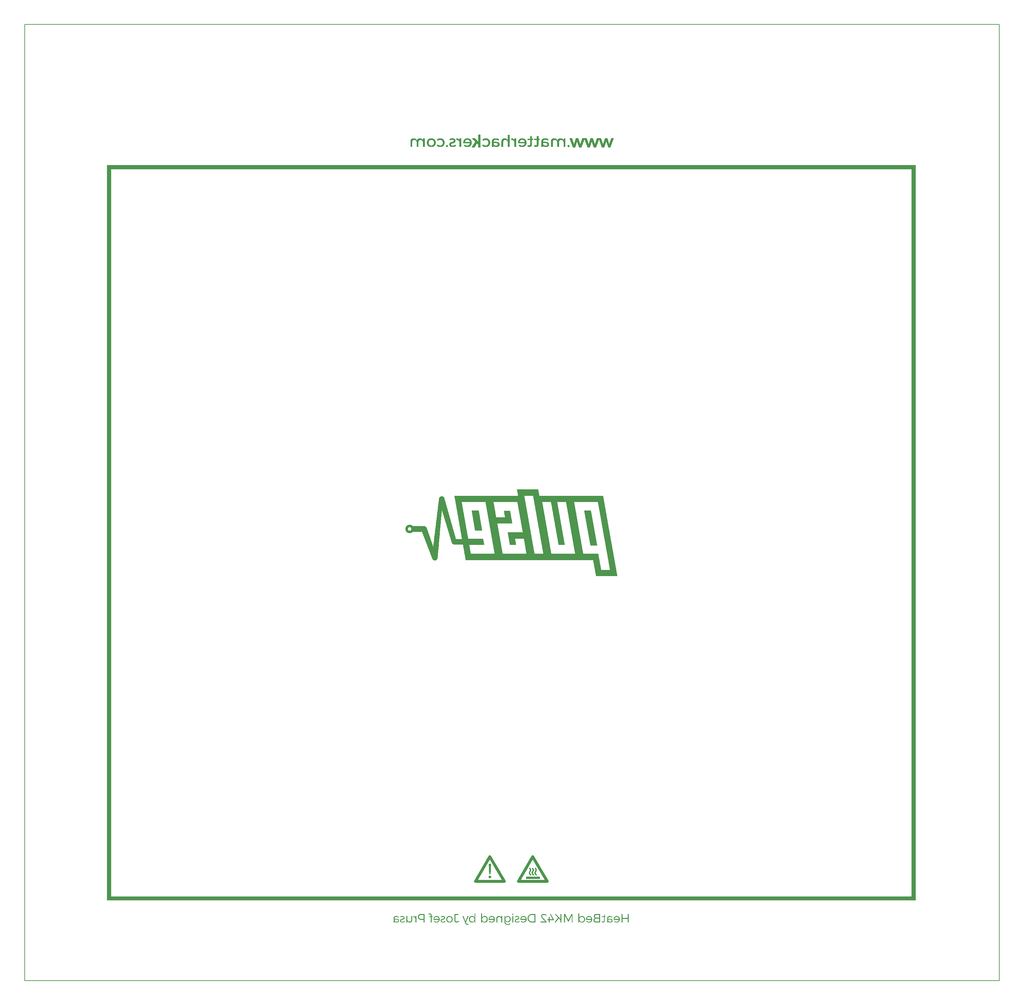
<source format=gbo>
G04 MADE WITH FRITZING*
G04 WWW.FRITZING.ORG*
G04 DOUBLE SIDED*
G04 HOLES PLATED*
G04 CONTOUR ON CENTER OF CONTOUR VECTOR*
%ASAXBY*%
%FSLAX23Y23*%
%MOIN*%
%OFA0B0*%
%SFA1.0B1.0*%
%ADD10R,10.000010X9.818910X9.984010X9.802910*%
%ADD11C,0.008000*%
%ADD12R,0.136125X0.014264X0.136125X0.014264*%
%ADD13R,0.001000X0.001000*%
%LNSILK0*%
G90*
G70*
G54D11*
X4Y9815D02*
X9996Y9815D01*
X9996Y4D01*
X4Y4D01*
X4Y9815D01*
D02*
X5146Y1067D02*
X5282Y1067D01*
X5282Y1052D01*
X5146Y1052D01*
X5146Y1067D01*
D02*
X5944Y8556D02*
X5924Y8556D01*
X5892Y8644D01*
X5892Y8645D01*
X5911Y8645D01*
X5934Y8575D01*
X5956Y8645D01*
X5976Y8645D01*
X5998Y8575D01*
X6021Y8645D01*
X6041Y8645D01*
X6008Y8556D01*
X5989Y8556D01*
X5966Y8622D01*
X5944Y8556D01*
D02*
X4614Y8556D02*
X4591Y8556D01*
X4626Y8610D01*
X4593Y8645D01*
X4615Y8645D01*
X4655Y8605D01*
X4655Y8680D01*
X4674Y8680D01*
X4674Y8556D01*
X4655Y8556D01*
X4655Y8581D01*
X4640Y8597D01*
X4614Y8556D01*
D02*
X5668Y8622D02*
X5646Y8556D01*
X5626Y8556D01*
X5594Y8645D01*
X5613Y8645D01*
X5636Y8575D01*
X5658Y8645D01*
X5678Y8645D01*
X5701Y8575D01*
X5724Y8645D01*
X5743Y8645D01*
X5743Y8644D01*
X5711Y8556D01*
X5691Y8556D01*
X5668Y8622D01*
D02*
X5817Y8622D02*
X5795Y8556D01*
X5775Y8556D01*
X5743Y8644D01*
X5743Y8645D01*
X5762Y8645D01*
X5785Y8575D01*
X5807Y8645D01*
X5827Y8645D01*
X5849Y8575D01*
X5872Y8645D01*
X5892Y8645D01*
X5892Y8644D01*
X5859Y8556D01*
X5840Y8556D01*
X5817Y8622D01*
D02*
X5743Y4823D02*
X5808Y4823D01*
X5869Y4472D01*
X5805Y4472D01*
X5743Y4823D01*
D02*
X4591Y4823D02*
X4655Y4823D01*
X4690Y4626D01*
X4624Y4626D01*
X4591Y4823D01*
D02*
G36*
X5892Y8644D02*
X5892Y8645D01*
X5892Y8645D01*
X5892Y8644D01*
G37*
D02*
G36*
X5743Y8644D02*
X5743Y8645D01*
X5743Y8645D01*
X5743Y8644D01*
G37*
D02*
G54D13*
X4655Y8680D02*
X4673Y8680D01*
X4958Y8680D02*
X4976Y8680D01*
X4655Y8679D02*
X4673Y8679D01*
X4958Y8679D02*
X4976Y8679D01*
X4655Y8678D02*
X4673Y8678D01*
X4958Y8678D02*
X4976Y8678D01*
X4655Y8677D02*
X4673Y8677D01*
X4958Y8677D02*
X4976Y8677D01*
X4655Y8676D02*
X4673Y8676D01*
X4958Y8676D02*
X4976Y8676D01*
X4655Y8675D02*
X4673Y8675D01*
X4958Y8675D02*
X4976Y8675D01*
X4655Y8674D02*
X4673Y8674D01*
X4958Y8674D02*
X4976Y8674D01*
X4655Y8673D02*
X4673Y8673D01*
X4958Y8673D02*
X4976Y8673D01*
X4655Y8672D02*
X4673Y8672D01*
X4958Y8672D02*
X4976Y8672D01*
X4655Y8671D02*
X4673Y8671D01*
X4958Y8671D02*
X4976Y8671D01*
X4655Y8670D02*
X4673Y8670D01*
X4958Y8670D02*
X4976Y8670D01*
X4655Y8669D02*
X4673Y8669D01*
X4958Y8669D02*
X4976Y8669D01*
X4655Y8668D02*
X4673Y8668D01*
X4958Y8668D02*
X4976Y8668D01*
X4655Y8667D02*
X4673Y8667D01*
X4958Y8667D02*
X4976Y8667D01*
X4655Y8666D02*
X4673Y8666D01*
X4958Y8666D02*
X4976Y8666D01*
X5186Y8666D02*
X5204Y8666D01*
X5254Y8666D02*
X5272Y8666D01*
X4655Y8665D02*
X4673Y8665D01*
X4958Y8665D02*
X4976Y8665D01*
X5186Y8665D02*
X5204Y8665D01*
X5254Y8665D02*
X5272Y8665D01*
X4655Y8664D02*
X4673Y8664D01*
X4958Y8664D02*
X4976Y8664D01*
X5186Y8664D02*
X5204Y8664D01*
X5254Y8664D02*
X5272Y8664D01*
X4655Y8663D02*
X4673Y8663D01*
X4958Y8663D02*
X4976Y8663D01*
X5186Y8663D02*
X5204Y8663D01*
X5254Y8663D02*
X5272Y8663D01*
X4655Y8662D02*
X4673Y8662D01*
X4958Y8662D02*
X4976Y8662D01*
X5186Y8662D02*
X5204Y8662D01*
X5254Y8662D02*
X5272Y8662D01*
X4655Y8661D02*
X4673Y8661D01*
X4958Y8661D02*
X4976Y8661D01*
X5186Y8661D02*
X5204Y8661D01*
X5254Y8661D02*
X5272Y8661D01*
X4655Y8660D02*
X4673Y8660D01*
X4958Y8660D02*
X4976Y8660D01*
X5186Y8660D02*
X5204Y8660D01*
X5254Y8660D02*
X5272Y8660D01*
X4655Y8659D02*
X4673Y8659D01*
X4958Y8659D02*
X4976Y8659D01*
X5186Y8659D02*
X5204Y8659D01*
X5254Y8659D02*
X5272Y8659D01*
X4655Y8658D02*
X4673Y8658D01*
X4958Y8658D02*
X4976Y8658D01*
X5186Y8658D02*
X5204Y8658D01*
X5254Y8658D02*
X5272Y8658D01*
X4655Y8657D02*
X4673Y8657D01*
X4958Y8657D02*
X4976Y8657D01*
X5186Y8657D02*
X5204Y8657D01*
X5254Y8657D02*
X5272Y8657D01*
X4655Y8656D02*
X4673Y8656D01*
X4958Y8656D02*
X4976Y8656D01*
X5186Y8656D02*
X5204Y8656D01*
X5254Y8656D02*
X5272Y8656D01*
X4655Y8655D02*
X4673Y8655D01*
X4958Y8655D02*
X4976Y8655D01*
X5186Y8655D02*
X5204Y8655D01*
X5254Y8655D02*
X5272Y8655D01*
X4655Y8654D02*
X4673Y8654D01*
X4958Y8654D02*
X4976Y8654D01*
X5186Y8654D02*
X5204Y8654D01*
X5254Y8654D02*
X5272Y8654D01*
X4655Y8653D02*
X4673Y8653D01*
X4958Y8653D02*
X4976Y8653D01*
X5186Y8653D02*
X5204Y8653D01*
X5254Y8653D02*
X5272Y8653D01*
X4655Y8652D02*
X4673Y8652D01*
X4958Y8652D02*
X4976Y8652D01*
X5186Y8652D02*
X5204Y8652D01*
X5254Y8652D02*
X5272Y8652D01*
X4655Y8651D02*
X4673Y8651D01*
X4958Y8651D02*
X4976Y8651D01*
X5186Y8651D02*
X5204Y8651D01*
X5254Y8651D02*
X5272Y8651D01*
X4655Y8650D02*
X4673Y8650D01*
X4958Y8650D02*
X4976Y8650D01*
X5186Y8650D02*
X5204Y8650D01*
X5254Y8650D02*
X5272Y8650D01*
X4655Y8649D02*
X4673Y8649D01*
X4958Y8649D02*
X4976Y8649D01*
X5186Y8649D02*
X5204Y8649D01*
X5254Y8649D02*
X5272Y8649D01*
X4655Y8648D02*
X4673Y8648D01*
X4958Y8648D02*
X4976Y8648D01*
X5186Y8648D02*
X5204Y8648D01*
X5254Y8648D02*
X5272Y8648D01*
X4655Y8647D02*
X4673Y8647D01*
X4958Y8647D02*
X4976Y8647D01*
X5186Y8647D02*
X5204Y8647D01*
X5254Y8647D02*
X5272Y8647D01*
X3990Y8646D02*
X3991Y8646D01*
X4055Y8646D02*
X4056Y8646D01*
X4172Y8646D02*
X4173Y8646D01*
X4264Y8646D02*
X4265Y8646D01*
X4385Y8646D02*
X4392Y8646D01*
X4432Y8646D02*
X4432Y8646D01*
X4542Y8646D02*
X4543Y8646D01*
X4655Y8646D02*
X4673Y8646D01*
X4731Y8646D02*
X4732Y8646D01*
X4829Y8646D02*
X4831Y8646D01*
X4924Y8646D02*
X4925Y8646D01*
X4958Y8646D02*
X4976Y8646D01*
X4994Y8646D02*
X4994Y8646D01*
X5104Y8646D02*
X5105Y8646D01*
X5186Y8646D02*
X5204Y8646D01*
X5254Y8646D02*
X5272Y8646D01*
X5336Y8646D02*
X5338Y8646D01*
X5431Y8646D02*
X5432Y8646D01*
X5496Y8646D02*
X5497Y8646D01*
X3982Y8645D02*
X4000Y8645D01*
X4046Y8645D02*
X4065Y8645D01*
X4088Y8645D02*
X4106Y8645D01*
X4162Y8645D02*
X4183Y8645D01*
X4253Y8645D02*
X4274Y8645D01*
X4378Y8645D02*
X4399Y8645D01*
X4432Y8645D02*
X4440Y8645D01*
X4463Y8645D02*
X4481Y8645D01*
X4532Y8645D02*
X4552Y8645D01*
X4594Y8645D02*
X4615Y8645D01*
X4655Y8645D02*
X4673Y8645D01*
X4721Y8645D02*
X4742Y8645D01*
X4819Y8645D02*
X4842Y8645D01*
X4916Y8645D02*
X4934Y8645D01*
X4958Y8645D02*
X4976Y8645D01*
X4994Y8645D02*
X5002Y8645D01*
X5024Y8645D02*
X5042Y8645D01*
X5094Y8645D02*
X5114Y8645D01*
X5186Y8645D02*
X5204Y8645D01*
X5254Y8645D02*
X5272Y8645D01*
X5327Y8645D02*
X5350Y8645D01*
X5423Y8645D02*
X5441Y8645D01*
X5487Y8645D02*
X5506Y8645D01*
X5529Y8645D02*
X5547Y8645D01*
X5594Y8645D02*
X5612Y8645D01*
X5658Y8645D02*
X5677Y8645D01*
X5724Y8645D02*
X5761Y8645D01*
X5807Y8645D02*
X5826Y8645D01*
X5872Y8645D02*
X5910Y8645D01*
X5956Y8645D02*
X5975Y8645D01*
X6021Y8645D02*
X6040Y8645D01*
X3978Y8644D02*
X4004Y8644D01*
X4043Y8644D02*
X4068Y8644D01*
X4088Y8644D02*
X4106Y8644D01*
X4158Y8644D02*
X4187Y8644D01*
X4249Y8644D02*
X4278Y8644D01*
X4373Y8644D02*
X4403Y8644D01*
X4432Y8644D02*
X4443Y8644D01*
X4462Y8644D02*
X4481Y8644D01*
X4528Y8644D02*
X4556Y8644D01*
X4595Y8644D02*
X4616Y8644D01*
X4655Y8644D02*
X4673Y8644D01*
X4716Y8644D02*
X4746Y8644D01*
X4815Y8644D02*
X4847Y8644D01*
X4912Y8644D02*
X4938Y8644D01*
X4958Y8644D02*
X4976Y8644D01*
X4994Y8644D02*
X5005Y8644D01*
X5024Y8644D02*
X5042Y8644D01*
X5090Y8644D02*
X5118Y8644D01*
X5186Y8644D02*
X5204Y8644D01*
X5254Y8644D02*
X5272Y8644D01*
X5323Y8644D02*
X5355Y8644D01*
X5419Y8644D02*
X5445Y8644D01*
X5484Y8644D02*
X5509Y8644D01*
X5529Y8644D02*
X5547Y8644D01*
X5594Y8644D02*
X5613Y8644D01*
X5658Y8644D02*
X5678Y8644D01*
X5723Y8644D02*
X5762Y8644D01*
X5807Y8644D02*
X5827Y8644D01*
X5872Y8644D02*
X5910Y8644D01*
X5956Y8644D02*
X5975Y8644D01*
X6021Y8644D02*
X6039Y8644D01*
X3976Y8643D02*
X4007Y8643D01*
X4040Y8643D02*
X4071Y8643D01*
X4088Y8643D02*
X4106Y8643D01*
X4155Y8643D02*
X4190Y8643D01*
X4246Y8643D02*
X4281Y8643D01*
X4370Y8643D02*
X4406Y8643D01*
X4432Y8643D02*
X4446Y8643D01*
X4462Y8643D02*
X4481Y8643D01*
X4525Y8643D02*
X4559Y8643D01*
X4596Y8643D02*
X4617Y8643D01*
X4655Y8643D02*
X4673Y8643D01*
X4713Y8643D02*
X4749Y8643D01*
X4813Y8643D02*
X4851Y8643D01*
X4910Y8643D02*
X4941Y8643D01*
X4958Y8643D02*
X4976Y8643D01*
X4994Y8643D02*
X5008Y8643D01*
X5024Y8643D02*
X5042Y8643D01*
X5087Y8643D02*
X5121Y8643D01*
X5186Y8643D02*
X5204Y8643D01*
X5254Y8643D02*
X5272Y8643D01*
X5320Y8643D02*
X5358Y8643D01*
X5417Y8643D02*
X5448Y8643D01*
X5481Y8643D02*
X5512Y8643D01*
X5529Y8643D02*
X5547Y8643D01*
X5595Y8643D02*
X5613Y8643D01*
X5658Y8643D02*
X5678Y8643D01*
X5723Y8643D02*
X5741Y8643D01*
X5744Y8643D02*
X5762Y8643D01*
X5807Y8643D02*
X5827Y8643D01*
X5872Y8643D02*
X5890Y8643D01*
X5892Y8643D02*
X5911Y8643D01*
X5955Y8643D02*
X5976Y8643D01*
X6020Y8643D02*
X6039Y8643D01*
X3974Y8642D02*
X4009Y8642D01*
X4038Y8642D02*
X4073Y8642D01*
X4088Y8642D02*
X4106Y8642D01*
X4152Y8642D02*
X4192Y8642D01*
X4243Y8642D02*
X4284Y8642D01*
X4368Y8642D02*
X4408Y8642D01*
X4432Y8642D02*
X4448Y8642D01*
X4462Y8642D02*
X4481Y8642D01*
X4522Y8642D02*
X4562Y8642D01*
X4597Y8642D02*
X4618Y8642D01*
X4655Y8642D02*
X4673Y8642D01*
X4710Y8642D02*
X4751Y8642D01*
X4810Y8642D02*
X4853Y8642D01*
X4908Y8642D02*
X4943Y8642D01*
X4958Y8642D02*
X4976Y8642D01*
X4994Y8642D02*
X5010Y8642D01*
X5024Y8642D02*
X5042Y8642D01*
X5084Y8642D02*
X5124Y8642D01*
X5160Y8642D02*
X5216Y8642D01*
X5228Y8642D02*
X5284Y8642D01*
X5318Y8642D02*
X5361Y8642D01*
X5415Y8642D02*
X5450Y8642D01*
X5479Y8642D02*
X5514Y8642D01*
X5529Y8642D02*
X5547Y8642D01*
X5595Y8642D02*
X5613Y8642D01*
X5657Y8642D02*
X5678Y8642D01*
X5723Y8642D02*
X5741Y8642D01*
X5744Y8642D02*
X5762Y8642D01*
X5806Y8642D02*
X5827Y8642D01*
X5871Y8642D02*
X5890Y8642D01*
X5893Y8642D02*
X5911Y8642D01*
X5955Y8642D02*
X5976Y8642D01*
X6020Y8642D02*
X6039Y8642D01*
X3972Y8641D02*
X4011Y8641D01*
X4037Y8641D02*
X4075Y8641D01*
X4088Y8641D02*
X4106Y8641D01*
X4150Y8641D02*
X4195Y8641D01*
X4241Y8641D02*
X4286Y8641D01*
X4365Y8641D02*
X4410Y8641D01*
X4432Y8641D02*
X4450Y8641D01*
X4462Y8641D02*
X4481Y8641D01*
X4521Y8641D02*
X4564Y8641D01*
X4598Y8641D02*
X4619Y8641D01*
X4655Y8641D02*
X4673Y8641D01*
X4708Y8641D02*
X4753Y8641D01*
X4808Y8641D02*
X4856Y8641D01*
X4906Y8641D02*
X4945Y8641D01*
X4958Y8641D02*
X4976Y8641D01*
X4994Y8641D02*
X5011Y8641D01*
X5024Y8641D02*
X5042Y8641D01*
X5082Y8641D02*
X5126Y8641D01*
X5160Y8641D02*
X5216Y8641D01*
X5227Y8641D02*
X5284Y8641D01*
X5316Y8641D02*
X5363Y8641D01*
X5413Y8641D02*
X5452Y8641D01*
X5478Y8641D02*
X5516Y8641D01*
X5529Y8641D02*
X5547Y8641D01*
X5595Y8641D02*
X5614Y8641D01*
X5657Y8641D02*
X5679Y8641D01*
X5722Y8641D02*
X5741Y8641D01*
X5744Y8641D02*
X5763Y8641D01*
X5806Y8641D02*
X5828Y8641D01*
X5871Y8641D02*
X5890Y8641D01*
X5893Y8641D02*
X5911Y8641D01*
X5955Y8641D02*
X5976Y8641D01*
X6020Y8641D02*
X6038Y8641D01*
X3971Y8640D02*
X4012Y8640D01*
X4035Y8640D02*
X4077Y8640D01*
X4088Y8640D02*
X4106Y8640D01*
X4148Y8640D02*
X4197Y8640D01*
X4239Y8640D02*
X4288Y8640D01*
X4363Y8640D02*
X4411Y8640D01*
X4432Y8640D02*
X4451Y8640D01*
X4462Y8640D02*
X4481Y8640D01*
X4519Y8640D02*
X4566Y8640D01*
X4599Y8640D02*
X4620Y8640D01*
X4655Y8640D02*
X4673Y8640D01*
X4706Y8640D02*
X4755Y8640D01*
X4807Y8640D02*
X4858Y8640D01*
X4904Y8640D02*
X4946Y8640D01*
X4958Y8640D02*
X4976Y8640D01*
X4994Y8640D02*
X5013Y8640D01*
X5024Y8640D02*
X5042Y8640D01*
X5081Y8640D02*
X5128Y8640D01*
X5160Y8640D02*
X5216Y8640D01*
X5227Y8640D02*
X5284Y8640D01*
X5314Y8640D02*
X5366Y8640D01*
X5412Y8640D02*
X5453Y8640D01*
X5476Y8640D02*
X5518Y8640D01*
X5529Y8640D02*
X5547Y8640D01*
X5596Y8640D02*
X5614Y8640D01*
X5657Y8640D02*
X5679Y8640D01*
X5722Y8640D02*
X5740Y8640D01*
X5745Y8640D02*
X5763Y8640D01*
X5806Y8640D02*
X5828Y8640D01*
X5871Y8640D02*
X5889Y8640D01*
X5893Y8640D02*
X5912Y8640D01*
X5954Y8640D02*
X5977Y8640D01*
X6020Y8640D02*
X6038Y8640D01*
X3969Y8639D02*
X4013Y8639D01*
X4034Y8639D02*
X4078Y8639D01*
X4088Y8639D02*
X4106Y8639D01*
X4146Y8639D02*
X4198Y8639D01*
X4237Y8639D02*
X4289Y8639D01*
X4361Y8639D02*
X4413Y8639D01*
X4432Y8639D02*
X4453Y8639D01*
X4462Y8639D02*
X4481Y8639D01*
X4517Y8639D02*
X4567Y8639D01*
X4600Y8639D02*
X4621Y8639D01*
X4655Y8639D02*
X4673Y8639D01*
X4705Y8639D02*
X4757Y8639D01*
X4805Y8639D02*
X4860Y8639D01*
X4903Y8639D02*
X4948Y8639D01*
X4958Y8639D02*
X4976Y8639D01*
X4994Y8639D02*
X5014Y8639D01*
X5024Y8639D02*
X5042Y8639D01*
X5079Y8639D02*
X5129Y8639D01*
X5160Y8639D02*
X5216Y8639D01*
X5227Y8639D02*
X5284Y8639D01*
X5313Y8639D02*
X5367Y8639D01*
X5410Y8639D02*
X5454Y8639D01*
X5475Y8639D02*
X5519Y8639D01*
X5529Y8639D02*
X5547Y8639D01*
X5596Y8639D02*
X5614Y8639D01*
X5656Y8639D02*
X5679Y8639D01*
X5722Y8639D02*
X5740Y8639D01*
X5745Y8639D02*
X5763Y8639D01*
X5805Y8639D02*
X5828Y8639D01*
X5870Y8639D02*
X5889Y8639D01*
X5894Y8639D02*
X5912Y8639D01*
X5954Y8639D02*
X5977Y8639D01*
X6019Y8639D02*
X6038Y8639D01*
X3968Y8638D02*
X4015Y8638D01*
X4033Y8638D02*
X4079Y8638D01*
X4088Y8638D02*
X4106Y8638D01*
X4145Y8638D02*
X4200Y8638D01*
X4236Y8638D02*
X4291Y8638D01*
X4360Y8638D02*
X4414Y8638D01*
X4432Y8638D02*
X4454Y8638D01*
X4462Y8638D02*
X4481Y8638D01*
X4516Y8638D02*
X4569Y8638D01*
X4601Y8638D02*
X4622Y8638D01*
X4655Y8638D02*
X4673Y8638D01*
X4703Y8638D02*
X4758Y8638D01*
X4804Y8638D02*
X4862Y8638D01*
X4902Y8638D02*
X4949Y8638D01*
X4958Y8638D02*
X4976Y8638D01*
X4994Y8638D02*
X5015Y8638D01*
X5024Y8638D02*
X5042Y8638D01*
X5078Y8638D02*
X5131Y8638D01*
X5160Y8638D02*
X5216Y8638D01*
X5227Y8638D02*
X5284Y8638D01*
X5312Y8638D02*
X5369Y8638D01*
X5409Y8638D02*
X5456Y8638D01*
X5474Y8638D02*
X5520Y8638D01*
X5529Y8638D02*
X5547Y8638D01*
X5597Y8638D02*
X5615Y8638D01*
X5656Y8638D02*
X5680Y8638D01*
X5721Y8638D02*
X5740Y8638D01*
X5745Y8638D02*
X5764Y8638D01*
X5805Y8638D02*
X5829Y8638D01*
X5870Y8638D02*
X5888Y8638D01*
X5894Y8638D02*
X5912Y8638D01*
X5954Y8638D02*
X5977Y8638D01*
X6019Y8638D02*
X6037Y8638D01*
X3967Y8637D02*
X4016Y8637D01*
X4032Y8637D02*
X4080Y8637D01*
X4088Y8637D02*
X4106Y8637D01*
X4144Y8637D02*
X4201Y8637D01*
X4234Y8637D02*
X4292Y8637D01*
X4359Y8637D02*
X4415Y8637D01*
X4432Y8637D02*
X4455Y8637D01*
X4462Y8637D02*
X4481Y8637D01*
X4515Y8637D02*
X4570Y8637D01*
X4601Y8637D02*
X4623Y8637D01*
X4655Y8637D02*
X4673Y8637D01*
X4702Y8637D02*
X4759Y8637D01*
X4803Y8637D02*
X4864Y8637D01*
X4901Y8637D02*
X4950Y8637D01*
X4958Y8637D02*
X4976Y8637D01*
X4994Y8637D02*
X5017Y8637D01*
X5024Y8637D02*
X5042Y8637D01*
X5077Y8637D02*
X5132Y8637D01*
X5160Y8637D02*
X5216Y8637D01*
X5227Y8637D02*
X5284Y8637D01*
X5311Y8637D02*
X5371Y8637D01*
X5408Y8637D02*
X5457Y8637D01*
X5473Y8637D02*
X5521Y8637D01*
X5529Y8637D02*
X5547Y8637D01*
X5597Y8637D02*
X5615Y8637D01*
X5656Y8637D02*
X5680Y8637D01*
X5721Y8637D02*
X5739Y8637D01*
X5746Y8637D02*
X5764Y8637D01*
X5805Y8637D02*
X5829Y8637D01*
X5870Y8637D02*
X5888Y8637D01*
X5895Y8637D02*
X5913Y8637D01*
X5953Y8637D02*
X5978Y8637D01*
X6019Y8637D02*
X6037Y8637D01*
X3966Y8636D02*
X4017Y8636D01*
X4031Y8636D02*
X4081Y8636D01*
X4088Y8636D02*
X4106Y8636D01*
X4142Y8636D02*
X4203Y8636D01*
X4233Y8636D02*
X4293Y8636D01*
X4359Y8636D02*
X4416Y8636D01*
X4432Y8636D02*
X4456Y8636D01*
X4462Y8636D02*
X4481Y8636D01*
X4514Y8636D02*
X4572Y8636D01*
X4602Y8636D02*
X4624Y8636D01*
X4655Y8636D02*
X4673Y8636D01*
X4700Y8636D02*
X4761Y8636D01*
X4802Y8636D02*
X4865Y8636D01*
X4900Y8636D02*
X4951Y8636D01*
X4958Y8636D02*
X4976Y8636D01*
X4994Y8636D02*
X5018Y8636D01*
X5024Y8636D02*
X5042Y8636D01*
X5075Y8636D02*
X5133Y8636D01*
X5160Y8636D02*
X5216Y8636D01*
X5227Y8636D02*
X5284Y8636D01*
X5310Y8636D02*
X5373Y8636D01*
X5407Y8636D02*
X5458Y8636D01*
X5472Y8636D02*
X5522Y8636D01*
X5529Y8636D02*
X5547Y8636D01*
X5597Y8636D02*
X5615Y8636D01*
X5655Y8636D02*
X5680Y8636D01*
X5721Y8636D02*
X5739Y8636D01*
X5746Y8636D02*
X5764Y8636D01*
X5804Y8636D02*
X5829Y8636D01*
X5869Y8636D02*
X5888Y8636D01*
X5895Y8636D02*
X5913Y8636D01*
X5953Y8636D02*
X5978Y8636D01*
X6018Y8636D02*
X6037Y8636D01*
X3966Y8635D02*
X4018Y8635D01*
X4030Y8635D02*
X4082Y8635D01*
X4088Y8635D02*
X4106Y8635D01*
X4141Y8635D02*
X4204Y8635D01*
X4232Y8635D02*
X4295Y8635D01*
X4360Y8635D02*
X4417Y8635D01*
X4432Y8635D02*
X4457Y8635D01*
X4462Y8635D02*
X4481Y8635D01*
X4513Y8635D02*
X4573Y8635D01*
X4603Y8635D02*
X4625Y8635D01*
X4655Y8635D02*
X4673Y8635D01*
X4699Y8635D02*
X4762Y8635D01*
X4801Y8635D02*
X4867Y8635D01*
X4899Y8635D02*
X4952Y8635D01*
X4958Y8635D02*
X4976Y8635D01*
X4994Y8635D02*
X5018Y8635D01*
X5024Y8635D02*
X5042Y8635D01*
X5074Y8635D02*
X5135Y8635D01*
X5160Y8635D02*
X5216Y8635D01*
X5227Y8635D02*
X5284Y8635D01*
X5309Y8635D02*
X5375Y8635D01*
X5407Y8635D02*
X5459Y8635D01*
X5471Y8635D02*
X5523Y8635D01*
X5529Y8635D02*
X5547Y8635D01*
X5598Y8635D02*
X5616Y8635D01*
X5655Y8635D02*
X5681Y8635D01*
X5720Y8635D02*
X5738Y8635D01*
X5746Y8635D02*
X5765Y8635D01*
X5804Y8635D02*
X5829Y8635D01*
X5869Y8635D02*
X5887Y8635D01*
X5895Y8635D02*
X5913Y8635D01*
X5953Y8635D02*
X5978Y8635D01*
X6018Y8635D02*
X6036Y8635D01*
X3965Y8634D02*
X4018Y8634D01*
X4029Y8634D02*
X4083Y8634D01*
X4088Y8634D02*
X4106Y8634D01*
X4140Y8634D02*
X4205Y8634D01*
X4231Y8634D02*
X4296Y8634D01*
X4360Y8634D02*
X4417Y8634D01*
X4432Y8634D02*
X4457Y8634D01*
X4462Y8634D02*
X4481Y8634D01*
X4512Y8634D02*
X4574Y8634D01*
X4604Y8634D02*
X4626Y8634D01*
X4655Y8634D02*
X4673Y8634D01*
X4698Y8634D02*
X4763Y8634D01*
X4800Y8634D02*
X4867Y8634D01*
X4898Y8634D02*
X4953Y8634D01*
X4958Y8634D02*
X4976Y8634D01*
X4994Y8634D02*
X5019Y8634D01*
X5024Y8634D02*
X5042Y8634D01*
X5073Y8634D02*
X5136Y8634D01*
X5160Y8634D02*
X5216Y8634D01*
X5227Y8634D02*
X5284Y8634D01*
X5308Y8634D02*
X5374Y8634D01*
X5406Y8634D02*
X5459Y8634D01*
X5470Y8634D02*
X5524Y8634D01*
X5529Y8634D02*
X5547Y8634D01*
X5598Y8634D02*
X5616Y8634D01*
X5655Y8634D02*
X5681Y8634D01*
X5720Y8634D02*
X5738Y8634D01*
X5747Y8634D02*
X5765Y8634D01*
X5804Y8634D02*
X5830Y8634D01*
X5869Y8634D02*
X5887Y8634D01*
X5896Y8634D02*
X5914Y8634D01*
X5952Y8634D02*
X5979Y8634D01*
X6018Y8634D02*
X6036Y8634D01*
X3964Y8633D02*
X4019Y8633D01*
X4029Y8633D02*
X4084Y8633D01*
X4088Y8633D02*
X4106Y8633D01*
X4139Y8633D02*
X4206Y8633D01*
X4230Y8633D02*
X4297Y8633D01*
X4361Y8633D02*
X4418Y8633D01*
X4432Y8633D02*
X4458Y8633D01*
X4462Y8633D02*
X4481Y8633D01*
X4511Y8633D02*
X4575Y8633D01*
X4605Y8633D02*
X4627Y8633D01*
X4655Y8633D02*
X4673Y8633D01*
X4697Y8633D02*
X4764Y8633D01*
X4800Y8633D02*
X4866Y8633D01*
X4898Y8633D02*
X4954Y8633D01*
X4958Y8633D02*
X4976Y8633D01*
X4994Y8633D02*
X5020Y8633D01*
X5024Y8633D02*
X5042Y8633D01*
X5073Y8633D02*
X5137Y8633D01*
X5160Y8633D02*
X5216Y8633D01*
X5227Y8633D02*
X5284Y8633D01*
X5307Y8633D02*
X5374Y8633D01*
X5405Y8633D02*
X5460Y8633D01*
X5470Y8633D02*
X5525Y8633D01*
X5529Y8633D02*
X5547Y8633D01*
X5598Y8633D02*
X5616Y8633D01*
X5655Y8633D02*
X5681Y8633D01*
X5720Y8633D02*
X5738Y8633D01*
X5747Y8633D02*
X5765Y8633D01*
X5803Y8633D02*
X5830Y8633D01*
X5868Y8633D02*
X5887Y8633D01*
X5896Y8633D02*
X5914Y8633D01*
X5952Y8633D02*
X5979Y8633D01*
X6017Y8633D02*
X6035Y8633D01*
X3963Y8632D02*
X4020Y8632D01*
X4028Y8632D02*
X4084Y8632D01*
X4088Y8632D02*
X4106Y8632D01*
X4138Y8632D02*
X4207Y8632D01*
X4229Y8632D02*
X4298Y8632D01*
X4361Y8632D02*
X4418Y8632D01*
X4432Y8632D02*
X4459Y8632D01*
X4462Y8632D02*
X4481Y8632D01*
X4510Y8632D02*
X4576Y8632D01*
X4606Y8632D02*
X4628Y8632D01*
X4655Y8632D02*
X4673Y8632D01*
X4696Y8632D02*
X4765Y8632D01*
X4799Y8632D02*
X4866Y8632D01*
X4897Y8632D02*
X4954Y8632D01*
X4958Y8632D02*
X4976Y8632D01*
X4994Y8632D02*
X5021Y8632D01*
X5024Y8632D02*
X5042Y8632D01*
X5072Y8632D02*
X5138Y8632D01*
X5160Y8632D02*
X5216Y8632D01*
X5227Y8632D02*
X5284Y8632D01*
X5307Y8632D02*
X5373Y8632D01*
X5404Y8632D02*
X5461Y8632D01*
X5469Y8632D02*
X5525Y8632D01*
X5529Y8632D02*
X5547Y8632D01*
X5599Y8632D02*
X5617Y8632D01*
X5654Y8632D02*
X5682Y8632D01*
X5719Y8632D02*
X5737Y8632D01*
X5748Y8632D02*
X5766Y8632D01*
X5803Y8632D02*
X5830Y8632D01*
X5868Y8632D02*
X5886Y8632D01*
X5896Y8632D02*
X5914Y8632D01*
X5952Y8632D02*
X5979Y8632D01*
X6017Y8632D02*
X6035Y8632D01*
X3963Y8631D02*
X4021Y8631D01*
X4027Y8631D02*
X4085Y8631D01*
X4088Y8631D02*
X4106Y8631D01*
X4137Y8631D02*
X4208Y8631D01*
X4229Y8631D02*
X4298Y8631D01*
X4362Y8631D02*
X4419Y8631D01*
X4432Y8631D02*
X4460Y8631D01*
X4462Y8631D02*
X4481Y8631D01*
X4509Y8631D02*
X4577Y8631D01*
X4607Y8631D02*
X4629Y8631D01*
X4655Y8631D02*
X4673Y8631D01*
X4696Y8631D02*
X4766Y8631D01*
X4798Y8631D02*
X4865Y8631D01*
X4896Y8631D02*
X4955Y8631D01*
X4958Y8631D02*
X4976Y8631D01*
X4994Y8631D02*
X5021Y8631D01*
X5024Y8631D02*
X5042Y8631D01*
X5071Y8631D02*
X5138Y8631D01*
X5160Y8631D02*
X5216Y8631D01*
X5227Y8631D02*
X5284Y8631D01*
X5306Y8631D02*
X5373Y8631D01*
X5404Y8631D02*
X5462Y8631D01*
X5468Y8631D02*
X5526Y8631D01*
X5529Y8631D02*
X5547Y8631D01*
X5599Y8631D02*
X5617Y8631D01*
X5654Y8631D02*
X5682Y8631D01*
X5719Y8631D02*
X5737Y8631D01*
X5748Y8631D02*
X5766Y8631D01*
X5803Y8631D02*
X5831Y8631D01*
X5868Y8631D02*
X5886Y8631D01*
X5897Y8631D02*
X5915Y8631D01*
X5951Y8631D02*
X5980Y8631D01*
X6017Y8631D02*
X6035Y8631D01*
X3962Y8630D02*
X4021Y8630D01*
X4027Y8630D02*
X4086Y8630D01*
X4088Y8630D02*
X4106Y8630D01*
X4136Y8630D02*
X4209Y8630D01*
X4230Y8630D02*
X4299Y8630D01*
X4362Y8630D02*
X4382Y8630D01*
X4397Y8630D02*
X4419Y8630D01*
X4432Y8630D02*
X4460Y8630D01*
X4462Y8630D02*
X4481Y8630D01*
X4509Y8630D02*
X4536Y8630D01*
X4549Y8630D02*
X4577Y8630D01*
X4608Y8630D02*
X4630Y8630D01*
X4655Y8630D02*
X4673Y8630D01*
X4697Y8630D02*
X4767Y8630D01*
X4798Y8630D02*
X4827Y8630D01*
X4841Y8630D02*
X4865Y8630D01*
X4896Y8630D02*
X4956Y8630D01*
X4958Y8630D02*
X4976Y8630D01*
X4994Y8630D02*
X5022Y8630D01*
X5024Y8630D02*
X5042Y8630D01*
X5070Y8630D02*
X5097Y8630D01*
X5111Y8630D02*
X5139Y8630D01*
X5160Y8630D02*
X5216Y8630D01*
X5227Y8630D02*
X5284Y8630D01*
X5305Y8630D02*
X5335Y8630D01*
X5348Y8630D02*
X5372Y8630D01*
X5403Y8630D02*
X5462Y8630D01*
X5468Y8630D02*
X5527Y8630D01*
X5529Y8630D02*
X5547Y8630D01*
X5599Y8630D02*
X5617Y8630D01*
X5654Y8630D02*
X5682Y8630D01*
X5719Y8630D02*
X5737Y8630D01*
X5748Y8630D02*
X5766Y8630D01*
X5802Y8630D02*
X5831Y8630D01*
X5867Y8630D02*
X5885Y8630D01*
X5897Y8630D02*
X5915Y8630D01*
X5951Y8630D02*
X5980Y8630D01*
X6016Y8630D02*
X6034Y8630D01*
X3962Y8629D02*
X4022Y8629D01*
X4026Y8629D02*
X4106Y8629D01*
X4135Y8629D02*
X4166Y8629D01*
X4179Y8629D02*
X4209Y8629D01*
X4230Y8629D02*
X4259Y8629D01*
X4267Y8629D02*
X4300Y8629D01*
X4363Y8629D02*
X4378Y8629D01*
X4400Y8629D02*
X4420Y8629D01*
X4432Y8629D02*
X4481Y8629D01*
X4508Y8629D02*
X4532Y8629D01*
X4553Y8629D02*
X4578Y8629D01*
X4609Y8629D02*
X4631Y8629D01*
X4655Y8629D02*
X4673Y8629D01*
X4698Y8629D02*
X4726Y8629D01*
X4735Y8629D02*
X4767Y8629D01*
X4797Y8629D02*
X4823Y8629D01*
X4845Y8629D02*
X4864Y8629D01*
X4895Y8629D02*
X4956Y8629D01*
X4958Y8629D02*
X4976Y8629D01*
X4994Y8629D02*
X5042Y8629D01*
X5070Y8629D02*
X5094Y8629D01*
X5115Y8629D02*
X5140Y8629D01*
X5160Y8629D02*
X5216Y8629D01*
X5227Y8629D02*
X5284Y8629D01*
X5305Y8629D02*
X5331Y8629D01*
X5353Y8629D02*
X5371Y8629D01*
X5403Y8629D02*
X5463Y8629D01*
X5467Y8629D02*
X5547Y8629D01*
X5600Y8629D02*
X5618Y8629D01*
X5653Y8629D02*
X5683Y8629D01*
X5718Y8629D02*
X5736Y8629D01*
X5749Y8629D02*
X5767Y8629D01*
X5802Y8629D02*
X5831Y8629D01*
X5867Y8629D02*
X5885Y8629D01*
X5898Y8629D02*
X5915Y8629D01*
X5951Y8629D02*
X5980Y8629D01*
X6016Y8629D02*
X6034Y8629D01*
X3961Y8628D02*
X3995Y8628D01*
X4001Y8628D02*
X4022Y8628D01*
X4026Y8628D02*
X4059Y8628D01*
X4066Y8628D02*
X4106Y8628D01*
X4135Y8628D02*
X4162Y8628D01*
X4182Y8628D02*
X4210Y8628D01*
X4231Y8628D02*
X4253Y8628D01*
X4272Y8628D02*
X4301Y8628D01*
X4363Y8628D02*
X4375Y8628D01*
X4401Y8628D02*
X4420Y8628D01*
X4432Y8628D02*
X4481Y8628D01*
X4507Y8628D02*
X4530Y8628D01*
X4555Y8628D02*
X4579Y8628D01*
X4610Y8628D02*
X4632Y8628D01*
X4655Y8628D02*
X4673Y8628D01*
X4699Y8628D02*
X4720Y8628D01*
X4740Y8628D02*
X4768Y8628D01*
X4797Y8628D02*
X4821Y8628D01*
X4848Y8628D02*
X4863Y8628D01*
X4895Y8628D02*
X4931Y8628D01*
X4933Y8628D02*
X4976Y8628D01*
X4994Y8628D02*
X5042Y8628D01*
X5069Y8628D02*
X5091Y8628D01*
X5117Y8628D02*
X5141Y8628D01*
X5160Y8628D02*
X5216Y8628D01*
X5228Y8628D02*
X5284Y8628D01*
X5304Y8628D02*
X5328Y8628D01*
X5356Y8628D02*
X5371Y8628D01*
X5402Y8628D02*
X5436Y8628D01*
X5442Y8628D02*
X5463Y8628D01*
X5467Y8628D02*
X5500Y8628D01*
X5507Y8628D02*
X5547Y8628D01*
X5600Y8628D02*
X5618Y8628D01*
X5653Y8628D02*
X5683Y8628D01*
X5718Y8628D02*
X5736Y8628D01*
X5749Y8628D02*
X5767Y8628D01*
X5802Y8628D02*
X5832Y8628D01*
X5867Y8628D02*
X5885Y8628D01*
X5898Y8628D02*
X5916Y8628D01*
X5951Y8628D02*
X5981Y8628D01*
X6016Y8628D02*
X6034Y8628D01*
X3961Y8627D02*
X3990Y8627D01*
X4006Y8627D02*
X4023Y8627D01*
X4026Y8627D02*
X4054Y8627D01*
X4070Y8627D02*
X4106Y8627D01*
X4134Y8627D02*
X4160Y8627D01*
X4185Y8627D02*
X4211Y8627D01*
X4232Y8627D02*
X4250Y8627D01*
X4275Y8627D02*
X4301Y8627D01*
X4364Y8627D02*
X4372Y8627D01*
X4402Y8627D02*
X4420Y8627D01*
X4442Y8627D02*
X4481Y8627D01*
X4507Y8627D02*
X4528Y8627D01*
X4557Y8627D02*
X4580Y8627D01*
X4611Y8627D02*
X4633Y8627D01*
X4655Y8627D02*
X4673Y8627D01*
X4700Y8627D02*
X4717Y8627D01*
X4742Y8627D02*
X4769Y8627D01*
X4797Y8627D02*
X4819Y8627D01*
X4851Y8627D02*
X4863Y8627D01*
X4895Y8627D02*
X4924Y8627D01*
X4940Y8627D02*
X4976Y8627D01*
X5003Y8627D02*
X5042Y8627D01*
X5069Y8627D02*
X5090Y8627D01*
X5119Y8627D02*
X5141Y8627D01*
X5186Y8627D02*
X5204Y8627D01*
X5254Y8627D02*
X5272Y8627D01*
X5304Y8627D02*
X5327Y8627D01*
X5358Y8627D02*
X5370Y8627D01*
X5402Y8627D02*
X5431Y8627D01*
X5447Y8627D02*
X5464Y8627D01*
X5467Y8627D02*
X5495Y8627D01*
X5511Y8627D02*
X5547Y8627D01*
X5601Y8627D02*
X5618Y8627D01*
X5653Y8627D02*
X5683Y8627D01*
X5718Y8627D02*
X5736Y8627D01*
X5749Y8627D02*
X5767Y8627D01*
X5801Y8627D02*
X5832Y8627D01*
X5866Y8627D02*
X5884Y8627D01*
X5898Y8627D02*
X5916Y8627D01*
X5950Y8627D02*
X5981Y8627D01*
X6015Y8627D02*
X6033Y8627D01*
X3961Y8626D02*
X3987Y8626D01*
X4009Y8626D02*
X4023Y8626D01*
X4025Y8626D02*
X4052Y8626D01*
X4073Y8626D02*
X4106Y8626D01*
X4133Y8626D02*
X4158Y8626D01*
X4187Y8626D02*
X4211Y8626D01*
X4233Y8626D02*
X4247Y8626D01*
X4277Y8626D02*
X4302Y8626D01*
X4364Y8626D02*
X4370Y8626D01*
X4403Y8626D02*
X4421Y8626D01*
X4445Y8626D02*
X4481Y8626D01*
X4506Y8626D02*
X4526Y8626D01*
X4558Y8626D02*
X4580Y8626D01*
X4612Y8626D02*
X4634Y8626D01*
X4655Y8626D02*
X4673Y8626D01*
X4700Y8626D02*
X4715Y8626D01*
X4744Y8626D02*
X4769Y8626D01*
X4796Y8626D02*
X4818Y8626D01*
X4853Y8626D02*
X4862Y8626D01*
X4894Y8626D02*
X4921Y8626D01*
X4943Y8626D02*
X4976Y8626D01*
X5007Y8626D02*
X5042Y8626D01*
X5068Y8626D02*
X5088Y8626D01*
X5120Y8626D02*
X5142Y8626D01*
X5186Y8626D02*
X5204Y8626D01*
X5254Y8626D02*
X5272Y8626D01*
X5304Y8626D02*
X5325Y8626D01*
X5360Y8626D02*
X5370Y8626D01*
X5402Y8626D02*
X5428Y8626D01*
X5450Y8626D02*
X5464Y8626D01*
X5466Y8626D02*
X5493Y8626D01*
X5514Y8626D02*
X5547Y8626D01*
X5601Y8626D02*
X5619Y8626D01*
X5652Y8626D02*
X5684Y8626D01*
X5717Y8626D02*
X5735Y8626D01*
X5750Y8626D02*
X5767Y8626D01*
X5801Y8626D02*
X5832Y8626D01*
X5866Y8626D02*
X5884Y8626D01*
X5899Y8626D02*
X5916Y8626D01*
X5950Y8626D02*
X5981Y8626D01*
X6015Y8626D02*
X6033Y8626D01*
X3960Y8625D02*
X3986Y8625D01*
X4010Y8625D02*
X4050Y8625D01*
X4075Y8625D02*
X4106Y8625D01*
X4133Y8625D02*
X4156Y8625D01*
X4188Y8625D02*
X4212Y8625D01*
X4234Y8625D02*
X4245Y8625D01*
X4279Y8625D02*
X4303Y8625D01*
X4365Y8625D02*
X4368Y8625D01*
X4403Y8625D02*
X4421Y8625D01*
X4448Y8625D02*
X4481Y8625D01*
X4506Y8625D02*
X4525Y8625D01*
X4560Y8625D02*
X4581Y8625D01*
X4613Y8625D02*
X4635Y8625D01*
X4655Y8625D02*
X4673Y8625D01*
X4701Y8625D02*
X4713Y8625D01*
X4746Y8625D02*
X4770Y8625D01*
X4796Y8625D02*
X4817Y8625D01*
X4855Y8625D02*
X4862Y8625D01*
X4894Y8625D02*
X4919Y8625D01*
X4945Y8625D02*
X4976Y8625D01*
X5009Y8625D02*
X5042Y8625D01*
X5068Y8625D02*
X5087Y8625D01*
X5122Y8625D02*
X5143Y8625D01*
X5186Y8625D02*
X5204Y8625D01*
X5254Y8625D02*
X5272Y8625D01*
X5303Y8625D02*
X5324Y8625D01*
X5362Y8625D02*
X5369Y8625D01*
X5401Y8625D02*
X5427Y8625D01*
X5451Y8625D02*
X5491Y8625D01*
X5516Y8625D02*
X5547Y8625D01*
X5601Y8625D02*
X5619Y8625D01*
X5652Y8625D02*
X5684Y8625D01*
X5717Y8625D02*
X5735Y8625D01*
X5750Y8625D02*
X5768Y8625D01*
X5801Y8625D02*
X5833Y8625D01*
X5866Y8625D02*
X5884Y8625D01*
X5899Y8625D02*
X5917Y8625D01*
X5950Y8625D02*
X5981Y8625D01*
X6015Y8625D02*
X6032Y8625D01*
X3960Y8624D02*
X3984Y8624D01*
X4012Y8624D02*
X4049Y8624D01*
X4077Y8624D02*
X4106Y8624D01*
X4132Y8624D02*
X4155Y8624D01*
X4190Y8624D02*
X4213Y8624D01*
X4235Y8624D02*
X4244Y8624D01*
X4280Y8624D02*
X4303Y8624D01*
X4365Y8624D02*
X4366Y8624D01*
X4404Y8624D02*
X4421Y8624D01*
X4450Y8624D02*
X4481Y8624D01*
X4505Y8624D02*
X4524Y8624D01*
X4561Y8624D02*
X4581Y8624D01*
X4614Y8624D02*
X4636Y8624D01*
X4655Y8624D02*
X4673Y8624D01*
X4702Y8624D02*
X4711Y8624D01*
X4747Y8624D02*
X4770Y8624D01*
X4796Y8624D02*
X4816Y8624D01*
X4856Y8624D02*
X4861Y8624D01*
X4894Y8624D02*
X4918Y8624D01*
X4946Y8624D02*
X4976Y8624D01*
X5011Y8624D02*
X5042Y8624D01*
X5067Y8624D02*
X5086Y8624D01*
X5123Y8624D02*
X5143Y8624D01*
X5186Y8624D02*
X5204Y8624D01*
X5254Y8624D02*
X5272Y8624D01*
X5303Y8624D02*
X5323Y8624D01*
X5364Y8624D02*
X5369Y8624D01*
X5401Y8624D02*
X5425Y8624D01*
X5453Y8624D02*
X5490Y8624D01*
X5518Y8624D02*
X5547Y8624D01*
X5602Y8624D02*
X5619Y8624D01*
X5652Y8624D02*
X5684Y8624D01*
X5717Y8624D02*
X5734Y8624D01*
X5750Y8624D02*
X5768Y8624D01*
X5800Y8624D02*
X5833Y8624D01*
X5865Y8624D02*
X5883Y8624D01*
X5899Y8624D02*
X5917Y8624D01*
X5949Y8624D02*
X5982Y8624D01*
X6014Y8624D02*
X6032Y8624D01*
X3960Y8623D02*
X3983Y8623D01*
X4013Y8623D02*
X4047Y8623D01*
X4078Y8623D02*
X4106Y8623D01*
X4132Y8623D02*
X4154Y8623D01*
X4191Y8623D02*
X4213Y8623D01*
X4236Y8623D02*
X4242Y8623D01*
X4281Y8623D02*
X4304Y8623D01*
X4404Y8623D02*
X4421Y8623D01*
X4451Y8623D02*
X4481Y8623D01*
X4505Y8623D02*
X4523Y8623D01*
X4562Y8623D02*
X4582Y8623D01*
X4615Y8623D02*
X4637Y8623D01*
X4655Y8623D02*
X4673Y8623D01*
X4703Y8623D02*
X4710Y8623D01*
X4749Y8623D02*
X4771Y8623D01*
X4795Y8623D02*
X4815Y8623D01*
X4858Y8623D02*
X4860Y8623D01*
X4893Y8623D02*
X4917Y8623D01*
X4948Y8623D02*
X4976Y8623D01*
X5013Y8623D02*
X5042Y8623D01*
X5067Y8623D02*
X5085Y8623D01*
X5124Y8623D02*
X5144Y8623D01*
X5186Y8623D02*
X5204Y8623D01*
X5254Y8623D02*
X5272Y8623D01*
X5303Y8623D02*
X5323Y8623D01*
X5366Y8623D02*
X5368Y8623D01*
X5401Y8623D02*
X5424Y8623D01*
X5454Y8623D02*
X5488Y8623D01*
X5519Y8623D02*
X5547Y8623D01*
X5602Y8623D02*
X5620Y8623D01*
X5651Y8623D02*
X5685Y8623D01*
X5716Y8623D02*
X5734Y8623D01*
X5751Y8623D02*
X5768Y8623D01*
X5800Y8623D02*
X5833Y8623D01*
X5865Y8623D02*
X5883Y8623D01*
X5900Y8623D02*
X5917Y8623D01*
X5949Y8623D02*
X5982Y8623D01*
X6014Y8623D02*
X6032Y8623D01*
X3960Y8622D02*
X3982Y8622D01*
X4014Y8622D02*
X4046Y8622D01*
X4079Y8622D02*
X4106Y8622D01*
X4131Y8622D02*
X4153Y8622D01*
X4192Y8622D02*
X4214Y8622D01*
X4236Y8622D02*
X4241Y8622D01*
X4282Y8622D02*
X4304Y8622D01*
X4404Y8622D02*
X4421Y8622D01*
X4453Y8622D02*
X4481Y8622D01*
X4505Y8622D02*
X4522Y8622D01*
X4563Y8622D02*
X4582Y8622D01*
X4616Y8622D02*
X4638Y8622D01*
X4655Y8622D02*
X4673Y8622D01*
X4704Y8622D02*
X4708Y8622D01*
X4750Y8622D02*
X4771Y8622D01*
X4795Y8622D02*
X4815Y8622D01*
X4860Y8622D02*
X4860Y8622D01*
X4893Y8622D02*
X4916Y8622D01*
X4949Y8622D02*
X4976Y8622D01*
X5014Y8622D02*
X5042Y8622D01*
X5067Y8622D02*
X5084Y8622D01*
X5125Y8622D02*
X5144Y8622D01*
X5186Y8622D02*
X5204Y8622D01*
X5254Y8622D02*
X5272Y8622D01*
X5303Y8622D02*
X5322Y8622D01*
X5367Y8622D02*
X5367Y8622D01*
X5401Y8622D02*
X5423Y8622D01*
X5455Y8622D02*
X5487Y8622D01*
X5520Y8622D02*
X5547Y8622D01*
X5602Y8622D02*
X5620Y8622D01*
X5651Y8622D02*
X5685Y8622D01*
X5716Y8622D02*
X5734Y8622D01*
X5751Y8622D02*
X5769Y8622D01*
X5800Y8622D02*
X5834Y8622D01*
X5865Y8622D02*
X5883Y8622D01*
X5900Y8622D02*
X5918Y8622D01*
X5949Y8622D02*
X5982Y8622D01*
X6014Y8622D02*
X6031Y8622D01*
X3959Y8621D02*
X3981Y8621D01*
X4015Y8621D02*
X4046Y8621D01*
X4080Y8621D02*
X4106Y8621D01*
X4131Y8621D02*
X4152Y8621D01*
X4193Y8621D02*
X4214Y8621D01*
X4237Y8621D02*
X4240Y8621D01*
X4283Y8621D02*
X4305Y8621D01*
X4404Y8621D02*
X4421Y8621D01*
X4454Y8621D02*
X4481Y8621D01*
X4504Y8621D02*
X4521Y8621D01*
X4564Y8621D02*
X4583Y8621D01*
X4617Y8621D02*
X4639Y8621D01*
X4655Y8621D02*
X4673Y8621D01*
X4705Y8621D02*
X4707Y8621D01*
X4751Y8621D02*
X4772Y8621D01*
X4795Y8621D02*
X4814Y8621D01*
X4893Y8621D02*
X4915Y8621D01*
X4950Y8621D02*
X4976Y8621D01*
X5016Y8621D02*
X5042Y8621D01*
X5066Y8621D02*
X5083Y8621D01*
X5125Y8621D02*
X5145Y8621D01*
X5186Y8621D02*
X5204Y8621D01*
X5254Y8621D02*
X5272Y8621D01*
X5303Y8621D02*
X5322Y8621D01*
X5400Y8621D02*
X5422Y8621D01*
X5456Y8621D02*
X5487Y8621D01*
X5521Y8621D02*
X5547Y8621D01*
X5603Y8621D02*
X5620Y8621D01*
X5651Y8621D02*
X5667Y8621D01*
X5669Y8621D02*
X5685Y8621D01*
X5716Y8621D02*
X5733Y8621D01*
X5752Y8621D02*
X5769Y8621D01*
X5799Y8621D02*
X5816Y8621D01*
X5818Y8621D02*
X5834Y8621D01*
X5864Y8621D02*
X5882Y8621D01*
X5900Y8621D02*
X5918Y8621D01*
X5948Y8621D02*
X5965Y8621D01*
X5967Y8621D02*
X5983Y8621D01*
X6013Y8621D02*
X6031Y8621D01*
X3959Y8620D02*
X3980Y8620D01*
X4016Y8620D02*
X4045Y8620D01*
X4081Y8620D02*
X4106Y8620D01*
X4130Y8620D02*
X4151Y8620D01*
X4194Y8620D02*
X4214Y8620D01*
X4238Y8620D02*
X4239Y8620D01*
X4284Y8620D02*
X4305Y8620D01*
X4404Y8620D02*
X4421Y8620D01*
X4455Y8620D02*
X4481Y8620D01*
X4504Y8620D02*
X4521Y8620D01*
X4564Y8620D02*
X4583Y8620D01*
X4618Y8620D02*
X4640Y8620D01*
X4655Y8620D02*
X4673Y8620D01*
X4705Y8620D02*
X4706Y8620D01*
X4752Y8620D02*
X4772Y8620D01*
X4795Y8620D02*
X4814Y8620D01*
X4893Y8620D02*
X4914Y8620D01*
X4951Y8620D02*
X4976Y8620D01*
X5017Y8620D02*
X5042Y8620D01*
X5066Y8620D02*
X5083Y8620D01*
X5126Y8620D02*
X5145Y8620D01*
X5186Y8620D02*
X5204Y8620D01*
X5254Y8620D02*
X5272Y8620D01*
X5302Y8620D02*
X5321Y8620D01*
X5400Y8620D02*
X5421Y8620D01*
X5457Y8620D02*
X5486Y8620D01*
X5522Y8620D02*
X5547Y8620D01*
X5603Y8620D02*
X5621Y8620D01*
X5650Y8620D02*
X5667Y8620D01*
X5669Y8620D02*
X5685Y8620D01*
X5715Y8620D02*
X5733Y8620D01*
X5752Y8620D02*
X5769Y8620D01*
X5799Y8620D02*
X5816Y8620D01*
X5818Y8620D02*
X5834Y8620D01*
X5864Y8620D02*
X5882Y8620D01*
X5901Y8620D02*
X5918Y8620D01*
X5948Y8620D02*
X5964Y8620D01*
X5967Y8620D02*
X5983Y8620D01*
X6013Y8620D02*
X6031Y8620D01*
X3959Y8619D02*
X3980Y8619D01*
X4017Y8619D02*
X4044Y8619D01*
X4082Y8619D02*
X4106Y8619D01*
X4130Y8619D02*
X4150Y8619D01*
X4194Y8619D02*
X4215Y8619D01*
X4285Y8619D02*
X4305Y8619D01*
X4403Y8619D02*
X4421Y8619D01*
X4456Y8619D02*
X4481Y8619D01*
X4504Y8619D02*
X4520Y8619D01*
X4565Y8619D02*
X4584Y8619D01*
X4619Y8619D02*
X4641Y8619D01*
X4655Y8619D02*
X4673Y8619D01*
X4752Y8619D02*
X4773Y8619D01*
X4795Y8619D02*
X4813Y8619D01*
X4893Y8619D02*
X4913Y8619D01*
X4952Y8619D02*
X4976Y8619D01*
X5018Y8619D02*
X5042Y8619D01*
X5066Y8619D02*
X5082Y8619D01*
X5127Y8619D02*
X5146Y8619D01*
X5186Y8619D02*
X5204Y8619D01*
X5254Y8619D02*
X5272Y8619D01*
X5302Y8619D02*
X5321Y8619D01*
X5400Y8619D02*
X5421Y8619D01*
X5458Y8619D02*
X5485Y8619D01*
X5523Y8619D02*
X5547Y8619D01*
X5603Y8619D02*
X5621Y8619D01*
X5650Y8619D02*
X5666Y8619D01*
X5670Y8619D02*
X5686Y8619D01*
X5715Y8619D02*
X5733Y8619D01*
X5752Y8619D02*
X5770Y8619D01*
X5799Y8619D02*
X5815Y8619D01*
X5818Y8619D02*
X5835Y8619D01*
X5864Y8619D02*
X5881Y8619D01*
X5901Y8619D02*
X5919Y8619D01*
X5948Y8619D02*
X5964Y8619D01*
X5967Y8619D02*
X5983Y8619D01*
X6013Y8619D02*
X6030Y8619D01*
X3959Y8618D02*
X3979Y8618D01*
X4018Y8618D02*
X4044Y8618D01*
X4082Y8618D02*
X4106Y8618D01*
X4130Y8618D02*
X4150Y8618D01*
X4195Y8618D02*
X4215Y8618D01*
X4286Y8618D02*
X4306Y8618D01*
X4403Y8618D02*
X4421Y8618D01*
X4457Y8618D02*
X4481Y8618D01*
X4503Y8618D02*
X4520Y8618D01*
X4566Y8618D02*
X4584Y8618D01*
X4620Y8618D02*
X4642Y8618D01*
X4655Y8618D02*
X4673Y8618D01*
X4753Y8618D02*
X4773Y8618D01*
X4795Y8618D02*
X4813Y8618D01*
X4892Y8618D02*
X4913Y8618D01*
X4953Y8618D02*
X4976Y8618D01*
X5018Y8618D02*
X5042Y8618D01*
X5065Y8618D02*
X5082Y8618D01*
X5127Y8618D02*
X5146Y8618D01*
X5186Y8618D02*
X5204Y8618D01*
X5254Y8618D02*
X5272Y8618D01*
X5302Y8618D02*
X5320Y8618D01*
X5400Y8618D02*
X5420Y8618D01*
X5459Y8618D02*
X5485Y8618D01*
X5523Y8618D02*
X5547Y8618D01*
X5604Y8618D02*
X5621Y8618D01*
X5650Y8618D02*
X5666Y8618D01*
X5670Y8618D02*
X5686Y8618D01*
X5715Y8618D02*
X5732Y8618D01*
X5753Y8618D02*
X5770Y8618D01*
X5798Y8618D02*
X5815Y8618D01*
X5819Y8618D02*
X5835Y8618D01*
X5863Y8618D02*
X5881Y8618D01*
X5902Y8618D02*
X5919Y8618D01*
X5947Y8618D02*
X5964Y8618D01*
X5968Y8618D02*
X5984Y8618D01*
X6012Y8618D02*
X6030Y8618D01*
X3959Y8617D02*
X3979Y8617D01*
X4019Y8617D02*
X4043Y8617D01*
X4083Y8617D02*
X4106Y8617D01*
X4129Y8617D02*
X4149Y8617D01*
X4196Y8617D02*
X4216Y8617D01*
X4286Y8617D02*
X4306Y8617D01*
X4402Y8617D02*
X4421Y8617D01*
X4457Y8617D02*
X4481Y8617D01*
X4503Y8617D02*
X4519Y8617D01*
X4566Y8617D02*
X4584Y8617D01*
X4621Y8617D02*
X4642Y8617D01*
X4655Y8617D02*
X4673Y8617D01*
X4754Y8617D02*
X4773Y8617D01*
X4795Y8617D02*
X4813Y8617D01*
X4892Y8617D02*
X4912Y8617D01*
X4953Y8617D02*
X4976Y8617D01*
X5019Y8617D02*
X5042Y8617D01*
X5065Y8617D02*
X5081Y8617D01*
X5128Y8617D02*
X5146Y8617D01*
X5186Y8617D02*
X5204Y8617D01*
X5254Y8617D02*
X5272Y8617D01*
X5302Y8617D02*
X5320Y8617D01*
X5400Y8617D02*
X5420Y8617D01*
X5460Y8617D02*
X5484Y8617D01*
X5524Y8617D02*
X5547Y8617D01*
X5604Y8617D02*
X5622Y8617D01*
X5649Y8617D02*
X5666Y8617D01*
X5670Y8617D02*
X5686Y8617D01*
X5714Y8617D02*
X5732Y8617D01*
X5753Y8617D02*
X5770Y8617D01*
X5798Y8617D02*
X5814Y8617D01*
X5819Y8617D02*
X5835Y8617D01*
X5863Y8617D02*
X5881Y8617D01*
X5902Y8617D02*
X5919Y8617D01*
X5947Y8617D02*
X5963Y8617D01*
X5968Y8617D02*
X5984Y8617D01*
X6012Y8617D02*
X6030Y8617D01*
X3959Y8616D02*
X3978Y8616D01*
X4019Y8616D02*
X4043Y8616D01*
X4084Y8616D02*
X4106Y8616D01*
X4129Y8616D02*
X4148Y8616D01*
X4196Y8616D02*
X4216Y8616D01*
X4287Y8616D02*
X4306Y8616D01*
X4401Y8616D02*
X4421Y8616D01*
X4458Y8616D02*
X4481Y8616D01*
X4503Y8616D02*
X4519Y8616D01*
X4566Y8616D02*
X4585Y8616D01*
X4622Y8616D02*
X4643Y8616D01*
X4655Y8616D02*
X4673Y8616D01*
X4754Y8616D02*
X4774Y8616D01*
X4795Y8616D02*
X4813Y8616D01*
X4892Y8616D02*
X4912Y8616D01*
X4954Y8616D02*
X4976Y8616D01*
X5020Y8616D02*
X5042Y8616D01*
X5065Y8616D02*
X5081Y8616D01*
X5128Y8616D02*
X5147Y8616D01*
X5186Y8616D02*
X5204Y8616D01*
X5254Y8616D02*
X5272Y8616D01*
X5302Y8616D02*
X5320Y8616D01*
X5400Y8616D02*
X5419Y8616D01*
X5460Y8616D02*
X5484Y8616D01*
X5525Y8616D02*
X5547Y8616D01*
X5605Y8616D02*
X5622Y8616D01*
X5649Y8616D02*
X5665Y8616D01*
X5671Y8616D02*
X5687Y8616D01*
X5714Y8616D02*
X5731Y8616D01*
X5753Y8616D02*
X5771Y8616D01*
X5798Y8616D02*
X5814Y8616D01*
X5820Y8616D02*
X5836Y8616D01*
X5863Y8616D02*
X5880Y8616D01*
X5902Y8616D02*
X5920Y8616D01*
X5947Y8616D02*
X5963Y8616D01*
X5968Y8616D02*
X5984Y8616D01*
X6012Y8616D02*
X6029Y8616D01*
X3959Y8615D02*
X3978Y8615D01*
X4020Y8615D02*
X4042Y8615D01*
X4084Y8615D02*
X4106Y8615D01*
X4129Y8615D02*
X4148Y8615D01*
X4197Y8615D02*
X4216Y8615D01*
X4287Y8615D02*
X4307Y8615D01*
X4399Y8615D02*
X4421Y8615D01*
X4459Y8615D02*
X4481Y8615D01*
X4503Y8615D02*
X4519Y8615D01*
X4567Y8615D02*
X4585Y8615D01*
X4623Y8615D02*
X4644Y8615D01*
X4655Y8615D02*
X4673Y8615D01*
X4755Y8615D02*
X4774Y8615D01*
X4794Y8615D02*
X4812Y8615D01*
X4892Y8615D02*
X4911Y8615D01*
X4954Y8615D02*
X4976Y8615D01*
X5021Y8615D02*
X5042Y8615D01*
X5065Y8615D02*
X5080Y8615D01*
X5129Y8615D02*
X5147Y8615D01*
X5186Y8615D02*
X5204Y8615D01*
X5254Y8615D02*
X5272Y8615D01*
X5302Y8615D02*
X5320Y8615D01*
X5400Y8615D02*
X5419Y8615D01*
X5461Y8615D02*
X5483Y8615D01*
X5525Y8615D02*
X5547Y8615D01*
X5605Y8615D02*
X5622Y8615D01*
X5649Y8615D02*
X5665Y8615D01*
X5671Y8615D02*
X5687Y8615D01*
X5714Y8615D02*
X5731Y8615D01*
X5754Y8615D02*
X5771Y8615D01*
X5798Y8615D02*
X5814Y8615D01*
X5820Y8615D02*
X5836Y8615D01*
X5862Y8615D02*
X5880Y8615D01*
X5903Y8615D02*
X5920Y8615D01*
X5946Y8615D02*
X5963Y8615D01*
X5969Y8615D02*
X5985Y8615D01*
X6011Y8615D02*
X6029Y8615D01*
X3959Y8614D02*
X3978Y8614D01*
X4020Y8614D02*
X4042Y8614D01*
X4085Y8614D02*
X4106Y8614D01*
X4128Y8614D02*
X4147Y8614D01*
X4197Y8614D02*
X4216Y8614D01*
X4288Y8614D02*
X4307Y8614D01*
X4398Y8614D02*
X4420Y8614D01*
X4459Y8614D02*
X4481Y8614D01*
X4503Y8614D02*
X4518Y8614D01*
X4567Y8614D02*
X4585Y8614D01*
X4623Y8614D02*
X4645Y8614D01*
X4655Y8614D02*
X4673Y8614D01*
X4755Y8614D02*
X4774Y8614D01*
X4794Y8614D02*
X4812Y8614D01*
X4892Y8614D02*
X4911Y8614D01*
X4955Y8614D02*
X4976Y8614D01*
X5021Y8614D02*
X5042Y8614D01*
X5064Y8614D02*
X5080Y8614D01*
X5129Y8614D02*
X5147Y8614D01*
X5186Y8614D02*
X5204Y8614D01*
X5254Y8614D02*
X5272Y8614D01*
X5302Y8614D02*
X5320Y8614D01*
X5400Y8614D02*
X5419Y8614D01*
X5461Y8614D02*
X5483Y8614D01*
X5526Y8614D02*
X5547Y8614D01*
X5605Y8614D02*
X5623Y8614D01*
X5648Y8614D02*
X5665Y8614D01*
X5671Y8614D02*
X5687Y8614D01*
X5713Y8614D02*
X5731Y8614D01*
X5754Y8614D02*
X5771Y8614D01*
X5797Y8614D02*
X5813Y8614D01*
X5820Y8614D02*
X5836Y8614D01*
X5862Y8614D02*
X5880Y8614D01*
X5903Y8614D02*
X5920Y8614D01*
X5946Y8614D02*
X5962Y8614D01*
X5969Y8614D02*
X5985Y8614D01*
X6011Y8614D02*
X6028Y8614D01*
X3959Y8613D02*
X3977Y8613D01*
X4021Y8613D02*
X4042Y8613D01*
X4085Y8613D02*
X4106Y8613D01*
X4128Y8613D02*
X4147Y8613D01*
X4198Y8613D02*
X4217Y8613D01*
X4288Y8613D02*
X4307Y8613D01*
X4395Y8613D02*
X4420Y8613D01*
X4460Y8613D02*
X4481Y8613D01*
X4502Y8613D02*
X4518Y8613D01*
X4568Y8613D02*
X4586Y8613D01*
X4624Y8613D02*
X4646Y8613D01*
X4655Y8613D02*
X4673Y8613D01*
X4756Y8613D02*
X4775Y8613D01*
X4794Y8613D02*
X4812Y8613D01*
X4892Y8613D02*
X4911Y8613D01*
X4955Y8613D02*
X4976Y8613D01*
X5022Y8613D02*
X5042Y8613D01*
X5064Y8613D02*
X5080Y8613D01*
X5130Y8613D02*
X5147Y8613D01*
X5186Y8613D02*
X5204Y8613D01*
X5254Y8613D02*
X5272Y8613D01*
X5302Y8613D02*
X5320Y8613D01*
X5400Y8613D02*
X5418Y8613D01*
X5462Y8613D02*
X5483Y8613D01*
X5526Y8613D02*
X5547Y8613D01*
X5606Y8613D02*
X5623Y8613D01*
X5648Y8613D02*
X5664Y8613D01*
X5672Y8613D02*
X5688Y8613D01*
X5713Y8613D02*
X5730Y8613D01*
X5755Y8613D02*
X5772Y8613D01*
X5797Y8613D02*
X5813Y8613D01*
X5821Y8613D02*
X5837Y8613D01*
X5862Y8613D02*
X5879Y8613D01*
X5903Y8613D02*
X5921Y8613D01*
X5946Y8613D02*
X5962Y8613D01*
X5969Y8613D02*
X5985Y8613D01*
X6011Y8613D02*
X6028Y8613D01*
X3959Y8612D02*
X3977Y8612D01*
X4021Y8612D02*
X4042Y8612D01*
X4086Y8612D02*
X4106Y8612D01*
X4128Y8612D02*
X4147Y8612D01*
X4198Y8612D02*
X4217Y8612D01*
X4289Y8612D02*
X4307Y8612D01*
X4392Y8612D02*
X4420Y8612D01*
X4460Y8612D02*
X4481Y8612D01*
X4502Y8612D02*
X4518Y8612D01*
X4568Y8612D02*
X4586Y8612D01*
X4625Y8612D02*
X4647Y8612D01*
X4655Y8612D02*
X4673Y8612D01*
X4756Y8612D02*
X4775Y8612D01*
X4794Y8612D02*
X4812Y8612D01*
X4892Y8612D02*
X4911Y8612D01*
X4956Y8612D02*
X4976Y8612D01*
X5022Y8612D02*
X5042Y8612D01*
X5064Y8612D02*
X5080Y8612D01*
X5130Y8612D02*
X5148Y8612D01*
X5186Y8612D02*
X5204Y8612D01*
X5254Y8612D02*
X5272Y8612D01*
X5302Y8612D02*
X5320Y8612D01*
X5400Y8612D02*
X5418Y8612D01*
X5462Y8612D02*
X5483Y8612D01*
X5527Y8612D02*
X5547Y8612D01*
X5606Y8612D02*
X5623Y8612D01*
X5648Y8612D02*
X5664Y8612D01*
X5672Y8612D02*
X5688Y8612D01*
X5713Y8612D02*
X5730Y8612D01*
X5755Y8612D02*
X5772Y8612D01*
X5797Y8612D02*
X5813Y8612D01*
X5821Y8612D02*
X5837Y8612D01*
X5861Y8612D02*
X5879Y8612D01*
X5904Y8612D02*
X5921Y8612D01*
X5945Y8612D02*
X5962Y8612D01*
X5970Y8612D02*
X5986Y8612D01*
X6010Y8612D02*
X6028Y8612D01*
X3959Y8611D02*
X3977Y8611D01*
X4021Y8611D02*
X4041Y8611D01*
X4086Y8611D02*
X4106Y8611D01*
X4128Y8611D02*
X4146Y8611D01*
X4198Y8611D02*
X4217Y8611D01*
X4289Y8611D02*
X4308Y8611D01*
X4390Y8611D02*
X4419Y8611D01*
X4461Y8611D02*
X4481Y8611D01*
X4502Y8611D02*
X4518Y8611D01*
X4568Y8611D02*
X4586Y8611D01*
X4626Y8611D02*
X4648Y8611D01*
X4655Y8611D02*
X4673Y8611D01*
X4756Y8611D02*
X4775Y8611D01*
X4794Y8611D02*
X4812Y8611D01*
X4892Y8611D02*
X4910Y8611D01*
X4956Y8611D02*
X4976Y8611D01*
X5022Y8611D02*
X5042Y8611D01*
X5064Y8611D02*
X5079Y8611D01*
X5130Y8611D02*
X5148Y8611D01*
X5186Y8611D02*
X5204Y8611D01*
X5254Y8611D02*
X5272Y8611D01*
X5302Y8611D02*
X5320Y8611D01*
X5400Y8611D02*
X5418Y8611D01*
X5462Y8611D02*
X5482Y8611D01*
X5527Y8611D02*
X5547Y8611D01*
X5606Y8611D02*
X5624Y8611D01*
X5647Y8611D02*
X5664Y8611D01*
X5672Y8611D02*
X5688Y8611D01*
X5712Y8611D02*
X5730Y8611D01*
X5755Y8611D02*
X5772Y8611D01*
X5796Y8611D02*
X5812Y8611D01*
X5821Y8611D02*
X5837Y8611D01*
X5861Y8611D02*
X5878Y8611D01*
X5904Y8611D02*
X5921Y8611D01*
X5945Y8611D02*
X5961Y8611D01*
X5970Y8611D02*
X5986Y8611D01*
X6010Y8611D02*
X6027Y8611D01*
X3959Y8610D02*
X3977Y8610D01*
X4022Y8610D02*
X4041Y8610D01*
X4086Y8610D02*
X4106Y8610D01*
X4127Y8610D02*
X4146Y8610D01*
X4199Y8610D02*
X4217Y8610D01*
X4289Y8610D02*
X4308Y8610D01*
X4386Y8610D02*
X4419Y8610D01*
X4461Y8610D02*
X4481Y8610D01*
X4502Y8610D02*
X4518Y8610D01*
X4568Y8610D02*
X4586Y8610D01*
X4626Y8610D02*
X4649Y8610D01*
X4655Y8610D02*
X4673Y8610D01*
X4757Y8610D02*
X4775Y8610D01*
X4794Y8610D02*
X4841Y8610D01*
X4892Y8610D02*
X4910Y8610D01*
X4956Y8610D02*
X4976Y8610D01*
X5023Y8610D02*
X5042Y8610D01*
X5064Y8610D02*
X5079Y8610D01*
X5130Y8610D02*
X5148Y8610D01*
X5186Y8610D02*
X5204Y8610D01*
X5254Y8610D02*
X5272Y8610D01*
X5302Y8610D02*
X5349Y8610D01*
X5400Y8610D02*
X5418Y8610D01*
X5463Y8610D02*
X5482Y8610D01*
X5527Y8610D02*
X5547Y8610D01*
X5607Y8610D02*
X5624Y8610D01*
X5647Y8610D02*
X5663Y8610D01*
X5673Y8610D02*
X5689Y8610D01*
X5712Y8610D02*
X5729Y8610D01*
X5756Y8610D02*
X5773Y8610D01*
X5796Y8610D02*
X5812Y8610D01*
X5822Y8610D02*
X5837Y8610D01*
X5861Y8610D02*
X5878Y8610D01*
X5904Y8610D02*
X5922Y8610D01*
X5945Y8610D02*
X5961Y8610D01*
X5970Y8610D02*
X5986Y8610D01*
X6010Y8610D02*
X6027Y8610D01*
X3959Y8609D02*
X3977Y8609D01*
X4022Y8609D02*
X4041Y8609D01*
X4087Y8609D02*
X4106Y8609D01*
X4127Y8609D02*
X4146Y8609D01*
X4199Y8609D02*
X4217Y8609D01*
X4289Y8609D02*
X4308Y8609D01*
X4383Y8609D02*
X4418Y8609D01*
X4461Y8609D02*
X4481Y8609D01*
X4502Y8609D02*
X4517Y8609D01*
X4569Y8609D02*
X4586Y8609D01*
X4625Y8609D02*
X4650Y8609D01*
X4655Y8609D02*
X4673Y8609D01*
X4757Y8609D02*
X4775Y8609D01*
X4794Y8609D02*
X4850Y8609D01*
X4892Y8609D02*
X4910Y8609D01*
X4957Y8609D02*
X4976Y8609D01*
X5023Y8609D02*
X5042Y8609D01*
X5064Y8609D02*
X5079Y8609D01*
X5130Y8609D02*
X5148Y8609D01*
X5186Y8609D02*
X5204Y8609D01*
X5254Y8609D02*
X5272Y8609D01*
X5302Y8609D02*
X5357Y8609D01*
X5400Y8609D02*
X5418Y8609D01*
X5463Y8609D02*
X5482Y8609D01*
X5528Y8609D02*
X5547Y8609D01*
X5607Y8609D02*
X5624Y8609D01*
X5647Y8609D02*
X5663Y8609D01*
X5673Y8609D02*
X5689Y8609D01*
X5712Y8609D02*
X5729Y8609D01*
X5756Y8609D02*
X5773Y8609D01*
X5796Y8609D02*
X5812Y8609D01*
X5822Y8609D02*
X5838Y8609D01*
X5860Y8609D02*
X5878Y8609D01*
X5905Y8609D02*
X5922Y8609D01*
X5944Y8609D02*
X5961Y8609D01*
X5971Y8609D02*
X5987Y8609D01*
X6009Y8609D02*
X6027Y8609D01*
X3959Y8608D02*
X3977Y8608D01*
X4022Y8608D02*
X4041Y8608D01*
X4087Y8608D02*
X4106Y8608D01*
X4127Y8608D02*
X4146Y8608D01*
X4199Y8608D02*
X4218Y8608D01*
X4290Y8608D02*
X4308Y8608D01*
X4380Y8608D02*
X4418Y8608D01*
X4462Y8608D02*
X4481Y8608D01*
X4502Y8608D02*
X4518Y8608D01*
X4569Y8608D02*
X4586Y8608D01*
X4624Y8608D02*
X4651Y8608D01*
X4655Y8608D02*
X4673Y8608D01*
X4757Y8608D02*
X4775Y8608D01*
X4794Y8608D02*
X4854Y8608D01*
X4892Y8608D02*
X4910Y8608D01*
X4957Y8608D02*
X4976Y8608D01*
X5023Y8608D02*
X5042Y8608D01*
X5064Y8608D02*
X5079Y8608D01*
X5131Y8608D02*
X5148Y8608D01*
X5186Y8608D02*
X5204Y8608D01*
X5254Y8608D02*
X5272Y8608D01*
X5302Y8608D02*
X5361Y8608D01*
X5400Y8608D02*
X5418Y8608D01*
X5463Y8608D02*
X5482Y8608D01*
X5528Y8608D02*
X5547Y8608D01*
X5608Y8608D02*
X5625Y8608D01*
X5646Y8608D02*
X5663Y8608D01*
X5673Y8608D02*
X5689Y8608D01*
X5711Y8608D02*
X5729Y8608D01*
X5756Y8608D02*
X5773Y8608D01*
X5795Y8608D02*
X5811Y8608D01*
X5822Y8608D02*
X5838Y8608D01*
X5860Y8608D02*
X5877Y8608D01*
X5905Y8608D02*
X5922Y8608D01*
X5944Y8608D02*
X5960Y8608D01*
X5971Y8608D02*
X5987Y8608D01*
X6009Y8608D02*
X6026Y8608D01*
X3959Y8607D02*
X3977Y8607D01*
X4022Y8607D02*
X4041Y8607D01*
X4087Y8607D02*
X4106Y8607D01*
X4127Y8607D02*
X4145Y8607D01*
X4199Y8607D02*
X4218Y8607D01*
X4290Y8607D02*
X4308Y8607D01*
X4377Y8607D02*
X4417Y8607D01*
X4462Y8607D02*
X4481Y8607D01*
X4502Y8607D02*
X4587Y8607D01*
X4624Y8607D02*
X4652Y8607D01*
X4655Y8607D02*
X4673Y8607D01*
X4757Y8607D02*
X4776Y8607D01*
X4794Y8607D02*
X4856Y8607D01*
X4892Y8607D02*
X4910Y8607D01*
X4957Y8607D02*
X4976Y8607D01*
X5024Y8607D02*
X5042Y8607D01*
X5063Y8607D02*
X5148Y8607D01*
X5186Y8607D02*
X5204Y8607D01*
X5254Y8607D02*
X5272Y8607D01*
X5302Y8607D02*
X5364Y8607D01*
X5400Y8607D02*
X5418Y8607D01*
X5463Y8607D02*
X5482Y8607D01*
X5528Y8607D02*
X5547Y8607D01*
X5608Y8607D02*
X5625Y8607D01*
X5646Y8607D02*
X5662Y8607D01*
X5674Y8607D02*
X5690Y8607D01*
X5711Y8607D02*
X5728Y8607D01*
X5757Y8607D02*
X5774Y8607D01*
X5795Y8607D02*
X5811Y8607D01*
X5823Y8607D02*
X5838Y8607D01*
X5860Y8607D02*
X5877Y8607D01*
X5906Y8607D02*
X5922Y8607D01*
X5944Y8607D02*
X5960Y8607D01*
X5971Y8607D02*
X5987Y8607D01*
X6009Y8607D02*
X6026Y8607D01*
X3959Y8606D02*
X3977Y8606D01*
X4023Y8606D02*
X4041Y8606D01*
X4087Y8606D02*
X4106Y8606D01*
X4127Y8606D02*
X4145Y8606D01*
X4200Y8606D02*
X4218Y8606D01*
X4290Y8606D02*
X4308Y8606D01*
X4375Y8606D02*
X4416Y8606D01*
X4462Y8606D02*
X4481Y8606D01*
X4502Y8606D02*
X4587Y8606D01*
X4623Y8606D02*
X4673Y8606D01*
X4757Y8606D02*
X4776Y8606D01*
X4794Y8606D02*
X4859Y8606D01*
X4892Y8606D02*
X4910Y8606D01*
X4957Y8606D02*
X4976Y8606D01*
X5024Y8606D02*
X5042Y8606D01*
X5063Y8606D02*
X5149Y8606D01*
X5186Y8606D02*
X5204Y8606D01*
X5254Y8606D02*
X5272Y8606D01*
X5302Y8606D02*
X5366Y8606D01*
X5400Y8606D02*
X5418Y8606D01*
X5464Y8606D02*
X5482Y8606D01*
X5528Y8606D02*
X5547Y8606D01*
X5608Y8606D02*
X5625Y8606D01*
X5646Y8606D02*
X5662Y8606D01*
X5674Y8606D02*
X5690Y8606D01*
X5711Y8606D02*
X5728Y8606D01*
X5757Y8606D02*
X5774Y8606D01*
X5795Y8606D02*
X5811Y8606D01*
X5823Y8606D02*
X5839Y8606D01*
X5859Y8606D02*
X5877Y8606D01*
X5906Y8606D02*
X5923Y8606D01*
X5943Y8606D02*
X5960Y8606D01*
X5972Y8606D02*
X5988Y8606D01*
X6008Y8606D02*
X6025Y8606D01*
X3959Y8605D02*
X3977Y8605D01*
X4023Y8605D02*
X4041Y8605D01*
X4087Y8605D02*
X4106Y8605D01*
X4127Y8605D02*
X4145Y8605D01*
X4200Y8605D02*
X4218Y8605D01*
X4290Y8605D02*
X4308Y8605D01*
X4372Y8605D02*
X4415Y8605D01*
X4462Y8605D02*
X4481Y8605D01*
X4501Y8605D02*
X4587Y8605D01*
X4622Y8605D02*
X4673Y8605D01*
X4758Y8605D02*
X4776Y8605D01*
X4794Y8605D02*
X4861Y8605D01*
X4892Y8605D02*
X4910Y8605D01*
X4957Y8605D02*
X4976Y8605D01*
X5024Y8605D02*
X5042Y8605D01*
X5063Y8605D02*
X5149Y8605D01*
X5186Y8605D02*
X5204Y8605D01*
X5254Y8605D02*
X5272Y8605D01*
X5302Y8605D02*
X5368Y8605D01*
X5400Y8605D02*
X5418Y8605D01*
X5464Y8605D02*
X5482Y8605D01*
X5528Y8605D02*
X5547Y8605D01*
X5609Y8605D02*
X5626Y8605D01*
X5645Y8605D02*
X5662Y8605D01*
X5674Y8605D02*
X5690Y8605D01*
X5710Y8605D02*
X5727Y8605D01*
X5757Y8605D02*
X5774Y8605D01*
X5794Y8605D02*
X5810Y8605D01*
X5823Y8605D02*
X5839Y8605D01*
X5859Y8605D02*
X5876Y8605D01*
X5906Y8605D02*
X5923Y8605D01*
X5943Y8605D02*
X5959Y8605D01*
X5972Y8605D02*
X5988Y8605D01*
X6008Y8605D02*
X6025Y8605D01*
X3959Y8604D02*
X3977Y8604D01*
X4023Y8604D02*
X4041Y8604D01*
X4087Y8604D02*
X4106Y8604D01*
X4127Y8604D02*
X4145Y8604D01*
X4200Y8604D02*
X4218Y8604D01*
X4290Y8604D02*
X4308Y8604D01*
X4370Y8604D02*
X4415Y8604D01*
X4462Y8604D02*
X4481Y8604D01*
X4501Y8604D02*
X4587Y8604D01*
X4622Y8604D02*
X4673Y8604D01*
X4758Y8604D02*
X4776Y8604D01*
X4794Y8604D02*
X4862Y8604D01*
X4892Y8604D02*
X4910Y8604D01*
X4958Y8604D02*
X4976Y8604D01*
X5024Y8604D02*
X5042Y8604D01*
X5063Y8604D02*
X5149Y8604D01*
X5186Y8604D02*
X5204Y8604D01*
X5254Y8604D02*
X5272Y8604D01*
X5302Y8604D02*
X5370Y8604D01*
X5400Y8604D02*
X5418Y8604D01*
X5464Y8604D02*
X5482Y8604D01*
X5528Y8604D02*
X5547Y8604D01*
X5609Y8604D02*
X5626Y8604D01*
X5645Y8604D02*
X5661Y8604D01*
X5675Y8604D02*
X5691Y8604D01*
X5710Y8604D02*
X5727Y8604D01*
X5758Y8604D02*
X5775Y8604D01*
X5794Y8604D02*
X5810Y8604D01*
X5824Y8604D02*
X5839Y8604D01*
X5859Y8604D02*
X5876Y8604D01*
X5907Y8604D02*
X5923Y8604D01*
X5943Y8604D02*
X5959Y8604D01*
X5972Y8604D02*
X5988Y8604D01*
X6008Y8604D02*
X6025Y8604D01*
X3959Y8603D02*
X3977Y8603D01*
X4023Y8603D02*
X4041Y8603D01*
X4088Y8603D02*
X4106Y8603D01*
X4127Y8603D02*
X4145Y8603D01*
X4200Y8603D02*
X4218Y8603D01*
X4290Y8603D02*
X4309Y8603D01*
X4369Y8603D02*
X4413Y8603D01*
X4462Y8603D02*
X4481Y8603D01*
X4501Y8603D02*
X4587Y8603D01*
X4621Y8603D02*
X4673Y8603D01*
X4758Y8603D02*
X4776Y8603D01*
X4794Y8603D02*
X4863Y8603D01*
X4892Y8603D02*
X4910Y8603D01*
X4958Y8603D02*
X4976Y8603D01*
X5024Y8603D02*
X5042Y8603D01*
X5063Y8603D02*
X5149Y8603D01*
X5186Y8603D02*
X5204Y8603D01*
X5254Y8603D02*
X5272Y8603D01*
X5302Y8603D02*
X5371Y8603D01*
X5400Y8603D02*
X5418Y8603D01*
X5464Y8603D02*
X5482Y8603D01*
X5529Y8603D02*
X5547Y8603D01*
X5609Y8603D02*
X5626Y8603D01*
X5645Y8603D02*
X5661Y8603D01*
X5675Y8603D02*
X5691Y8603D01*
X5710Y8603D02*
X5727Y8603D01*
X5758Y8603D02*
X5775Y8603D01*
X5794Y8603D02*
X5810Y8603D01*
X5824Y8603D02*
X5840Y8603D01*
X5858Y8603D02*
X5876Y8603D01*
X5907Y8603D02*
X5924Y8603D01*
X5942Y8603D02*
X5959Y8603D01*
X5973Y8603D02*
X5989Y8603D01*
X6007Y8603D02*
X6024Y8603D01*
X3959Y8602D02*
X3977Y8602D01*
X4023Y8602D02*
X4041Y8602D01*
X4088Y8602D02*
X4106Y8602D01*
X4127Y8602D02*
X4145Y8602D01*
X4200Y8602D02*
X4218Y8602D01*
X4290Y8602D02*
X4309Y8602D01*
X4367Y8602D02*
X4412Y8602D01*
X4462Y8602D02*
X4481Y8602D01*
X4501Y8602D02*
X4587Y8602D01*
X4620Y8602D02*
X4673Y8602D01*
X4758Y8602D02*
X4776Y8602D01*
X4794Y8602D02*
X4865Y8602D01*
X4892Y8602D02*
X4910Y8602D01*
X4958Y8602D02*
X4976Y8602D01*
X5024Y8602D02*
X5042Y8602D01*
X5063Y8602D02*
X5149Y8602D01*
X5186Y8602D02*
X5204Y8602D01*
X5254Y8602D02*
X5272Y8602D01*
X5302Y8602D02*
X5372Y8602D01*
X5400Y8602D02*
X5418Y8602D01*
X5464Y8602D02*
X5482Y8602D01*
X5529Y8602D02*
X5547Y8602D01*
X5610Y8602D02*
X5626Y8602D01*
X5644Y8602D02*
X5661Y8602D01*
X5675Y8602D02*
X5691Y8602D01*
X5709Y8602D02*
X5726Y8602D01*
X5759Y8602D02*
X5775Y8602D01*
X5793Y8602D02*
X5809Y8602D01*
X5824Y8602D02*
X5840Y8602D01*
X5858Y8602D02*
X5875Y8602D01*
X5907Y8602D02*
X5924Y8602D01*
X5942Y8602D02*
X5958Y8602D01*
X5973Y8602D02*
X5989Y8602D01*
X6007Y8602D02*
X6024Y8602D01*
X3959Y8601D02*
X3977Y8601D01*
X4023Y8601D02*
X4041Y8601D01*
X4088Y8601D02*
X4106Y8601D01*
X4127Y8601D02*
X4145Y8601D01*
X4200Y8601D02*
X4218Y8601D01*
X4290Y8601D02*
X4309Y8601D01*
X4366Y8601D02*
X4411Y8601D01*
X4462Y8601D02*
X4481Y8601D01*
X4501Y8601D02*
X4587Y8601D01*
X4620Y8601D02*
X4673Y8601D01*
X4758Y8601D02*
X4776Y8601D01*
X4794Y8601D02*
X4866Y8601D01*
X4892Y8601D02*
X4910Y8601D01*
X4958Y8601D02*
X4976Y8601D01*
X5024Y8601D02*
X5042Y8601D01*
X5063Y8601D02*
X5149Y8601D01*
X5186Y8601D02*
X5204Y8601D01*
X5254Y8601D02*
X5272Y8601D01*
X5302Y8601D02*
X5373Y8601D01*
X5400Y8601D02*
X5418Y8601D01*
X5464Y8601D02*
X5482Y8601D01*
X5529Y8601D02*
X5547Y8601D01*
X5610Y8601D02*
X5627Y8601D01*
X5644Y8601D02*
X5660Y8601D01*
X5676Y8601D02*
X5692Y8601D01*
X5709Y8601D02*
X5726Y8601D01*
X5759Y8601D02*
X5776Y8601D01*
X5793Y8601D02*
X5809Y8601D01*
X5825Y8601D02*
X5840Y8601D01*
X5858Y8601D02*
X5875Y8601D01*
X5908Y8601D02*
X5924Y8601D01*
X5942Y8601D02*
X5958Y8601D01*
X5973Y8601D02*
X5989Y8601D01*
X6007Y8601D02*
X6024Y8601D01*
X3959Y8600D02*
X3977Y8600D01*
X4023Y8600D02*
X4041Y8600D01*
X4088Y8600D02*
X4106Y8600D01*
X4127Y8600D02*
X4145Y8600D01*
X4200Y8600D02*
X4218Y8600D01*
X4290Y8600D02*
X4309Y8600D01*
X4364Y8600D02*
X4409Y8600D01*
X4462Y8600D02*
X4481Y8600D01*
X4501Y8600D02*
X4587Y8600D01*
X4619Y8600D02*
X4673Y8600D01*
X4758Y8600D02*
X4776Y8600D01*
X4794Y8600D02*
X4867Y8600D01*
X4892Y8600D02*
X4910Y8600D01*
X4958Y8600D02*
X4976Y8600D01*
X5024Y8600D02*
X5042Y8600D01*
X5063Y8600D02*
X5149Y8600D01*
X5186Y8600D02*
X5204Y8600D01*
X5254Y8600D02*
X5272Y8600D01*
X5302Y8600D02*
X5374Y8600D01*
X5400Y8600D02*
X5418Y8600D01*
X5464Y8600D02*
X5482Y8600D01*
X5529Y8600D02*
X5547Y8600D01*
X5610Y8600D02*
X5627Y8600D01*
X5644Y8600D02*
X5660Y8600D01*
X5676Y8600D02*
X5692Y8600D01*
X5709Y8600D02*
X5726Y8600D01*
X5759Y8600D02*
X5776Y8600D01*
X5793Y8600D02*
X5809Y8600D01*
X5825Y8600D02*
X5841Y8600D01*
X5857Y8600D02*
X5874Y8600D01*
X5908Y8600D02*
X5925Y8600D01*
X5941Y8600D02*
X5958Y8600D01*
X5974Y8600D02*
X5990Y8600D01*
X6006Y8600D02*
X6023Y8600D01*
X3959Y8599D02*
X3977Y8599D01*
X4023Y8599D02*
X4041Y8599D01*
X4088Y8599D02*
X4106Y8599D01*
X4127Y8599D02*
X4145Y8599D01*
X4200Y8599D02*
X4218Y8599D01*
X4290Y8599D02*
X4309Y8599D01*
X4363Y8599D02*
X4407Y8599D01*
X4462Y8599D02*
X4481Y8599D01*
X4501Y8599D02*
X4587Y8599D01*
X4618Y8599D02*
X4673Y8599D01*
X4758Y8599D02*
X4776Y8599D01*
X4794Y8599D02*
X4868Y8599D01*
X4892Y8599D02*
X4910Y8599D01*
X4958Y8599D02*
X4976Y8599D01*
X5024Y8599D02*
X5042Y8599D01*
X5063Y8599D02*
X5149Y8599D01*
X5186Y8599D02*
X5204Y8599D01*
X5254Y8599D02*
X5272Y8599D01*
X5302Y8599D02*
X5375Y8599D01*
X5400Y8599D02*
X5418Y8599D01*
X5464Y8599D02*
X5482Y8599D01*
X5529Y8599D02*
X5547Y8599D01*
X5611Y8599D02*
X5627Y8599D01*
X5644Y8599D02*
X5660Y8599D01*
X5677Y8599D02*
X5692Y8599D01*
X5708Y8599D02*
X5725Y8599D01*
X5760Y8599D02*
X5776Y8599D01*
X5792Y8599D02*
X5808Y8599D01*
X5825Y8599D02*
X5841Y8599D01*
X5857Y8599D02*
X5874Y8599D01*
X5908Y8599D02*
X5925Y8599D01*
X5941Y8599D02*
X5957Y8599D01*
X5974Y8599D02*
X5990Y8599D01*
X6006Y8599D02*
X6023Y8599D01*
X3959Y8598D02*
X3977Y8598D01*
X4023Y8598D02*
X4041Y8598D01*
X4088Y8598D02*
X4106Y8598D01*
X4127Y8598D02*
X4145Y8598D01*
X4200Y8598D02*
X4218Y8598D01*
X4290Y8598D02*
X4308Y8598D01*
X4363Y8598D02*
X4405Y8598D01*
X4462Y8598D02*
X4481Y8598D01*
X4501Y8598D02*
X4587Y8598D01*
X4618Y8598D02*
X4673Y8598D01*
X4758Y8598D02*
X4776Y8598D01*
X4794Y8598D02*
X4868Y8598D01*
X4892Y8598D02*
X4910Y8598D01*
X4958Y8598D02*
X4976Y8598D01*
X5024Y8598D02*
X5042Y8598D01*
X5063Y8598D02*
X5149Y8598D01*
X5186Y8598D02*
X5204Y8598D01*
X5254Y8598D02*
X5272Y8598D01*
X5302Y8598D02*
X5376Y8598D01*
X5400Y8598D02*
X5418Y8598D01*
X5464Y8598D02*
X5482Y8598D01*
X5529Y8598D02*
X5547Y8598D01*
X5611Y8598D02*
X5628Y8598D01*
X5643Y8598D02*
X5659Y8598D01*
X5677Y8598D02*
X5693Y8598D01*
X5708Y8598D02*
X5725Y8598D01*
X5760Y8598D02*
X5777Y8598D01*
X5792Y8598D02*
X5808Y8598D01*
X5826Y8598D02*
X5841Y8598D01*
X5857Y8598D02*
X5874Y8598D01*
X5909Y8598D02*
X5925Y8598D01*
X5941Y8598D02*
X5957Y8598D01*
X5975Y8598D02*
X5990Y8598D01*
X6006Y8598D02*
X6023Y8598D01*
X3959Y8597D02*
X3977Y8597D01*
X4023Y8597D02*
X4041Y8597D01*
X4088Y8597D02*
X4106Y8597D01*
X4127Y8597D02*
X4145Y8597D01*
X4200Y8597D02*
X4218Y8597D01*
X4290Y8597D02*
X4308Y8597D01*
X4362Y8597D02*
X4403Y8597D01*
X4462Y8597D02*
X4481Y8597D01*
X4502Y8597D02*
X4587Y8597D01*
X4617Y8597D02*
X4638Y8597D01*
X4640Y8597D02*
X4673Y8597D01*
X4758Y8597D02*
X4776Y8597D01*
X4794Y8597D02*
X4869Y8597D01*
X4892Y8597D02*
X4910Y8597D01*
X4958Y8597D02*
X4976Y8597D01*
X5024Y8597D02*
X5042Y8597D01*
X5063Y8597D02*
X5149Y8597D01*
X5186Y8597D02*
X5204Y8597D01*
X5254Y8597D02*
X5272Y8597D01*
X5302Y8597D02*
X5376Y8597D01*
X5400Y8597D02*
X5418Y8597D01*
X5464Y8597D02*
X5482Y8597D01*
X5529Y8597D02*
X5547Y8597D01*
X5612Y8597D02*
X5628Y8597D01*
X5643Y8597D02*
X5659Y8597D01*
X5677Y8597D02*
X5693Y8597D01*
X5708Y8597D02*
X5724Y8597D01*
X5760Y8597D02*
X5777Y8597D01*
X5792Y8597D02*
X5808Y8597D01*
X5826Y8597D02*
X5842Y8597D01*
X5856Y8597D02*
X5873Y8597D01*
X5909Y8597D02*
X5926Y8597D01*
X5941Y8597D02*
X5956Y8597D01*
X5975Y8597D02*
X5990Y8597D01*
X6005Y8597D02*
X6022Y8597D01*
X3959Y8596D02*
X3977Y8596D01*
X4023Y8596D02*
X4041Y8596D01*
X4088Y8596D02*
X4106Y8596D01*
X4127Y8596D02*
X4145Y8596D01*
X4200Y8596D02*
X4218Y8596D01*
X4290Y8596D02*
X4308Y8596D01*
X4361Y8596D02*
X4400Y8596D01*
X4462Y8596D02*
X4481Y8596D01*
X4502Y8596D02*
X4587Y8596D01*
X4617Y8596D02*
X4638Y8596D01*
X4641Y8596D02*
X4673Y8596D01*
X4757Y8596D02*
X4776Y8596D01*
X4794Y8596D02*
X4813Y8596D01*
X4839Y8596D02*
X4870Y8596D01*
X4892Y8596D02*
X4910Y8596D01*
X4958Y8596D02*
X4976Y8596D01*
X5024Y8596D02*
X5042Y8596D01*
X5063Y8596D02*
X5149Y8596D01*
X5186Y8596D02*
X5204Y8596D01*
X5254Y8596D02*
X5272Y8596D01*
X5302Y8596D02*
X5320Y8596D01*
X5347Y8596D02*
X5377Y8596D01*
X5400Y8596D02*
X5418Y8596D01*
X5464Y8596D02*
X5482Y8596D01*
X5529Y8596D02*
X5547Y8596D01*
X5612Y8596D02*
X5628Y8596D01*
X5643Y8596D02*
X5658Y8596D01*
X5678Y8596D02*
X5693Y8596D01*
X5707Y8596D02*
X5724Y8596D01*
X5761Y8596D02*
X5777Y8596D01*
X5791Y8596D02*
X5807Y8596D01*
X5826Y8596D02*
X5842Y8596D01*
X5856Y8596D02*
X5873Y8596D01*
X5910Y8596D02*
X5926Y8596D01*
X5940Y8596D02*
X5956Y8596D01*
X5975Y8596D02*
X5991Y8596D01*
X6005Y8596D02*
X6022Y8596D01*
X3959Y8595D02*
X3977Y8595D01*
X4023Y8595D02*
X4041Y8595D01*
X4088Y8595D02*
X4106Y8595D01*
X4127Y8595D02*
X4145Y8595D01*
X4199Y8595D02*
X4218Y8595D01*
X4290Y8595D02*
X4308Y8595D01*
X4360Y8595D02*
X4397Y8595D01*
X4462Y8595D02*
X4481Y8595D01*
X4502Y8595D02*
X4587Y8595D01*
X4616Y8595D02*
X4637Y8595D01*
X4642Y8595D02*
X4673Y8595D01*
X4757Y8595D02*
X4776Y8595D01*
X4794Y8595D02*
X4812Y8595D01*
X4847Y8595D02*
X4870Y8595D01*
X4892Y8595D02*
X4910Y8595D01*
X4958Y8595D02*
X4976Y8595D01*
X5024Y8595D02*
X5042Y8595D01*
X5063Y8595D02*
X5148Y8595D01*
X5186Y8595D02*
X5204Y8595D01*
X5254Y8595D02*
X5272Y8595D01*
X5302Y8595D02*
X5320Y8595D01*
X5354Y8595D02*
X5378Y8595D01*
X5400Y8595D02*
X5418Y8595D01*
X5464Y8595D02*
X5482Y8595D01*
X5529Y8595D02*
X5547Y8595D01*
X5612Y8595D02*
X5629Y8595D01*
X5642Y8595D02*
X5658Y8595D01*
X5678Y8595D02*
X5693Y8595D01*
X5707Y8595D02*
X5724Y8595D01*
X5761Y8595D02*
X5778Y8595D01*
X5791Y8595D02*
X5807Y8595D01*
X5827Y8595D02*
X5842Y8595D01*
X5856Y8595D02*
X5873Y8595D01*
X5910Y8595D02*
X5926Y8595D01*
X5940Y8595D02*
X5956Y8595D01*
X5976Y8595D02*
X5991Y8595D01*
X6005Y8595D02*
X6021Y8595D01*
X3959Y8594D02*
X3977Y8594D01*
X4023Y8594D02*
X4041Y8594D01*
X4088Y8594D02*
X4106Y8594D01*
X4127Y8594D02*
X4146Y8594D01*
X4199Y8594D02*
X4218Y8594D01*
X4290Y8594D02*
X4308Y8594D01*
X4360Y8594D02*
X4393Y8594D01*
X4462Y8594D02*
X4481Y8594D01*
X4502Y8594D02*
X4586Y8594D01*
X4615Y8594D02*
X4636Y8594D01*
X4643Y8594D02*
X4673Y8594D01*
X4757Y8594D02*
X4775Y8594D01*
X4794Y8594D02*
X4812Y8594D01*
X4850Y8594D02*
X4871Y8594D01*
X4892Y8594D02*
X4910Y8594D01*
X4958Y8594D02*
X4976Y8594D01*
X5024Y8594D02*
X5042Y8594D01*
X5064Y8594D02*
X5148Y8594D01*
X5186Y8594D02*
X5204Y8594D01*
X5254Y8594D02*
X5272Y8594D01*
X5302Y8594D02*
X5320Y8594D01*
X5357Y8594D02*
X5378Y8594D01*
X5400Y8594D02*
X5418Y8594D01*
X5464Y8594D02*
X5482Y8594D01*
X5529Y8594D02*
X5547Y8594D01*
X5613Y8594D02*
X5629Y8594D01*
X5642Y8594D02*
X5658Y8594D01*
X5678Y8594D02*
X5694Y8594D01*
X5707Y8594D02*
X5723Y8594D01*
X5761Y8594D02*
X5778Y8594D01*
X5791Y8594D02*
X5807Y8594D01*
X5827Y8594D02*
X5843Y8594D01*
X5856Y8594D02*
X5872Y8594D01*
X5910Y8594D02*
X5927Y8594D01*
X5940Y8594D02*
X5955Y8594D01*
X5976Y8594D02*
X5991Y8594D01*
X6004Y8594D02*
X6021Y8594D01*
X3959Y8593D02*
X3977Y8593D01*
X4023Y8593D02*
X4041Y8593D01*
X4088Y8593D02*
X4106Y8593D01*
X4127Y8593D02*
X4146Y8593D01*
X4199Y8593D02*
X4217Y8593D01*
X4290Y8593D02*
X4308Y8593D01*
X4359Y8593D02*
X4390Y8593D01*
X4462Y8593D02*
X4481Y8593D01*
X4568Y8593D02*
X4586Y8593D01*
X4615Y8593D02*
X4636Y8593D01*
X4644Y8593D02*
X4673Y8593D01*
X4757Y8593D02*
X4775Y8593D01*
X4794Y8593D02*
X4812Y8593D01*
X4852Y8593D02*
X4871Y8593D01*
X4892Y8593D02*
X4910Y8593D01*
X4958Y8593D02*
X4976Y8593D01*
X5024Y8593D02*
X5042Y8593D01*
X5130Y8593D02*
X5148Y8593D01*
X5186Y8593D02*
X5204Y8593D01*
X5254Y8593D02*
X5272Y8593D01*
X5302Y8593D02*
X5320Y8593D01*
X5359Y8593D02*
X5378Y8593D01*
X5400Y8593D02*
X5418Y8593D01*
X5464Y8593D02*
X5482Y8593D01*
X5529Y8593D02*
X5547Y8593D01*
X5613Y8593D02*
X5629Y8593D01*
X5642Y8593D02*
X5657Y8593D01*
X5679Y8593D02*
X5694Y8593D01*
X5706Y8593D02*
X5723Y8593D01*
X5762Y8593D02*
X5778Y8593D01*
X5790Y8593D02*
X5806Y8593D01*
X5827Y8593D02*
X5843Y8593D01*
X5855Y8593D02*
X5872Y8593D01*
X5911Y8593D02*
X5927Y8593D01*
X5939Y8593D02*
X5955Y8593D01*
X5976Y8593D02*
X5992Y8593D01*
X6004Y8593D02*
X6021Y8593D01*
X3959Y8592D02*
X3977Y8592D01*
X4023Y8592D02*
X4041Y8592D01*
X4088Y8592D02*
X4106Y8592D01*
X4127Y8592D02*
X4146Y8592D01*
X4199Y8592D02*
X4217Y8592D01*
X4289Y8592D02*
X4308Y8592D01*
X4359Y8592D02*
X4387Y8592D01*
X4462Y8592D02*
X4481Y8592D01*
X4568Y8592D02*
X4586Y8592D01*
X4614Y8592D02*
X4635Y8592D01*
X4645Y8592D02*
X4673Y8592D01*
X4757Y8592D02*
X4775Y8592D01*
X4794Y8592D02*
X4812Y8592D01*
X4853Y8592D02*
X4871Y8592D01*
X4892Y8592D02*
X4910Y8592D01*
X4958Y8592D02*
X4976Y8592D01*
X5024Y8592D02*
X5042Y8592D01*
X5130Y8592D02*
X5148Y8592D01*
X5186Y8592D02*
X5204Y8592D01*
X5254Y8592D02*
X5272Y8592D01*
X5302Y8592D02*
X5320Y8592D01*
X5360Y8592D02*
X5379Y8592D01*
X5400Y8592D02*
X5418Y8592D01*
X5464Y8592D02*
X5482Y8592D01*
X5529Y8592D02*
X5547Y8592D01*
X5613Y8592D02*
X5630Y8592D01*
X5641Y8592D02*
X5657Y8592D01*
X5679Y8592D02*
X5694Y8592D01*
X5706Y8592D02*
X5723Y8592D01*
X5762Y8592D02*
X5779Y8592D01*
X5790Y8592D02*
X5806Y8592D01*
X5828Y8592D02*
X5843Y8592D01*
X5855Y8592D02*
X5871Y8592D01*
X5911Y8592D02*
X5927Y8592D01*
X5939Y8592D02*
X5955Y8592D01*
X5977Y8592D02*
X5992Y8592D01*
X6004Y8592D02*
X6020Y8592D01*
X3959Y8591D02*
X3977Y8591D01*
X4023Y8591D02*
X4041Y8591D01*
X4088Y8591D02*
X4106Y8591D01*
X4128Y8591D02*
X4146Y8591D01*
X4199Y8591D02*
X4217Y8591D01*
X4289Y8591D02*
X4308Y8591D01*
X4358Y8591D02*
X4384Y8591D01*
X4462Y8591D02*
X4481Y8591D01*
X4568Y8591D02*
X4586Y8591D01*
X4613Y8591D02*
X4635Y8591D01*
X4646Y8591D02*
X4673Y8591D01*
X4756Y8591D02*
X4775Y8591D01*
X4794Y8591D02*
X4812Y8591D01*
X4854Y8591D02*
X4872Y8591D01*
X4892Y8591D02*
X4910Y8591D01*
X4958Y8591D02*
X4976Y8591D01*
X5024Y8591D02*
X5042Y8591D01*
X5130Y8591D02*
X5148Y8591D01*
X5186Y8591D02*
X5204Y8591D01*
X5254Y8591D02*
X5272Y8591D01*
X5302Y8591D02*
X5320Y8591D01*
X5361Y8591D02*
X5379Y8591D01*
X5400Y8591D02*
X5418Y8591D01*
X5464Y8591D02*
X5482Y8591D01*
X5529Y8591D02*
X5547Y8591D01*
X5614Y8591D02*
X5630Y8591D01*
X5641Y8591D02*
X5657Y8591D01*
X5679Y8591D02*
X5695Y8591D01*
X5706Y8591D02*
X5722Y8591D01*
X5763Y8591D02*
X5779Y8591D01*
X5790Y8591D02*
X5806Y8591D01*
X5828Y8591D02*
X5844Y8591D01*
X5855Y8591D02*
X5871Y8591D01*
X5911Y8591D02*
X5928Y8591D01*
X5939Y8591D02*
X5954Y8591D01*
X5977Y8591D02*
X5992Y8591D01*
X6003Y8591D02*
X6020Y8591D01*
X3959Y8590D02*
X3977Y8590D01*
X4023Y8590D02*
X4041Y8590D01*
X4088Y8590D02*
X4106Y8590D01*
X4128Y8590D02*
X4147Y8590D01*
X4198Y8590D02*
X4217Y8590D01*
X4289Y8590D02*
X4307Y8590D01*
X4358Y8590D02*
X4382Y8590D01*
X4462Y8590D02*
X4481Y8590D01*
X4567Y8590D02*
X4586Y8590D01*
X4613Y8590D02*
X4634Y8590D01*
X4647Y8590D02*
X4673Y8590D01*
X4756Y8590D02*
X4775Y8590D01*
X4794Y8590D02*
X4812Y8590D01*
X4854Y8590D02*
X4872Y8590D01*
X4892Y8590D02*
X4910Y8590D01*
X4958Y8590D02*
X4976Y8590D01*
X5024Y8590D02*
X5042Y8590D01*
X5129Y8590D02*
X5148Y8590D01*
X5186Y8590D02*
X5204Y8590D01*
X5254Y8590D02*
X5272Y8590D01*
X5302Y8590D02*
X5320Y8590D01*
X5362Y8590D02*
X5379Y8590D01*
X5400Y8590D02*
X5418Y8590D01*
X5464Y8590D02*
X5482Y8590D01*
X5529Y8590D02*
X5547Y8590D01*
X5614Y8590D02*
X5630Y8590D01*
X5641Y8590D02*
X5656Y8590D01*
X5680Y8590D02*
X5695Y8590D01*
X5705Y8590D02*
X5722Y8590D01*
X5763Y8590D02*
X5779Y8590D01*
X5789Y8590D02*
X5805Y8590D01*
X5828Y8590D02*
X5844Y8590D01*
X5854Y8590D02*
X5871Y8590D01*
X5912Y8590D02*
X5928Y8590D01*
X5938Y8590D02*
X5954Y8590D01*
X5977Y8590D02*
X5993Y8590D01*
X6003Y8590D02*
X6020Y8590D01*
X3959Y8589D02*
X3977Y8589D01*
X4023Y8589D02*
X4041Y8589D01*
X4088Y8589D02*
X4106Y8589D01*
X4128Y8589D02*
X4147Y8589D01*
X4198Y8589D02*
X4217Y8589D01*
X4288Y8589D02*
X4307Y8589D01*
X4358Y8589D02*
X4380Y8589D01*
X4462Y8589D02*
X4481Y8589D01*
X4567Y8589D02*
X4586Y8589D01*
X4612Y8589D02*
X4633Y8589D01*
X4648Y8589D02*
X4673Y8589D01*
X4756Y8589D02*
X4775Y8589D01*
X4794Y8589D02*
X4812Y8589D01*
X4855Y8589D02*
X4872Y8589D01*
X4892Y8589D02*
X4910Y8589D01*
X4958Y8589D02*
X4976Y8589D01*
X5024Y8589D02*
X5042Y8589D01*
X5129Y8589D02*
X5147Y8589D01*
X5186Y8589D02*
X5204Y8589D01*
X5254Y8589D02*
X5272Y8589D01*
X5302Y8589D02*
X5320Y8589D01*
X5362Y8589D02*
X5380Y8589D01*
X5400Y8589D02*
X5418Y8589D01*
X5464Y8589D02*
X5482Y8589D01*
X5529Y8589D02*
X5547Y8589D01*
X5614Y8589D02*
X5631Y8589D01*
X5640Y8589D02*
X5656Y8589D01*
X5680Y8589D02*
X5695Y8589D01*
X5705Y8589D02*
X5722Y8589D01*
X5763Y8589D02*
X5780Y8589D01*
X5789Y8589D02*
X5805Y8589D01*
X5829Y8589D02*
X5844Y8589D01*
X5854Y8589D02*
X5870Y8589D01*
X5912Y8589D02*
X5928Y8589D01*
X5938Y8589D02*
X5954Y8589D01*
X5978Y8589D02*
X5993Y8589D01*
X6003Y8589D02*
X6019Y8589D01*
X3959Y8588D02*
X3977Y8588D01*
X4023Y8588D02*
X4041Y8588D01*
X4088Y8588D02*
X4106Y8588D01*
X4128Y8588D02*
X4147Y8588D01*
X4197Y8588D02*
X4216Y8588D01*
X4288Y8588D02*
X4307Y8588D01*
X4358Y8588D02*
X4379Y8588D01*
X4462Y8588D02*
X4481Y8588D01*
X4567Y8588D02*
X4585Y8588D01*
X4611Y8588D02*
X4633Y8588D01*
X4649Y8588D02*
X4673Y8588D01*
X4755Y8588D02*
X4774Y8588D01*
X4794Y8588D02*
X4812Y8588D01*
X4855Y8588D02*
X4872Y8588D01*
X4892Y8588D02*
X4910Y8588D01*
X4958Y8588D02*
X4976Y8588D01*
X5024Y8588D02*
X5042Y8588D01*
X5129Y8588D02*
X5147Y8588D01*
X5186Y8588D02*
X5204Y8588D01*
X5254Y8588D02*
X5272Y8588D01*
X5302Y8588D02*
X5320Y8588D01*
X5363Y8588D02*
X5380Y8588D01*
X5400Y8588D02*
X5418Y8588D01*
X5464Y8588D02*
X5482Y8588D01*
X5529Y8588D02*
X5547Y8588D01*
X5615Y8588D02*
X5631Y8588D01*
X5640Y8588D02*
X5656Y8588D01*
X5680Y8588D02*
X5696Y8588D01*
X5705Y8588D02*
X5721Y8588D01*
X5764Y8588D02*
X5780Y8588D01*
X5789Y8588D02*
X5805Y8588D01*
X5829Y8588D02*
X5845Y8588D01*
X5854Y8588D02*
X5870Y8588D01*
X5912Y8588D02*
X5929Y8588D01*
X5938Y8588D02*
X5953Y8588D01*
X5978Y8588D02*
X5993Y8588D01*
X6002Y8588D02*
X6019Y8588D01*
X3959Y8587D02*
X3977Y8587D01*
X4023Y8587D02*
X4041Y8587D01*
X4088Y8587D02*
X4106Y8587D01*
X4129Y8587D02*
X4148Y8587D01*
X4197Y8587D02*
X4216Y8587D01*
X4287Y8587D02*
X4307Y8587D01*
X4357Y8587D02*
X4378Y8587D01*
X4462Y8587D02*
X4481Y8587D01*
X4566Y8587D02*
X4585Y8587D01*
X4611Y8587D02*
X4632Y8587D01*
X4649Y8587D02*
X4673Y8587D01*
X4755Y8587D02*
X4774Y8587D01*
X4794Y8587D02*
X4812Y8587D01*
X4855Y8587D02*
X4872Y8587D01*
X4892Y8587D02*
X4910Y8587D01*
X4958Y8587D02*
X4976Y8587D01*
X5024Y8587D02*
X5042Y8587D01*
X5128Y8587D02*
X5147Y8587D01*
X5186Y8587D02*
X5204Y8587D01*
X5254Y8587D02*
X5272Y8587D01*
X5302Y8587D02*
X5320Y8587D01*
X5363Y8587D02*
X5380Y8587D01*
X5400Y8587D02*
X5418Y8587D01*
X5464Y8587D02*
X5482Y8587D01*
X5529Y8587D02*
X5547Y8587D01*
X5615Y8587D02*
X5631Y8587D01*
X5640Y8587D02*
X5655Y8587D01*
X5681Y8587D02*
X5696Y8587D01*
X5704Y8587D02*
X5721Y8587D01*
X5764Y8587D02*
X5780Y8587D01*
X5788Y8587D02*
X5804Y8587D01*
X5829Y8587D02*
X5845Y8587D01*
X5853Y8587D02*
X5870Y8587D01*
X5913Y8587D02*
X5929Y8587D01*
X5937Y8587D02*
X5953Y8587D01*
X5978Y8587D02*
X5994Y8587D01*
X6002Y8587D02*
X6018Y8587D01*
X3959Y8586D02*
X3977Y8586D01*
X4023Y8586D02*
X4041Y8586D01*
X4088Y8586D02*
X4106Y8586D01*
X4129Y8586D02*
X4148Y8586D01*
X4197Y8586D02*
X4216Y8586D01*
X4287Y8586D02*
X4306Y8586D01*
X4357Y8586D02*
X4377Y8586D01*
X4462Y8586D02*
X4481Y8586D01*
X4566Y8586D02*
X4585Y8586D01*
X4610Y8586D02*
X4631Y8586D01*
X4650Y8586D02*
X4673Y8586D01*
X4754Y8586D02*
X4774Y8586D01*
X4794Y8586D02*
X4813Y8586D01*
X4855Y8586D02*
X4872Y8586D01*
X4892Y8586D02*
X4910Y8586D01*
X4958Y8586D02*
X4976Y8586D01*
X5024Y8586D02*
X5042Y8586D01*
X5128Y8586D02*
X5147Y8586D01*
X5186Y8586D02*
X5204Y8586D01*
X5254Y8586D02*
X5272Y8586D01*
X5302Y8586D02*
X5320Y8586D01*
X5363Y8586D02*
X5380Y8586D01*
X5400Y8586D02*
X5418Y8586D01*
X5464Y8586D02*
X5482Y8586D01*
X5529Y8586D02*
X5547Y8586D01*
X5616Y8586D02*
X5632Y8586D01*
X5639Y8586D02*
X5655Y8586D01*
X5681Y8586D02*
X5696Y8586D01*
X5704Y8586D02*
X5720Y8586D01*
X5764Y8586D02*
X5781Y8586D01*
X5788Y8586D02*
X5804Y8586D01*
X5830Y8586D02*
X5845Y8586D01*
X5853Y8586D02*
X5869Y8586D01*
X5913Y8586D02*
X5929Y8586D01*
X5937Y8586D02*
X5953Y8586D01*
X5979Y8586D02*
X5994Y8586D01*
X6002Y8586D02*
X6018Y8586D01*
X3959Y8585D02*
X3977Y8585D01*
X4023Y8585D02*
X4041Y8585D01*
X4088Y8585D02*
X4106Y8585D01*
X4129Y8585D02*
X4149Y8585D01*
X4196Y8585D02*
X4215Y8585D01*
X4286Y8585D02*
X4306Y8585D01*
X4357Y8585D02*
X4376Y8585D01*
X4462Y8585D02*
X4481Y8585D01*
X4565Y8585D02*
X4585Y8585D01*
X4609Y8585D02*
X4631Y8585D01*
X4651Y8585D02*
X4673Y8585D01*
X4754Y8585D02*
X4773Y8585D01*
X4794Y8585D02*
X4813Y8585D01*
X4856Y8585D02*
X4873Y8585D01*
X4892Y8585D02*
X4910Y8585D01*
X4958Y8585D02*
X4976Y8585D01*
X5024Y8585D02*
X5042Y8585D01*
X5127Y8585D02*
X5146Y8585D01*
X5186Y8585D02*
X5204Y8585D01*
X5254Y8585D02*
X5272Y8585D01*
X5302Y8585D02*
X5320Y8585D01*
X5363Y8585D02*
X5380Y8585D01*
X5400Y8585D02*
X5418Y8585D01*
X5464Y8585D02*
X5482Y8585D01*
X5529Y8585D02*
X5547Y8585D01*
X5616Y8585D02*
X5632Y8585D01*
X5639Y8585D02*
X5655Y8585D01*
X5681Y8585D02*
X5697Y8585D01*
X5704Y8585D02*
X5720Y8585D01*
X5765Y8585D02*
X5781Y8585D01*
X5788Y8585D02*
X5804Y8585D01*
X5830Y8585D02*
X5846Y8585D01*
X5853Y8585D02*
X5869Y8585D01*
X5914Y8585D02*
X5930Y8585D01*
X5937Y8585D02*
X5952Y8585D01*
X5979Y8585D02*
X5994Y8585D01*
X6001Y8585D02*
X6018Y8585D01*
X3959Y8584D02*
X3977Y8584D01*
X4023Y8584D02*
X4041Y8584D01*
X4088Y8584D02*
X4106Y8584D01*
X4130Y8584D02*
X4149Y8584D01*
X4195Y8584D02*
X4215Y8584D01*
X4286Y8584D02*
X4306Y8584D01*
X4357Y8584D02*
X4375Y8584D01*
X4462Y8584D02*
X4481Y8584D01*
X4565Y8584D02*
X4584Y8584D01*
X4609Y8584D02*
X4630Y8584D01*
X4652Y8584D02*
X4673Y8584D01*
X4753Y8584D02*
X4773Y8584D01*
X4794Y8584D02*
X4813Y8584D01*
X4856Y8584D02*
X4873Y8584D01*
X4892Y8584D02*
X4910Y8584D01*
X4958Y8584D02*
X4976Y8584D01*
X5024Y8584D02*
X5042Y8584D01*
X5126Y8584D02*
X5146Y8584D01*
X5186Y8584D02*
X5204Y8584D01*
X5254Y8584D02*
X5272Y8584D01*
X5302Y8584D02*
X5321Y8584D01*
X5363Y8584D02*
X5380Y8584D01*
X5400Y8584D02*
X5418Y8584D01*
X5464Y8584D02*
X5482Y8584D01*
X5529Y8584D02*
X5547Y8584D01*
X5616Y8584D02*
X5632Y8584D01*
X5639Y8584D02*
X5654Y8584D01*
X5682Y8584D02*
X5697Y8584D01*
X5703Y8584D02*
X5720Y8584D01*
X5765Y8584D02*
X5781Y8584D01*
X5788Y8584D02*
X5803Y8584D01*
X5830Y8584D02*
X5846Y8584D01*
X5852Y8584D02*
X5869Y8584D01*
X5914Y8584D02*
X5930Y8584D01*
X5936Y8584D02*
X5952Y8584D01*
X5979Y8584D02*
X5995Y8584D01*
X6001Y8584D02*
X6017Y8584D01*
X3959Y8583D02*
X3977Y8583D01*
X4023Y8583D02*
X4041Y8583D01*
X4088Y8583D02*
X4106Y8583D01*
X4130Y8583D02*
X4150Y8583D01*
X4195Y8583D02*
X4215Y8583D01*
X4285Y8583D02*
X4305Y8583D01*
X4357Y8583D02*
X4375Y8583D01*
X4462Y8583D02*
X4481Y8583D01*
X4564Y8583D02*
X4584Y8583D01*
X4608Y8583D02*
X4629Y8583D01*
X4653Y8583D02*
X4673Y8583D01*
X4752Y8583D02*
X4773Y8583D01*
X4794Y8583D02*
X4814Y8583D01*
X4855Y8583D02*
X4873Y8583D01*
X4892Y8583D02*
X4910Y8583D01*
X4958Y8583D02*
X4976Y8583D01*
X5024Y8583D02*
X5042Y8583D01*
X5126Y8583D02*
X5146Y8583D01*
X5186Y8583D02*
X5204Y8583D01*
X5253Y8583D02*
X5272Y8583D01*
X5302Y8583D02*
X5321Y8583D01*
X5363Y8583D02*
X5380Y8583D01*
X5400Y8583D02*
X5418Y8583D01*
X5464Y8583D02*
X5482Y8583D01*
X5529Y8583D02*
X5547Y8583D01*
X5617Y8583D02*
X5633Y8583D01*
X5638Y8583D02*
X5654Y8583D01*
X5682Y8583D02*
X5697Y8583D01*
X5703Y8583D02*
X5719Y8583D01*
X5765Y8583D02*
X5781Y8583D01*
X5787Y8583D02*
X5803Y8583D01*
X5831Y8583D02*
X5846Y8583D01*
X5852Y8583D02*
X5868Y8583D01*
X5914Y8583D02*
X5930Y8583D01*
X5936Y8583D02*
X5952Y8583D01*
X5980Y8583D02*
X5995Y8583D01*
X6001Y8583D02*
X6017Y8583D01*
X3959Y8582D02*
X3977Y8582D01*
X4023Y8582D02*
X4041Y8582D01*
X4088Y8582D02*
X4106Y8582D01*
X4130Y8582D02*
X4151Y8582D01*
X4194Y8582D02*
X4214Y8582D01*
X4237Y8582D02*
X4238Y8582D01*
X4284Y8582D02*
X4305Y8582D01*
X4357Y8582D02*
X4375Y8582D01*
X4462Y8582D02*
X4481Y8582D01*
X4563Y8582D02*
X4583Y8582D01*
X4607Y8582D02*
X4629Y8582D01*
X4654Y8582D02*
X4673Y8582D01*
X4704Y8582D02*
X4706Y8582D01*
X4752Y8582D02*
X4772Y8582D01*
X4794Y8582D02*
X4814Y8582D01*
X4855Y8582D02*
X4873Y8582D01*
X4892Y8582D02*
X4910Y8582D01*
X4958Y8582D02*
X4976Y8582D01*
X5024Y8582D02*
X5042Y8582D01*
X5125Y8582D02*
X5145Y8582D01*
X5186Y8582D02*
X5204Y8582D01*
X5253Y8582D02*
X5272Y8582D01*
X5302Y8582D02*
X5322Y8582D01*
X5363Y8582D02*
X5380Y8582D01*
X5400Y8582D02*
X5418Y8582D01*
X5464Y8582D02*
X5482Y8582D01*
X5529Y8582D02*
X5547Y8582D01*
X5617Y8582D02*
X5633Y8582D01*
X5638Y8582D02*
X5654Y8582D01*
X5682Y8582D02*
X5698Y8582D01*
X5703Y8582D02*
X5719Y8582D01*
X5766Y8582D02*
X5782Y8582D01*
X5787Y8582D02*
X5802Y8582D01*
X5831Y8582D02*
X5846Y8582D01*
X5852Y8582D02*
X5868Y8582D01*
X5915Y8582D02*
X5931Y8582D01*
X5936Y8582D02*
X5951Y8582D01*
X5980Y8582D02*
X5995Y8582D01*
X6000Y8582D02*
X6017Y8582D01*
X3959Y8581D02*
X3977Y8581D01*
X4023Y8581D02*
X4041Y8581D01*
X4088Y8581D02*
X4106Y8581D01*
X4131Y8581D02*
X4152Y8581D01*
X4193Y8581D02*
X4214Y8581D01*
X4236Y8581D02*
X4239Y8581D01*
X4284Y8581D02*
X4305Y8581D01*
X4357Y8581D02*
X4375Y8581D01*
X4418Y8581D02*
X4419Y8581D01*
X4462Y8581D02*
X4481Y8581D01*
X4515Y8581D02*
X4516Y8581D01*
X4562Y8581D02*
X4583Y8581D01*
X4607Y8581D02*
X4628Y8581D01*
X4655Y8581D02*
X4673Y8581D01*
X4703Y8581D02*
X4706Y8581D01*
X4751Y8581D02*
X4772Y8581D01*
X4794Y8581D02*
X4815Y8581D01*
X4855Y8581D02*
X4872Y8581D01*
X4892Y8581D02*
X4910Y8581D01*
X4958Y8581D02*
X4976Y8581D01*
X5024Y8581D02*
X5042Y8581D01*
X5077Y8581D02*
X5078Y8581D01*
X5124Y8581D02*
X5145Y8581D01*
X5185Y8581D02*
X5204Y8581D01*
X5253Y8581D02*
X5272Y8581D01*
X5302Y8581D02*
X5322Y8581D01*
X5363Y8581D02*
X5380Y8581D01*
X5400Y8581D02*
X5418Y8581D01*
X5464Y8581D02*
X5482Y8581D01*
X5529Y8581D02*
X5547Y8581D01*
X5617Y8581D02*
X5633Y8581D01*
X5638Y8581D02*
X5653Y8581D01*
X5683Y8581D02*
X5698Y8581D01*
X5702Y8581D02*
X5719Y8581D01*
X5766Y8581D02*
X5782Y8581D01*
X5787Y8581D02*
X5802Y8581D01*
X5832Y8581D02*
X5847Y8581D01*
X5851Y8581D02*
X5867Y8581D01*
X5915Y8581D02*
X5931Y8581D01*
X5935Y8581D02*
X5951Y8581D01*
X5980Y8581D02*
X5996Y8581D01*
X6000Y8581D02*
X6016Y8581D01*
X3959Y8580D02*
X3977Y8580D01*
X4023Y8580D02*
X4041Y8580D01*
X4088Y8580D02*
X4106Y8580D01*
X4131Y8580D02*
X4152Y8580D01*
X4192Y8580D02*
X4213Y8580D01*
X4235Y8580D02*
X4240Y8580D01*
X4283Y8580D02*
X4304Y8580D01*
X4357Y8580D02*
X4375Y8580D01*
X4417Y8580D02*
X4420Y8580D01*
X4462Y8580D02*
X4481Y8580D01*
X4514Y8580D02*
X4517Y8580D01*
X4562Y8580D02*
X4583Y8580D01*
X4606Y8580D02*
X4628Y8580D01*
X4655Y8580D02*
X4673Y8580D01*
X4702Y8580D02*
X4708Y8580D01*
X4750Y8580D02*
X4771Y8580D01*
X4794Y8580D02*
X4816Y8580D01*
X4855Y8580D02*
X4872Y8580D01*
X4892Y8580D02*
X4910Y8580D01*
X4958Y8580D02*
X4976Y8580D01*
X5024Y8580D02*
X5042Y8580D01*
X5076Y8580D02*
X5079Y8580D01*
X5123Y8580D02*
X5144Y8580D01*
X5185Y8580D02*
X5204Y8580D01*
X5253Y8580D02*
X5272Y8580D01*
X5302Y8580D02*
X5323Y8580D01*
X5362Y8580D02*
X5380Y8580D01*
X5400Y8580D02*
X5418Y8580D01*
X5464Y8580D02*
X5482Y8580D01*
X5529Y8580D02*
X5547Y8580D01*
X5618Y8580D02*
X5634Y8580D01*
X5637Y8580D02*
X5653Y8580D01*
X5683Y8580D02*
X5698Y8580D01*
X5702Y8580D02*
X5718Y8580D01*
X5767Y8580D02*
X5782Y8580D01*
X5786Y8580D02*
X5802Y8580D01*
X5832Y8580D02*
X5847Y8580D01*
X5851Y8580D02*
X5867Y8580D01*
X5915Y8580D02*
X5931Y8580D01*
X5935Y8580D02*
X5951Y8580D01*
X5981Y8580D02*
X5996Y8580D01*
X6000Y8580D02*
X6016Y8580D01*
X3959Y8579D02*
X3977Y8579D01*
X4023Y8579D02*
X4041Y8579D01*
X4088Y8579D02*
X4106Y8579D01*
X4132Y8579D02*
X4154Y8579D01*
X4191Y8579D02*
X4213Y8579D01*
X4234Y8579D02*
X4242Y8579D01*
X4282Y8579D02*
X4304Y8579D01*
X4357Y8579D02*
X4375Y8579D01*
X4416Y8579D02*
X4420Y8579D01*
X4462Y8579D02*
X4481Y8579D01*
X4513Y8579D02*
X4518Y8579D01*
X4560Y8579D02*
X4582Y8579D01*
X4605Y8579D02*
X4627Y8579D01*
X4655Y8579D02*
X4673Y8579D01*
X4701Y8579D02*
X4709Y8579D01*
X4749Y8579D02*
X4771Y8579D01*
X4794Y8579D02*
X4817Y8579D01*
X4854Y8579D02*
X4872Y8579D01*
X4892Y8579D02*
X4910Y8579D01*
X4958Y8579D02*
X4976Y8579D01*
X5024Y8579D02*
X5042Y8579D01*
X5075Y8579D02*
X5080Y8579D01*
X5122Y8579D02*
X5144Y8579D01*
X5185Y8579D02*
X5204Y8579D01*
X5253Y8579D02*
X5271Y8579D01*
X5302Y8579D02*
X5324Y8579D01*
X5362Y8579D02*
X5380Y8579D01*
X5400Y8579D02*
X5418Y8579D01*
X5464Y8579D02*
X5482Y8579D01*
X5529Y8579D02*
X5547Y8579D01*
X5618Y8579D02*
X5634Y8579D01*
X5637Y8579D02*
X5653Y8579D01*
X5683Y8579D02*
X5699Y8579D01*
X5702Y8579D02*
X5718Y8579D01*
X5767Y8579D02*
X5783Y8579D01*
X5786Y8579D02*
X5801Y8579D01*
X5832Y8579D02*
X5847Y8579D01*
X5851Y8579D02*
X5867Y8579D01*
X5916Y8579D02*
X5932Y8579D01*
X5935Y8579D02*
X5950Y8579D01*
X5981Y8579D02*
X5996Y8579D01*
X5999Y8579D02*
X6016Y8579D01*
X3959Y8578D02*
X3977Y8578D01*
X4023Y8578D02*
X4041Y8578D01*
X4088Y8578D02*
X4106Y8578D01*
X4132Y8578D02*
X4155Y8578D01*
X4190Y8578D02*
X4212Y8578D01*
X4233Y8578D02*
X4243Y8578D01*
X4280Y8578D02*
X4303Y8578D01*
X4357Y8578D02*
X4375Y8578D01*
X4414Y8578D02*
X4421Y8578D01*
X4462Y8578D02*
X4481Y8578D01*
X4512Y8578D02*
X4520Y8578D01*
X4559Y8578D02*
X4582Y8578D01*
X4605Y8578D02*
X4626Y8578D01*
X4655Y8578D02*
X4673Y8578D01*
X4700Y8578D02*
X4710Y8578D01*
X4748Y8578D02*
X4770Y8578D01*
X4794Y8578D02*
X4818Y8578D01*
X4854Y8578D02*
X4872Y8578D01*
X4892Y8578D02*
X4910Y8578D01*
X4958Y8578D02*
X4976Y8578D01*
X5024Y8578D02*
X5042Y8578D01*
X5074Y8578D02*
X5082Y8578D01*
X5121Y8578D02*
X5143Y8578D01*
X5185Y8578D02*
X5204Y8578D01*
X5252Y8578D02*
X5271Y8578D01*
X5302Y8578D02*
X5325Y8578D01*
X5361Y8578D02*
X5380Y8578D01*
X5400Y8578D02*
X5418Y8578D01*
X5464Y8578D02*
X5482Y8578D01*
X5529Y8578D02*
X5547Y8578D01*
X5618Y8578D02*
X5634Y8578D01*
X5637Y8578D02*
X5652Y8578D01*
X5684Y8578D02*
X5699Y8578D01*
X5701Y8578D02*
X5717Y8578D01*
X5767Y8578D02*
X5783Y8578D01*
X5786Y8578D02*
X5801Y8578D01*
X5833Y8578D02*
X5848Y8578D01*
X5850Y8578D02*
X5866Y8578D01*
X5916Y8578D02*
X5932Y8578D01*
X5934Y8578D02*
X5950Y8578D01*
X5981Y8578D02*
X5997Y8578D01*
X5999Y8578D02*
X6015Y8578D01*
X3959Y8577D02*
X3977Y8577D01*
X4023Y8577D02*
X4041Y8577D01*
X4088Y8577D02*
X4106Y8577D01*
X4133Y8577D02*
X4156Y8577D01*
X4189Y8577D02*
X4212Y8577D01*
X4232Y8577D02*
X4245Y8577D01*
X4279Y8577D02*
X4303Y8577D01*
X4331Y8577D02*
X4335Y8577D01*
X4358Y8577D02*
X4375Y8577D01*
X4412Y8577D02*
X4421Y8577D01*
X4462Y8577D02*
X4481Y8577D01*
X4512Y8577D02*
X4521Y8577D01*
X4558Y8577D02*
X4581Y8577D01*
X4604Y8577D02*
X4626Y8577D01*
X4655Y8577D02*
X4673Y8577D01*
X4699Y8577D02*
X4712Y8577D01*
X4746Y8577D02*
X4770Y8577D01*
X4794Y8577D02*
X4819Y8577D01*
X4853Y8577D02*
X4872Y8577D01*
X4892Y8577D02*
X4910Y8577D01*
X4958Y8577D02*
X4976Y8577D01*
X5024Y8577D02*
X5042Y8577D01*
X5073Y8577D02*
X5083Y8577D01*
X5120Y8577D02*
X5143Y8577D01*
X5184Y8577D02*
X5203Y8577D01*
X5252Y8577D02*
X5271Y8577D01*
X5302Y8577D02*
X5326Y8577D01*
X5361Y8577D02*
X5379Y8577D01*
X5400Y8577D02*
X5418Y8577D01*
X5464Y8577D02*
X5482Y8577D01*
X5529Y8577D02*
X5547Y8577D01*
X5578Y8577D02*
X5581Y8577D01*
X5619Y8577D02*
X5652Y8577D01*
X5684Y8577D02*
X5699Y8577D01*
X5701Y8577D02*
X5717Y8577D01*
X5768Y8577D02*
X5783Y8577D01*
X5785Y8577D02*
X5801Y8577D01*
X5833Y8577D02*
X5848Y8577D01*
X5850Y8577D02*
X5866Y8577D01*
X5916Y8577D02*
X5932Y8577D01*
X5934Y8577D02*
X5950Y8577D01*
X5982Y8577D02*
X5997Y8577D01*
X5999Y8577D02*
X6015Y8577D01*
X3959Y8576D02*
X3977Y8576D01*
X4023Y8576D02*
X4041Y8576D01*
X4088Y8576D02*
X4106Y8576D01*
X4134Y8576D02*
X4157Y8576D01*
X4187Y8576D02*
X4211Y8576D01*
X4231Y8576D02*
X4247Y8576D01*
X4277Y8576D02*
X4302Y8576D01*
X4329Y8576D02*
X4338Y8576D01*
X4358Y8576D02*
X4376Y8576D01*
X4410Y8576D02*
X4422Y8576D01*
X4462Y8576D02*
X4481Y8576D01*
X4511Y8576D02*
X4523Y8576D01*
X4557Y8576D02*
X4580Y8576D01*
X4604Y8576D02*
X4625Y8576D01*
X4655Y8576D02*
X4673Y8576D01*
X4698Y8576D02*
X4714Y8576D01*
X4745Y8576D02*
X4769Y8576D01*
X4794Y8576D02*
X4820Y8576D01*
X4852Y8576D02*
X4872Y8576D01*
X4892Y8576D02*
X4910Y8576D01*
X4958Y8576D02*
X4976Y8576D01*
X5024Y8576D02*
X5042Y8576D01*
X5072Y8576D02*
X5085Y8576D01*
X5119Y8576D02*
X5142Y8576D01*
X5163Y8576D02*
X5164Y8576D01*
X5183Y8576D02*
X5203Y8576D01*
X5230Y8576D02*
X5232Y8576D01*
X5251Y8576D02*
X5271Y8576D01*
X5302Y8576D02*
X5328Y8576D01*
X5360Y8576D02*
X5379Y8576D01*
X5400Y8576D02*
X5418Y8576D01*
X5464Y8576D02*
X5482Y8576D01*
X5529Y8576D02*
X5547Y8576D01*
X5575Y8576D02*
X5584Y8576D01*
X5619Y8576D02*
X5652Y8576D01*
X5684Y8576D02*
X5717Y8576D01*
X5768Y8576D02*
X5800Y8576D01*
X5833Y8576D02*
X5866Y8576D01*
X5917Y8576D02*
X5949Y8576D01*
X5982Y8576D02*
X6014Y8576D01*
X3959Y8575D02*
X3977Y8575D01*
X4023Y8575D02*
X4041Y8575D01*
X4088Y8575D02*
X4106Y8575D01*
X4134Y8575D02*
X4159Y8575D01*
X4185Y8575D02*
X4211Y8575D01*
X4230Y8575D02*
X4249Y8575D01*
X4275Y8575D02*
X4301Y8575D01*
X4327Y8575D02*
X4339Y8575D01*
X4358Y8575D02*
X4377Y8575D01*
X4408Y8575D02*
X4422Y8575D01*
X4462Y8575D02*
X4481Y8575D01*
X4510Y8575D02*
X4525Y8575D01*
X4555Y8575D02*
X4580Y8575D01*
X4603Y8575D02*
X4624Y8575D01*
X4655Y8575D02*
X4673Y8575D01*
X4697Y8575D02*
X4716Y8575D01*
X4743Y8575D02*
X4769Y8575D01*
X4794Y8575D02*
X4822Y8575D01*
X4851Y8575D02*
X4871Y8575D01*
X4892Y8575D02*
X4910Y8575D01*
X4958Y8575D02*
X4976Y8575D01*
X5024Y8575D02*
X5042Y8575D01*
X5072Y8575D02*
X5087Y8575D01*
X5117Y8575D02*
X5142Y8575D01*
X5162Y8575D02*
X5167Y8575D01*
X5182Y8575D02*
X5203Y8575D01*
X5230Y8575D02*
X5235Y8575D01*
X5250Y8575D02*
X5271Y8575D01*
X5302Y8575D02*
X5329Y8575D01*
X5359Y8575D02*
X5379Y8575D01*
X5400Y8575D02*
X5418Y8575D01*
X5464Y8575D02*
X5482Y8575D01*
X5529Y8575D02*
X5547Y8575D01*
X5573Y8575D02*
X5585Y8575D01*
X5620Y8575D02*
X5651Y8575D01*
X5685Y8575D02*
X5716Y8575D01*
X5768Y8575D02*
X5800Y8575D01*
X5834Y8575D02*
X5865Y8575D01*
X5917Y8575D02*
X5949Y8575D01*
X5982Y8575D02*
X6014Y8575D01*
X3959Y8574D02*
X3977Y8574D01*
X4023Y8574D02*
X4041Y8574D01*
X4088Y8574D02*
X4106Y8574D01*
X4135Y8574D02*
X4161Y8574D01*
X4183Y8574D02*
X4210Y8574D01*
X4229Y8574D02*
X4252Y8574D01*
X4273Y8574D02*
X4301Y8574D01*
X4326Y8574D02*
X4340Y8574D01*
X4358Y8574D02*
X4378Y8574D01*
X4406Y8574D02*
X4423Y8574D01*
X4462Y8574D02*
X4481Y8574D01*
X4509Y8574D02*
X4527Y8574D01*
X4553Y8574D02*
X4579Y8574D01*
X4602Y8574D02*
X4624Y8574D01*
X4655Y8574D02*
X4673Y8574D01*
X4696Y8574D02*
X4719Y8574D01*
X4740Y8574D02*
X4768Y8574D01*
X4794Y8574D02*
X4824Y8574D01*
X4850Y8574D02*
X4871Y8574D01*
X4892Y8574D02*
X4910Y8574D01*
X4958Y8574D02*
X4976Y8574D01*
X5024Y8574D02*
X5042Y8574D01*
X5071Y8574D02*
X5089Y8574D01*
X5115Y8574D02*
X5141Y8574D01*
X5162Y8574D02*
X5170Y8574D01*
X5181Y8574D02*
X5203Y8574D01*
X5230Y8574D02*
X5238Y8574D01*
X5248Y8574D02*
X5271Y8574D01*
X5302Y8574D02*
X5331Y8574D01*
X5357Y8574D02*
X5378Y8574D01*
X5400Y8574D02*
X5418Y8574D01*
X5464Y8574D02*
X5482Y8574D01*
X5529Y8574D02*
X5547Y8574D01*
X5572Y8574D02*
X5587Y8574D01*
X5620Y8574D02*
X5651Y8574D01*
X5685Y8574D02*
X5716Y8574D01*
X5769Y8574D02*
X5800Y8574D01*
X5834Y8574D02*
X5865Y8574D01*
X5918Y8574D02*
X5949Y8574D01*
X5983Y8574D02*
X6014Y8574D01*
X3959Y8573D02*
X3977Y8573D01*
X4023Y8573D02*
X4041Y8573D01*
X4088Y8573D02*
X4106Y8573D01*
X4136Y8573D02*
X4165Y8573D01*
X4180Y8573D02*
X4209Y8573D01*
X4228Y8573D02*
X4257Y8573D01*
X4269Y8573D02*
X4300Y8573D01*
X4325Y8573D02*
X4341Y8573D01*
X4359Y8573D02*
X4379Y8573D01*
X4402Y8573D02*
X4423Y8573D01*
X4462Y8573D02*
X4481Y8573D01*
X4508Y8573D02*
X4530Y8573D01*
X4550Y8573D02*
X4578Y8573D01*
X4602Y8573D02*
X4623Y8573D01*
X4655Y8573D02*
X4673Y8573D01*
X4695Y8573D02*
X4725Y8573D01*
X4736Y8573D02*
X4767Y8573D01*
X4794Y8573D02*
X4826Y8573D01*
X4848Y8573D02*
X4871Y8573D01*
X4892Y8573D02*
X4910Y8573D01*
X4958Y8573D02*
X4976Y8573D01*
X5024Y8573D02*
X5042Y8573D01*
X5070Y8573D02*
X5092Y8573D01*
X5112Y8573D02*
X5140Y8573D01*
X5162Y8573D02*
X5203Y8573D01*
X5229Y8573D02*
X5271Y8573D01*
X5302Y8573D02*
X5334Y8573D01*
X5356Y8573D02*
X5378Y8573D01*
X5400Y8573D02*
X5418Y8573D01*
X5464Y8573D02*
X5482Y8573D01*
X5529Y8573D02*
X5547Y8573D01*
X5571Y8573D02*
X5587Y8573D01*
X5620Y8573D02*
X5651Y8573D01*
X5685Y8573D02*
X5716Y8573D01*
X5769Y8573D02*
X5799Y8573D01*
X5834Y8573D02*
X5864Y8573D01*
X5918Y8573D02*
X5948Y8573D01*
X5983Y8573D02*
X6013Y8573D01*
X3959Y8572D02*
X3977Y8572D01*
X4023Y8572D02*
X4041Y8572D01*
X4088Y8572D02*
X4106Y8572D01*
X4136Y8572D02*
X4208Y8572D01*
X4228Y8572D02*
X4299Y8572D01*
X4325Y8572D02*
X4342Y8572D01*
X4359Y8572D02*
X4382Y8572D01*
X4398Y8572D02*
X4424Y8572D01*
X4462Y8572D02*
X4481Y8572D01*
X4507Y8572D02*
X4535Y8572D01*
X4546Y8572D02*
X4578Y8572D01*
X4601Y8572D02*
X4622Y8572D01*
X4655Y8572D02*
X4673Y8572D01*
X4695Y8572D02*
X4767Y8572D01*
X4794Y8572D02*
X4830Y8572D01*
X4845Y8572D02*
X4870Y8572D01*
X4892Y8572D02*
X4910Y8572D01*
X4958Y8572D02*
X4976Y8572D01*
X5024Y8572D02*
X5042Y8572D01*
X5069Y8572D02*
X5097Y8572D01*
X5108Y8572D02*
X5139Y8572D01*
X5161Y8572D02*
X5202Y8572D01*
X5229Y8572D02*
X5270Y8572D01*
X5302Y8572D02*
X5337Y8572D01*
X5353Y8572D02*
X5378Y8572D01*
X5400Y8572D02*
X5418Y8572D01*
X5464Y8572D02*
X5482Y8572D01*
X5529Y8572D02*
X5547Y8572D01*
X5571Y8572D02*
X5588Y8572D01*
X5621Y8572D02*
X5650Y8572D01*
X5686Y8572D02*
X5715Y8572D01*
X5769Y8572D02*
X5799Y8572D01*
X5835Y8572D02*
X5864Y8572D01*
X5918Y8572D02*
X5948Y8572D01*
X5983Y8572D02*
X6013Y8572D01*
X3959Y8571D02*
X3977Y8571D01*
X4023Y8571D02*
X4041Y8571D01*
X4088Y8571D02*
X4106Y8571D01*
X4137Y8571D02*
X4208Y8571D01*
X4229Y8571D02*
X4298Y8571D01*
X4324Y8571D02*
X4342Y8571D01*
X4360Y8571D02*
X4424Y8571D01*
X4462Y8571D02*
X4481Y8571D01*
X4506Y8571D02*
X4577Y8571D01*
X4600Y8571D02*
X4622Y8571D01*
X4655Y8571D02*
X4673Y8571D01*
X4696Y8571D02*
X4766Y8571D01*
X4794Y8571D02*
X4870Y8571D01*
X4892Y8571D02*
X4910Y8571D01*
X4958Y8571D02*
X4976Y8571D01*
X5024Y8571D02*
X5042Y8571D01*
X5068Y8571D02*
X5139Y8571D01*
X5161Y8571D02*
X5202Y8571D01*
X5229Y8571D02*
X5270Y8571D01*
X5302Y8571D02*
X5377Y8571D01*
X5400Y8571D02*
X5418Y8571D01*
X5464Y8571D02*
X5482Y8571D01*
X5529Y8571D02*
X5547Y8571D01*
X5570Y8571D02*
X5589Y8571D01*
X5621Y8571D02*
X5650Y8571D01*
X5686Y8571D02*
X5715Y8571D01*
X5770Y8571D02*
X5799Y8571D01*
X5835Y8571D02*
X5864Y8571D01*
X5919Y8571D02*
X5948Y8571D01*
X5984Y8571D02*
X6013Y8571D01*
X3959Y8570D02*
X3977Y8570D01*
X4023Y8570D02*
X4041Y8570D01*
X4088Y8570D02*
X4106Y8570D01*
X4138Y8570D02*
X4207Y8570D01*
X4230Y8570D02*
X4298Y8570D01*
X4324Y8570D02*
X4343Y8570D01*
X4360Y8570D02*
X4425Y8570D01*
X4462Y8570D02*
X4481Y8570D01*
X4507Y8570D02*
X4576Y8570D01*
X4600Y8570D02*
X4621Y8570D01*
X4655Y8570D02*
X4673Y8570D01*
X4697Y8570D02*
X4765Y8570D01*
X4794Y8570D02*
X4869Y8570D01*
X4892Y8570D02*
X4910Y8570D01*
X4958Y8570D02*
X4976Y8570D01*
X5024Y8570D02*
X5042Y8570D01*
X5069Y8570D02*
X5138Y8570D01*
X5161Y8570D02*
X5202Y8570D01*
X5228Y8570D02*
X5270Y8570D01*
X5302Y8570D02*
X5377Y8570D01*
X5400Y8570D02*
X5418Y8570D01*
X5464Y8570D02*
X5482Y8570D01*
X5529Y8570D02*
X5547Y8570D01*
X5570Y8570D02*
X5589Y8570D01*
X5621Y8570D02*
X5650Y8570D01*
X5686Y8570D02*
X5715Y8570D01*
X5770Y8570D02*
X5798Y8570D01*
X5835Y8570D02*
X5863Y8570D01*
X5919Y8570D02*
X5947Y8570D01*
X5984Y8570D02*
X6012Y8570D01*
X3959Y8569D02*
X3977Y8569D01*
X4023Y8569D02*
X4041Y8569D01*
X4088Y8569D02*
X4106Y8569D01*
X4139Y8569D02*
X4206Y8569D01*
X4230Y8569D02*
X4297Y8569D01*
X4323Y8569D02*
X4343Y8569D01*
X4361Y8569D02*
X4425Y8569D01*
X4462Y8569D02*
X4481Y8569D01*
X4508Y8569D02*
X4575Y8569D01*
X4599Y8569D02*
X4620Y8569D01*
X4655Y8569D02*
X4673Y8569D01*
X4698Y8569D02*
X4764Y8569D01*
X4794Y8569D02*
X4869Y8569D01*
X4892Y8569D02*
X4910Y8569D01*
X4958Y8569D02*
X4976Y8569D01*
X5024Y8569D02*
X5042Y8569D01*
X5070Y8569D02*
X5137Y8569D01*
X5160Y8569D02*
X5201Y8569D01*
X5228Y8569D02*
X5269Y8569D01*
X5302Y8569D02*
X5376Y8569D01*
X5400Y8569D02*
X5418Y8569D01*
X5464Y8569D02*
X5482Y8569D01*
X5529Y8569D02*
X5547Y8569D01*
X5570Y8569D02*
X5589Y8569D01*
X5622Y8569D02*
X5649Y8569D01*
X5687Y8569D02*
X5714Y8569D01*
X5771Y8569D02*
X5798Y8569D01*
X5836Y8569D02*
X5863Y8569D01*
X5919Y8569D02*
X5947Y8569D01*
X5984Y8569D02*
X6012Y8569D01*
X3959Y8568D02*
X3977Y8568D01*
X4023Y8568D02*
X4041Y8568D01*
X4088Y8568D02*
X4106Y8568D01*
X4140Y8568D02*
X4205Y8568D01*
X4232Y8568D02*
X4296Y8568D01*
X4323Y8568D02*
X4343Y8568D01*
X4361Y8568D02*
X4425Y8568D01*
X4462Y8568D02*
X4481Y8568D01*
X4509Y8568D02*
X4574Y8568D01*
X4598Y8568D02*
X4620Y8568D01*
X4655Y8568D02*
X4673Y8568D01*
X4699Y8568D02*
X4763Y8568D01*
X4794Y8568D02*
X4868Y8568D01*
X4892Y8568D02*
X4910Y8568D01*
X4958Y8568D02*
X4976Y8568D01*
X5024Y8568D02*
X5042Y8568D01*
X5071Y8568D02*
X5136Y8568D01*
X5160Y8568D02*
X5201Y8568D01*
X5228Y8568D02*
X5269Y8568D01*
X5302Y8568D02*
X5375Y8568D01*
X5400Y8568D02*
X5418Y8568D01*
X5464Y8568D02*
X5482Y8568D01*
X5529Y8568D02*
X5547Y8568D01*
X5570Y8568D02*
X5589Y8568D01*
X5622Y8568D02*
X5649Y8568D01*
X5687Y8568D02*
X5714Y8568D01*
X5771Y8568D02*
X5798Y8568D01*
X5836Y8568D02*
X5863Y8568D01*
X5920Y8568D02*
X5947Y8568D01*
X5985Y8568D02*
X6011Y8568D01*
X3959Y8567D02*
X3977Y8567D01*
X4023Y8567D02*
X4041Y8567D01*
X4088Y8567D02*
X4106Y8567D01*
X4141Y8567D02*
X4203Y8567D01*
X4233Y8567D02*
X4294Y8567D01*
X4323Y8567D02*
X4343Y8567D01*
X4362Y8567D02*
X4424Y8567D01*
X4462Y8567D02*
X4481Y8567D01*
X4510Y8567D02*
X4573Y8567D01*
X4598Y8567D02*
X4619Y8567D01*
X4655Y8567D02*
X4673Y8567D01*
X4700Y8567D02*
X4762Y8567D01*
X4794Y8567D02*
X4812Y8567D01*
X4814Y8567D02*
X4867Y8567D01*
X4892Y8567D02*
X4910Y8567D01*
X4958Y8567D02*
X4976Y8567D01*
X5024Y8567D02*
X5042Y8567D01*
X5072Y8567D02*
X5135Y8567D01*
X5160Y8567D02*
X5200Y8567D01*
X5227Y8567D02*
X5268Y8567D01*
X5302Y8567D02*
X5375Y8567D01*
X5400Y8567D02*
X5418Y8567D01*
X5464Y8567D02*
X5482Y8567D01*
X5529Y8567D02*
X5547Y8567D01*
X5569Y8567D02*
X5589Y8567D01*
X5622Y8567D02*
X5649Y8567D01*
X5687Y8567D02*
X5713Y8567D01*
X5771Y8567D02*
X5797Y8567D01*
X5836Y8567D02*
X5862Y8567D01*
X5920Y8567D02*
X5946Y8567D01*
X5985Y8567D02*
X6011Y8567D01*
X3959Y8566D02*
X3977Y8566D01*
X4023Y8566D02*
X4041Y8566D01*
X4088Y8566D02*
X4106Y8566D01*
X4142Y8566D02*
X4202Y8566D01*
X4234Y8566D02*
X4293Y8566D01*
X4323Y8566D02*
X4343Y8566D01*
X4363Y8566D02*
X4423Y8566D01*
X4462Y8566D02*
X4481Y8566D01*
X4512Y8566D02*
X4572Y8566D01*
X4597Y8566D02*
X4619Y8566D01*
X4655Y8566D02*
X4673Y8566D01*
X4701Y8566D02*
X4761Y8566D01*
X4794Y8566D02*
X4812Y8566D01*
X4815Y8566D02*
X4866Y8566D01*
X4892Y8566D02*
X4910Y8566D01*
X4958Y8566D02*
X4976Y8566D01*
X5024Y8566D02*
X5042Y8566D01*
X5073Y8566D02*
X5134Y8566D01*
X5159Y8566D02*
X5200Y8566D01*
X5227Y8566D02*
X5268Y8566D01*
X5302Y8566D02*
X5320Y8566D01*
X5322Y8566D02*
X5374Y8566D01*
X5400Y8566D02*
X5418Y8566D01*
X5464Y8566D02*
X5482Y8566D01*
X5529Y8566D02*
X5547Y8566D01*
X5569Y8566D02*
X5589Y8566D01*
X5623Y8566D02*
X5648Y8566D01*
X5688Y8566D02*
X5713Y8566D01*
X5772Y8566D02*
X5797Y8566D01*
X5837Y8566D02*
X5862Y8566D01*
X5920Y8566D02*
X5946Y8566D01*
X5985Y8566D02*
X6011Y8566D01*
X3959Y8565D02*
X3977Y8565D01*
X4023Y8565D02*
X4041Y8565D01*
X4088Y8565D02*
X4106Y8565D01*
X4144Y8565D02*
X4201Y8565D01*
X4235Y8565D02*
X4292Y8565D01*
X4323Y8565D02*
X4343Y8565D01*
X4364Y8565D02*
X4421Y8565D01*
X4462Y8565D02*
X4481Y8565D01*
X4513Y8565D02*
X4570Y8565D01*
X4596Y8565D02*
X4618Y8565D01*
X4655Y8565D02*
X4673Y8565D01*
X4702Y8565D02*
X4759Y8565D01*
X4794Y8565D02*
X4812Y8565D01*
X4816Y8565D02*
X4865Y8565D01*
X4892Y8565D02*
X4910Y8565D01*
X4958Y8565D02*
X4976Y8565D01*
X5024Y8565D02*
X5042Y8565D01*
X5075Y8565D02*
X5132Y8565D01*
X5159Y8565D02*
X5199Y8565D01*
X5227Y8565D02*
X5267Y8565D01*
X5302Y8565D02*
X5320Y8565D01*
X5323Y8565D02*
X5373Y8565D01*
X5400Y8565D02*
X5418Y8565D01*
X5464Y8565D02*
X5482Y8565D01*
X5529Y8565D02*
X5547Y8565D01*
X5570Y8565D02*
X5589Y8565D01*
X5623Y8565D02*
X5648Y8565D01*
X5688Y8565D02*
X5713Y8565D01*
X5772Y8565D02*
X5797Y8565D01*
X5837Y8565D02*
X5862Y8565D01*
X5921Y8565D02*
X5946Y8565D01*
X5986Y8565D02*
X6010Y8565D01*
X3959Y8564D02*
X3977Y8564D01*
X4023Y8564D02*
X4041Y8564D01*
X4088Y8564D02*
X4106Y8564D01*
X4145Y8564D02*
X4200Y8564D01*
X4237Y8564D02*
X4291Y8564D01*
X4323Y8564D02*
X4343Y8564D01*
X4365Y8564D02*
X4420Y8564D01*
X4462Y8564D02*
X4481Y8564D01*
X4514Y8564D02*
X4569Y8564D01*
X4596Y8564D02*
X4617Y8564D01*
X4655Y8564D02*
X4673Y8564D01*
X4704Y8564D02*
X4758Y8564D01*
X4794Y8564D02*
X4812Y8564D01*
X4817Y8564D02*
X4864Y8564D01*
X4892Y8564D02*
X4910Y8564D01*
X4958Y8564D02*
X4976Y8564D01*
X5024Y8564D02*
X5042Y8564D01*
X5076Y8564D02*
X5131Y8564D01*
X5159Y8564D02*
X5198Y8564D01*
X5226Y8564D02*
X5266Y8564D01*
X5302Y8564D02*
X5320Y8564D01*
X5324Y8564D02*
X5372Y8564D01*
X5400Y8564D02*
X5418Y8564D01*
X5464Y8564D02*
X5482Y8564D01*
X5529Y8564D02*
X5547Y8564D01*
X5570Y8564D02*
X5589Y8564D01*
X5624Y8564D02*
X5648Y8564D01*
X5689Y8564D02*
X5712Y8564D01*
X5772Y8564D02*
X5796Y8564D01*
X5837Y8564D02*
X5861Y8564D01*
X5921Y8564D02*
X5945Y8564D01*
X5986Y8564D02*
X6010Y8564D01*
X3959Y8563D02*
X3977Y8563D01*
X4023Y8563D02*
X4041Y8563D01*
X4088Y8563D02*
X4106Y8563D01*
X4147Y8563D02*
X4198Y8563D01*
X4238Y8563D02*
X4289Y8563D01*
X4324Y8563D02*
X4343Y8563D01*
X4367Y8563D02*
X4418Y8563D01*
X4462Y8563D02*
X4481Y8563D01*
X4516Y8563D02*
X4568Y8563D01*
X4595Y8563D02*
X4617Y8563D01*
X4655Y8563D02*
X4673Y8563D01*
X4705Y8563D02*
X4757Y8563D01*
X4794Y8563D02*
X4812Y8563D01*
X4818Y8563D02*
X4863Y8563D01*
X4892Y8563D02*
X4910Y8563D01*
X4958Y8563D02*
X4976Y8563D01*
X5024Y8563D02*
X5042Y8563D01*
X5078Y8563D02*
X5129Y8563D01*
X5158Y8563D02*
X5197Y8563D01*
X5226Y8563D02*
X5265Y8563D01*
X5302Y8563D02*
X5320Y8563D01*
X5325Y8563D02*
X5371Y8563D01*
X5400Y8563D02*
X5418Y8563D01*
X5464Y8563D02*
X5482Y8563D01*
X5529Y8563D02*
X5547Y8563D01*
X5570Y8563D02*
X5589Y8563D01*
X5624Y8563D02*
X5647Y8563D01*
X5689Y8563D02*
X5712Y8563D01*
X5773Y8563D02*
X5796Y8563D01*
X5838Y8563D02*
X5861Y8563D01*
X5922Y8563D02*
X5945Y8563D01*
X5987Y8563D02*
X6010Y8563D01*
X3959Y8562D02*
X3977Y8562D01*
X4023Y8562D02*
X4041Y8562D01*
X4088Y8562D02*
X4106Y8562D01*
X4148Y8562D02*
X4196Y8562D01*
X4240Y8562D02*
X4287Y8562D01*
X4324Y8562D02*
X4342Y8562D01*
X4368Y8562D02*
X4416Y8562D01*
X4462Y8562D02*
X4481Y8562D01*
X4518Y8562D02*
X4566Y8562D01*
X4594Y8562D02*
X4616Y8562D01*
X4655Y8562D02*
X4673Y8562D01*
X4707Y8562D02*
X4755Y8562D01*
X4794Y8562D02*
X4812Y8562D01*
X4819Y8562D02*
X4862Y8562D01*
X4892Y8562D02*
X4910Y8562D01*
X4958Y8562D02*
X4976Y8562D01*
X5024Y8562D02*
X5042Y8562D01*
X5079Y8562D02*
X5128Y8562D01*
X5159Y8562D02*
X5196Y8562D01*
X5227Y8562D02*
X5264Y8562D01*
X5302Y8562D02*
X5320Y8562D01*
X5327Y8562D02*
X5369Y8562D01*
X5400Y8562D02*
X5418Y8562D01*
X5464Y8562D02*
X5482Y8562D01*
X5529Y8562D02*
X5547Y8562D01*
X5570Y8562D02*
X5589Y8562D01*
X5624Y8562D02*
X5647Y8562D01*
X5689Y8562D02*
X5712Y8562D01*
X5773Y8562D02*
X5796Y8562D01*
X5838Y8562D02*
X5860Y8562D01*
X5922Y8562D02*
X5944Y8562D01*
X5987Y8562D02*
X6009Y8562D01*
X3959Y8561D02*
X3977Y8561D01*
X4023Y8561D02*
X4041Y8561D01*
X4088Y8561D02*
X4106Y8561D01*
X4150Y8561D02*
X4194Y8561D01*
X4242Y8561D02*
X4286Y8561D01*
X4324Y8561D02*
X4342Y8561D01*
X4370Y8561D02*
X4414Y8561D01*
X4462Y8561D02*
X4481Y8561D01*
X4520Y8561D02*
X4564Y8561D01*
X4594Y8561D02*
X4615Y8561D01*
X4655Y8561D02*
X4673Y8561D01*
X4709Y8561D02*
X4753Y8561D01*
X4794Y8561D02*
X4812Y8561D01*
X4821Y8561D02*
X4860Y8561D01*
X4892Y8561D02*
X4910Y8561D01*
X4958Y8561D02*
X4976Y8561D01*
X5024Y8561D02*
X5042Y8561D01*
X5082Y8561D02*
X5126Y8561D01*
X5161Y8561D02*
X5195Y8561D01*
X5229Y8561D02*
X5263Y8561D01*
X5302Y8561D02*
X5320Y8561D01*
X5328Y8561D02*
X5368Y8561D01*
X5400Y8561D02*
X5418Y8561D01*
X5464Y8561D02*
X5482Y8561D01*
X5529Y8561D02*
X5547Y8561D01*
X5571Y8561D02*
X5588Y8561D01*
X5625Y8561D02*
X5646Y8561D01*
X5690Y8561D02*
X5711Y8561D01*
X5773Y8561D02*
X5795Y8561D01*
X5838Y8561D02*
X5860Y8561D01*
X5922Y8561D02*
X5944Y8561D01*
X5987Y8561D02*
X6009Y8561D01*
X3959Y8560D02*
X3977Y8560D01*
X4023Y8560D02*
X4041Y8560D01*
X4088Y8560D02*
X4106Y8560D01*
X4153Y8560D02*
X4192Y8560D01*
X4244Y8560D02*
X4283Y8560D01*
X4325Y8560D02*
X4341Y8560D01*
X4372Y8560D02*
X4411Y8560D01*
X4462Y8560D02*
X4481Y8560D01*
X4522Y8560D02*
X4562Y8560D01*
X4593Y8560D02*
X4615Y8560D01*
X4655Y8560D02*
X4673Y8560D01*
X4711Y8560D02*
X4751Y8560D01*
X4794Y8560D02*
X4812Y8560D01*
X4823Y8560D02*
X4859Y8560D01*
X4892Y8560D02*
X4910Y8560D01*
X4958Y8560D02*
X4976Y8560D01*
X5024Y8560D02*
X5042Y8560D01*
X5084Y8560D02*
X5124Y8560D01*
X5163Y8560D02*
X5194Y8560D01*
X5231Y8560D02*
X5261Y8560D01*
X5302Y8560D02*
X5320Y8560D01*
X5330Y8560D02*
X5366Y8560D01*
X5400Y8560D02*
X5418Y8560D01*
X5464Y8560D02*
X5482Y8560D01*
X5529Y8560D02*
X5547Y8560D01*
X5571Y8560D02*
X5588Y8560D01*
X5625Y8560D02*
X5646Y8560D01*
X5690Y8560D02*
X5711Y8560D01*
X5774Y8560D02*
X5795Y8560D01*
X5839Y8560D02*
X5860Y8560D01*
X5923Y8560D02*
X5944Y8560D01*
X5988Y8560D02*
X6009Y8560D01*
X3959Y8559D02*
X3977Y8559D01*
X4023Y8559D02*
X4041Y8559D01*
X4088Y8559D02*
X4106Y8559D01*
X4155Y8559D02*
X4189Y8559D01*
X4247Y8559D02*
X4281Y8559D01*
X4326Y8559D02*
X4341Y8559D01*
X4374Y8559D02*
X4408Y8559D01*
X4462Y8559D02*
X4481Y8559D01*
X4525Y8559D02*
X4559Y8559D01*
X4592Y8559D02*
X4614Y8559D01*
X4655Y8559D02*
X4673Y8559D01*
X4714Y8559D02*
X4748Y8559D01*
X4794Y8559D02*
X4812Y8559D01*
X4825Y8559D02*
X4857Y8559D01*
X4892Y8559D02*
X4910Y8559D01*
X4958Y8559D02*
X4976Y8559D01*
X5024Y8559D02*
X5042Y8559D01*
X5087Y8559D02*
X5121Y8559D01*
X5165Y8559D02*
X5192Y8559D01*
X5233Y8559D02*
X5260Y8559D01*
X5302Y8559D02*
X5320Y8559D01*
X5332Y8559D02*
X5364Y8559D01*
X5400Y8559D02*
X5418Y8559D01*
X5464Y8559D02*
X5482Y8559D01*
X5529Y8559D02*
X5547Y8559D01*
X5572Y8559D02*
X5587Y8559D01*
X5625Y8559D02*
X5646Y8559D01*
X5690Y8559D02*
X5710Y8559D01*
X5774Y8559D02*
X5795Y8559D01*
X5839Y8559D02*
X5859Y8559D01*
X5923Y8559D02*
X5943Y8559D01*
X5988Y8559D02*
X6008Y8559D01*
X3959Y8558D02*
X3977Y8558D01*
X4023Y8558D02*
X4041Y8558D01*
X4088Y8558D02*
X4106Y8558D01*
X4158Y8558D02*
X4186Y8558D01*
X4250Y8558D02*
X4278Y8558D01*
X4327Y8558D02*
X4340Y8558D01*
X4377Y8558D02*
X4405Y8558D01*
X4462Y8558D02*
X4481Y8558D01*
X4528Y8558D02*
X4556Y8558D01*
X4592Y8558D02*
X4613Y8558D01*
X4655Y8558D02*
X4673Y8558D01*
X4717Y8558D02*
X4745Y8558D01*
X4794Y8558D02*
X4812Y8558D01*
X4828Y8558D02*
X4854Y8558D01*
X4892Y8558D02*
X4910Y8558D01*
X4958Y8558D02*
X4976Y8558D01*
X5024Y8558D02*
X5042Y8558D01*
X5090Y8558D02*
X5118Y8558D01*
X5168Y8558D02*
X5190Y8558D01*
X5236Y8558D02*
X5258Y8558D01*
X5302Y8558D02*
X5320Y8558D01*
X5335Y8558D02*
X5362Y8558D01*
X5400Y8558D02*
X5418Y8558D01*
X5464Y8558D02*
X5482Y8558D01*
X5529Y8558D02*
X5547Y8558D01*
X5573Y8558D02*
X5586Y8558D01*
X5626Y8558D02*
X5645Y8558D01*
X5691Y8558D02*
X5710Y8558D01*
X5775Y8558D02*
X5794Y8558D01*
X5839Y8558D02*
X5859Y8558D01*
X5923Y8558D02*
X5943Y8558D01*
X5988Y8558D02*
X6008Y8558D01*
X3959Y8557D02*
X3977Y8557D01*
X4023Y8557D02*
X4041Y8557D01*
X4088Y8557D02*
X4105Y8557D01*
X4163Y8557D02*
X4182Y8557D01*
X4255Y8557D02*
X4274Y8557D01*
X4328Y8557D02*
X4338Y8557D01*
X4382Y8557D02*
X4400Y8557D01*
X4463Y8557D02*
X4480Y8557D01*
X4532Y8557D02*
X4552Y8557D01*
X4591Y8557D02*
X4613Y8557D01*
X4655Y8557D02*
X4673Y8557D01*
X4722Y8557D02*
X4741Y8557D01*
X4794Y8557D02*
X4812Y8557D01*
X4832Y8557D02*
X4851Y8557D01*
X4892Y8557D02*
X4910Y8557D01*
X4958Y8557D02*
X4976Y8557D01*
X5024Y8557D02*
X5042Y8557D01*
X5094Y8557D02*
X5114Y8557D01*
X5172Y8557D02*
X5187Y8557D01*
X5239Y8557D02*
X5255Y8557D01*
X5302Y8557D02*
X5319Y8557D01*
X5339Y8557D02*
X5358Y8557D01*
X5400Y8557D02*
X5418Y8557D01*
X5464Y8557D02*
X5482Y8557D01*
X5529Y8557D02*
X5546Y8557D01*
X5574Y8557D02*
X5585Y8557D01*
X5626Y8557D02*
X5645Y8557D01*
X5691Y8557D02*
X5710Y8557D01*
X5775Y8557D02*
X5794Y8557D01*
X5840Y8557D02*
X5858Y8557D01*
X5924Y8557D02*
X5943Y8557D01*
X5989Y8557D02*
X6007Y8557D01*
X4330Y8556D02*
X4336Y8556D01*
X4841Y8556D02*
X4843Y8556D01*
X5178Y8556D02*
X5180Y8556D01*
X5246Y8556D02*
X5248Y8556D01*
X5348Y8556D02*
X5351Y8556D01*
X5576Y8556D02*
X5583Y8556D01*
X848Y8370D02*
X9139Y8370D01*
X848Y8369D02*
X9139Y8369D01*
X848Y8368D02*
X9139Y8368D01*
X848Y8367D02*
X9139Y8367D01*
X848Y8366D02*
X9139Y8366D01*
X848Y8365D02*
X9139Y8365D01*
X848Y8364D02*
X9139Y8364D01*
X848Y8363D02*
X9139Y8363D01*
X848Y8362D02*
X9139Y8362D01*
X848Y8361D02*
X9139Y8361D01*
X848Y8360D02*
X9139Y8360D01*
X848Y8359D02*
X9139Y8359D01*
X848Y8358D02*
X9139Y8358D01*
X848Y8357D02*
X9139Y8357D01*
X848Y8356D02*
X9139Y8356D01*
X848Y8355D02*
X9139Y8355D01*
X848Y8354D02*
X9139Y8354D01*
X848Y8353D02*
X9139Y8353D01*
X848Y8352D02*
X9139Y8352D01*
X848Y8351D02*
X9139Y8351D01*
X848Y8350D02*
X9139Y8350D01*
X848Y8349D02*
X9139Y8349D01*
X848Y8348D02*
X9139Y8348D01*
X848Y8347D02*
X9139Y8347D01*
X848Y8346D02*
X9139Y8346D01*
X848Y8345D02*
X9139Y8345D01*
X848Y8344D02*
X9139Y8344D01*
X848Y8343D02*
X9139Y8343D01*
X848Y8342D02*
X9139Y8342D01*
X848Y8341D02*
X9139Y8341D01*
X848Y8340D02*
X9139Y8340D01*
X848Y8339D02*
X9139Y8339D01*
X848Y8338D02*
X9139Y8338D01*
X848Y8337D02*
X9139Y8337D01*
X848Y8336D02*
X9139Y8336D01*
X848Y8335D02*
X9139Y8335D01*
X848Y8334D02*
X9139Y8334D01*
X848Y8333D02*
X9139Y8333D01*
X848Y8332D02*
X9139Y8332D01*
X848Y8331D02*
X9139Y8331D01*
X848Y8330D02*
X9139Y8330D01*
X848Y8329D02*
X9139Y8329D01*
X848Y8328D02*
X889Y8328D01*
X9098Y8328D02*
X9139Y8328D01*
X848Y8327D02*
X889Y8327D01*
X9098Y8327D02*
X9139Y8327D01*
X848Y8326D02*
X889Y8326D01*
X9098Y8326D02*
X9139Y8326D01*
X848Y8325D02*
X889Y8325D01*
X9098Y8325D02*
X9139Y8325D01*
X848Y8324D02*
X889Y8324D01*
X9098Y8324D02*
X9139Y8324D01*
X848Y8323D02*
X889Y8323D01*
X9098Y8323D02*
X9139Y8323D01*
X848Y8322D02*
X889Y8322D01*
X9098Y8322D02*
X9139Y8322D01*
X848Y8321D02*
X889Y8321D01*
X9098Y8321D02*
X9139Y8321D01*
X848Y8320D02*
X889Y8320D01*
X9098Y8320D02*
X9139Y8320D01*
X848Y8319D02*
X889Y8319D01*
X9098Y8319D02*
X9139Y8319D01*
X848Y8318D02*
X889Y8318D01*
X9098Y8318D02*
X9139Y8318D01*
X848Y8317D02*
X889Y8317D01*
X9098Y8317D02*
X9139Y8317D01*
X848Y8316D02*
X889Y8316D01*
X9098Y8316D02*
X9139Y8316D01*
X848Y8315D02*
X889Y8315D01*
X9098Y8315D02*
X9139Y8315D01*
X848Y8314D02*
X889Y8314D01*
X9098Y8314D02*
X9139Y8314D01*
X848Y8313D02*
X889Y8313D01*
X9098Y8313D02*
X9139Y8313D01*
X848Y8312D02*
X889Y8312D01*
X9098Y8312D02*
X9139Y8312D01*
X848Y8311D02*
X889Y8311D01*
X9098Y8311D02*
X9139Y8311D01*
X848Y8310D02*
X889Y8310D01*
X9098Y8310D02*
X9139Y8310D01*
X848Y8309D02*
X889Y8309D01*
X9098Y8309D02*
X9139Y8309D01*
X848Y8308D02*
X889Y8308D01*
X9098Y8308D02*
X9139Y8308D01*
X848Y8307D02*
X889Y8307D01*
X9098Y8307D02*
X9139Y8307D01*
X848Y8306D02*
X889Y8306D01*
X9098Y8306D02*
X9139Y8306D01*
X848Y8305D02*
X889Y8305D01*
X9098Y8305D02*
X9139Y8305D01*
X848Y8304D02*
X889Y8304D01*
X9098Y8304D02*
X9139Y8304D01*
X848Y8303D02*
X889Y8303D01*
X9098Y8303D02*
X9139Y8303D01*
X848Y8302D02*
X889Y8302D01*
X9098Y8302D02*
X9139Y8302D01*
X848Y8301D02*
X889Y8301D01*
X9098Y8301D02*
X9139Y8301D01*
X848Y8300D02*
X889Y8300D01*
X9098Y8300D02*
X9139Y8300D01*
X848Y8299D02*
X889Y8299D01*
X9098Y8299D02*
X9139Y8299D01*
X848Y8298D02*
X889Y8298D01*
X9098Y8298D02*
X9139Y8298D01*
X848Y8297D02*
X889Y8297D01*
X9098Y8297D02*
X9139Y8297D01*
X848Y8296D02*
X889Y8296D01*
X9098Y8296D02*
X9139Y8296D01*
X848Y8295D02*
X889Y8295D01*
X9098Y8295D02*
X9139Y8295D01*
X848Y8294D02*
X889Y8294D01*
X9098Y8294D02*
X9139Y8294D01*
X848Y8293D02*
X889Y8293D01*
X9098Y8293D02*
X9139Y8293D01*
X848Y8292D02*
X889Y8292D01*
X9098Y8292D02*
X9139Y8292D01*
X848Y8291D02*
X889Y8291D01*
X9098Y8291D02*
X9139Y8291D01*
X848Y8290D02*
X889Y8290D01*
X9098Y8290D02*
X9139Y8290D01*
X848Y8289D02*
X889Y8289D01*
X9098Y8289D02*
X9139Y8289D01*
X848Y8288D02*
X889Y8288D01*
X9098Y8288D02*
X9139Y8288D01*
X848Y8287D02*
X889Y8287D01*
X9098Y8287D02*
X9139Y8287D01*
X848Y8286D02*
X889Y8286D01*
X9098Y8286D02*
X9139Y8286D01*
X848Y8285D02*
X889Y8285D01*
X9098Y8285D02*
X9139Y8285D01*
X848Y8284D02*
X889Y8284D01*
X9098Y8284D02*
X9139Y8284D01*
X848Y8283D02*
X889Y8283D01*
X9098Y8283D02*
X9139Y8283D01*
X848Y8282D02*
X889Y8282D01*
X9098Y8282D02*
X9139Y8282D01*
X848Y8281D02*
X889Y8281D01*
X9098Y8281D02*
X9139Y8281D01*
X848Y8280D02*
X889Y8280D01*
X9098Y8280D02*
X9139Y8280D01*
X848Y8279D02*
X889Y8279D01*
X9098Y8279D02*
X9139Y8279D01*
X848Y8278D02*
X889Y8278D01*
X9098Y8278D02*
X9139Y8278D01*
X848Y8277D02*
X889Y8277D01*
X9098Y8277D02*
X9139Y8277D01*
X848Y8276D02*
X889Y8276D01*
X9098Y8276D02*
X9139Y8276D01*
X848Y8275D02*
X889Y8275D01*
X9098Y8275D02*
X9139Y8275D01*
X848Y8274D02*
X889Y8274D01*
X9098Y8274D02*
X9139Y8274D01*
X848Y8273D02*
X889Y8273D01*
X9098Y8273D02*
X9139Y8273D01*
X848Y8272D02*
X889Y8272D01*
X9098Y8272D02*
X9139Y8272D01*
X848Y8271D02*
X889Y8271D01*
X9098Y8271D02*
X9139Y8271D01*
X848Y8270D02*
X889Y8270D01*
X9098Y8270D02*
X9139Y8270D01*
X848Y8269D02*
X889Y8269D01*
X9098Y8269D02*
X9139Y8269D01*
X848Y8268D02*
X889Y8268D01*
X9098Y8268D02*
X9139Y8268D01*
X848Y8267D02*
X889Y8267D01*
X9098Y8267D02*
X9139Y8267D01*
X848Y8266D02*
X889Y8266D01*
X9098Y8266D02*
X9139Y8266D01*
X848Y8265D02*
X889Y8265D01*
X9098Y8265D02*
X9139Y8265D01*
X848Y8264D02*
X889Y8264D01*
X9098Y8264D02*
X9139Y8264D01*
X848Y8263D02*
X889Y8263D01*
X9098Y8263D02*
X9139Y8263D01*
X848Y8262D02*
X889Y8262D01*
X9098Y8262D02*
X9139Y8262D01*
X848Y8261D02*
X889Y8261D01*
X9098Y8261D02*
X9139Y8261D01*
X848Y8260D02*
X889Y8260D01*
X9098Y8260D02*
X9139Y8260D01*
X848Y8259D02*
X889Y8259D01*
X9098Y8259D02*
X9139Y8259D01*
X848Y8258D02*
X889Y8258D01*
X9098Y8258D02*
X9139Y8258D01*
X848Y8257D02*
X889Y8257D01*
X9098Y8257D02*
X9139Y8257D01*
X848Y8256D02*
X889Y8256D01*
X9098Y8256D02*
X9139Y8256D01*
X848Y8255D02*
X889Y8255D01*
X9098Y8255D02*
X9139Y8255D01*
X848Y8254D02*
X889Y8254D01*
X9098Y8254D02*
X9139Y8254D01*
X848Y8253D02*
X889Y8253D01*
X9098Y8253D02*
X9139Y8253D01*
X848Y8252D02*
X889Y8252D01*
X9098Y8252D02*
X9139Y8252D01*
X848Y8251D02*
X889Y8251D01*
X9098Y8251D02*
X9139Y8251D01*
X848Y8250D02*
X889Y8250D01*
X9098Y8250D02*
X9139Y8250D01*
X848Y8249D02*
X889Y8249D01*
X9098Y8249D02*
X9139Y8249D01*
X848Y8248D02*
X889Y8248D01*
X9098Y8248D02*
X9139Y8248D01*
X848Y8247D02*
X889Y8247D01*
X9098Y8247D02*
X9139Y8247D01*
X848Y8246D02*
X889Y8246D01*
X9098Y8246D02*
X9139Y8246D01*
X848Y8245D02*
X889Y8245D01*
X9098Y8245D02*
X9139Y8245D01*
X848Y8244D02*
X889Y8244D01*
X9098Y8244D02*
X9139Y8244D01*
X848Y8243D02*
X889Y8243D01*
X9098Y8243D02*
X9139Y8243D01*
X848Y8242D02*
X889Y8242D01*
X9098Y8242D02*
X9139Y8242D01*
X848Y8241D02*
X889Y8241D01*
X9098Y8241D02*
X9139Y8241D01*
X848Y8240D02*
X889Y8240D01*
X9098Y8240D02*
X9139Y8240D01*
X848Y8239D02*
X889Y8239D01*
X9098Y8239D02*
X9139Y8239D01*
X848Y8238D02*
X889Y8238D01*
X9098Y8238D02*
X9139Y8238D01*
X848Y8237D02*
X889Y8237D01*
X9098Y8237D02*
X9139Y8237D01*
X848Y8236D02*
X889Y8236D01*
X9098Y8236D02*
X9139Y8236D01*
X848Y8235D02*
X889Y8235D01*
X9098Y8235D02*
X9139Y8235D01*
X848Y8234D02*
X889Y8234D01*
X9098Y8234D02*
X9139Y8234D01*
X848Y8233D02*
X889Y8233D01*
X9098Y8233D02*
X9139Y8233D01*
X848Y8232D02*
X889Y8232D01*
X9098Y8232D02*
X9139Y8232D01*
X848Y8231D02*
X889Y8231D01*
X9098Y8231D02*
X9139Y8231D01*
X848Y8230D02*
X889Y8230D01*
X9098Y8230D02*
X9139Y8230D01*
X848Y8229D02*
X889Y8229D01*
X9098Y8229D02*
X9139Y8229D01*
X848Y8228D02*
X889Y8228D01*
X9098Y8228D02*
X9139Y8228D01*
X848Y8227D02*
X889Y8227D01*
X9098Y8227D02*
X9139Y8227D01*
X848Y8226D02*
X889Y8226D01*
X9098Y8226D02*
X9139Y8226D01*
X848Y8225D02*
X889Y8225D01*
X9098Y8225D02*
X9139Y8225D01*
X848Y8224D02*
X889Y8224D01*
X9098Y8224D02*
X9139Y8224D01*
X848Y8223D02*
X889Y8223D01*
X9098Y8223D02*
X9139Y8223D01*
X848Y8222D02*
X889Y8222D01*
X9098Y8222D02*
X9139Y8222D01*
X848Y8221D02*
X889Y8221D01*
X9098Y8221D02*
X9139Y8221D01*
X848Y8220D02*
X889Y8220D01*
X9098Y8220D02*
X9139Y8220D01*
X848Y8219D02*
X889Y8219D01*
X9098Y8219D02*
X9139Y8219D01*
X848Y8218D02*
X889Y8218D01*
X9098Y8218D02*
X9139Y8218D01*
X848Y8217D02*
X889Y8217D01*
X9098Y8217D02*
X9139Y8217D01*
X848Y8216D02*
X889Y8216D01*
X9098Y8216D02*
X9139Y8216D01*
X848Y8215D02*
X889Y8215D01*
X9098Y8215D02*
X9139Y8215D01*
X848Y8214D02*
X889Y8214D01*
X9098Y8214D02*
X9139Y8214D01*
X848Y8213D02*
X889Y8213D01*
X9098Y8213D02*
X9139Y8213D01*
X848Y8212D02*
X889Y8212D01*
X9098Y8212D02*
X9139Y8212D01*
X848Y8211D02*
X889Y8211D01*
X9098Y8211D02*
X9139Y8211D01*
X848Y8210D02*
X889Y8210D01*
X9098Y8210D02*
X9139Y8210D01*
X848Y8209D02*
X889Y8209D01*
X9098Y8209D02*
X9139Y8209D01*
X848Y8208D02*
X889Y8208D01*
X9098Y8208D02*
X9139Y8208D01*
X848Y8207D02*
X889Y8207D01*
X9098Y8207D02*
X9139Y8207D01*
X848Y8206D02*
X889Y8206D01*
X9098Y8206D02*
X9139Y8206D01*
X848Y8205D02*
X889Y8205D01*
X9098Y8205D02*
X9139Y8205D01*
X848Y8204D02*
X889Y8204D01*
X9098Y8204D02*
X9139Y8204D01*
X848Y8203D02*
X889Y8203D01*
X9098Y8203D02*
X9139Y8203D01*
X848Y8202D02*
X889Y8202D01*
X9098Y8202D02*
X9139Y8202D01*
X848Y8201D02*
X889Y8201D01*
X9098Y8201D02*
X9139Y8201D01*
X848Y8200D02*
X889Y8200D01*
X9098Y8200D02*
X9139Y8200D01*
X848Y8199D02*
X889Y8199D01*
X9098Y8199D02*
X9139Y8199D01*
X848Y8198D02*
X889Y8198D01*
X9098Y8198D02*
X9139Y8198D01*
X848Y8197D02*
X889Y8197D01*
X9098Y8197D02*
X9139Y8197D01*
X848Y8196D02*
X889Y8196D01*
X9098Y8196D02*
X9139Y8196D01*
X848Y8195D02*
X889Y8195D01*
X9098Y8195D02*
X9139Y8195D01*
X848Y8194D02*
X889Y8194D01*
X9098Y8194D02*
X9139Y8194D01*
X848Y8193D02*
X889Y8193D01*
X9098Y8193D02*
X9139Y8193D01*
X848Y8192D02*
X889Y8192D01*
X9098Y8192D02*
X9139Y8192D01*
X848Y8191D02*
X889Y8191D01*
X9098Y8191D02*
X9139Y8191D01*
X848Y8190D02*
X889Y8190D01*
X9098Y8190D02*
X9139Y8190D01*
X848Y8189D02*
X889Y8189D01*
X9098Y8189D02*
X9139Y8189D01*
X848Y8188D02*
X889Y8188D01*
X9098Y8188D02*
X9139Y8188D01*
X848Y8187D02*
X889Y8187D01*
X9098Y8187D02*
X9139Y8187D01*
X848Y8186D02*
X889Y8186D01*
X9098Y8186D02*
X9139Y8186D01*
X848Y8185D02*
X889Y8185D01*
X9098Y8185D02*
X9139Y8185D01*
X848Y8184D02*
X889Y8184D01*
X9098Y8184D02*
X9139Y8184D01*
X848Y8183D02*
X889Y8183D01*
X9098Y8183D02*
X9139Y8183D01*
X848Y8182D02*
X889Y8182D01*
X9098Y8182D02*
X9139Y8182D01*
X848Y8181D02*
X889Y8181D01*
X9098Y8181D02*
X9139Y8181D01*
X848Y8180D02*
X889Y8180D01*
X9098Y8180D02*
X9139Y8180D01*
X848Y8179D02*
X889Y8179D01*
X9098Y8179D02*
X9139Y8179D01*
X848Y8178D02*
X889Y8178D01*
X9098Y8178D02*
X9139Y8178D01*
X848Y8177D02*
X889Y8177D01*
X9098Y8177D02*
X9139Y8177D01*
X848Y8176D02*
X889Y8176D01*
X9098Y8176D02*
X9139Y8176D01*
X848Y8175D02*
X889Y8175D01*
X9098Y8175D02*
X9139Y8175D01*
X848Y8174D02*
X889Y8174D01*
X9098Y8174D02*
X9139Y8174D01*
X848Y8173D02*
X889Y8173D01*
X9098Y8173D02*
X9139Y8173D01*
X848Y8172D02*
X889Y8172D01*
X9098Y8172D02*
X9139Y8172D01*
X848Y8171D02*
X889Y8171D01*
X9098Y8171D02*
X9139Y8171D01*
X848Y8170D02*
X889Y8170D01*
X9098Y8170D02*
X9139Y8170D01*
X848Y8169D02*
X889Y8169D01*
X9098Y8169D02*
X9139Y8169D01*
X848Y8168D02*
X889Y8168D01*
X9098Y8168D02*
X9139Y8168D01*
X848Y8167D02*
X889Y8167D01*
X9098Y8167D02*
X9139Y8167D01*
X848Y8166D02*
X889Y8166D01*
X9098Y8166D02*
X9139Y8166D01*
X848Y8165D02*
X889Y8165D01*
X9098Y8165D02*
X9139Y8165D01*
X848Y8164D02*
X889Y8164D01*
X9098Y8164D02*
X9139Y8164D01*
X848Y8163D02*
X889Y8163D01*
X9098Y8163D02*
X9139Y8163D01*
X848Y8162D02*
X889Y8162D01*
X9098Y8162D02*
X9139Y8162D01*
X848Y8161D02*
X889Y8161D01*
X9098Y8161D02*
X9139Y8161D01*
X848Y8160D02*
X889Y8160D01*
X9098Y8160D02*
X9139Y8160D01*
X848Y8159D02*
X889Y8159D01*
X9098Y8159D02*
X9139Y8159D01*
X848Y8158D02*
X889Y8158D01*
X9098Y8158D02*
X9139Y8158D01*
X848Y8157D02*
X889Y8157D01*
X9098Y8157D02*
X9139Y8157D01*
X848Y8156D02*
X889Y8156D01*
X9098Y8156D02*
X9139Y8156D01*
X848Y8155D02*
X889Y8155D01*
X9098Y8155D02*
X9139Y8155D01*
X848Y8154D02*
X889Y8154D01*
X9098Y8154D02*
X9139Y8154D01*
X848Y8153D02*
X889Y8153D01*
X9098Y8153D02*
X9139Y8153D01*
X848Y8152D02*
X889Y8152D01*
X9098Y8152D02*
X9139Y8152D01*
X848Y8151D02*
X889Y8151D01*
X9098Y8151D02*
X9139Y8151D01*
X848Y8150D02*
X889Y8150D01*
X9098Y8150D02*
X9139Y8150D01*
X848Y8149D02*
X889Y8149D01*
X9098Y8149D02*
X9139Y8149D01*
X848Y8148D02*
X889Y8148D01*
X9098Y8148D02*
X9139Y8148D01*
X848Y8147D02*
X889Y8147D01*
X9098Y8147D02*
X9139Y8147D01*
X848Y8146D02*
X889Y8146D01*
X9098Y8146D02*
X9139Y8146D01*
X848Y8145D02*
X889Y8145D01*
X9098Y8145D02*
X9139Y8145D01*
X848Y8144D02*
X889Y8144D01*
X9098Y8144D02*
X9139Y8144D01*
X848Y8143D02*
X889Y8143D01*
X9098Y8143D02*
X9139Y8143D01*
X848Y8142D02*
X889Y8142D01*
X9098Y8142D02*
X9139Y8142D01*
X848Y8141D02*
X889Y8141D01*
X9098Y8141D02*
X9139Y8141D01*
X848Y8140D02*
X889Y8140D01*
X9098Y8140D02*
X9139Y8140D01*
X848Y8139D02*
X889Y8139D01*
X9098Y8139D02*
X9139Y8139D01*
X848Y8138D02*
X889Y8138D01*
X9098Y8138D02*
X9139Y8138D01*
X848Y8137D02*
X889Y8137D01*
X9098Y8137D02*
X9139Y8137D01*
X848Y8136D02*
X889Y8136D01*
X9098Y8136D02*
X9139Y8136D01*
X848Y8135D02*
X889Y8135D01*
X9098Y8135D02*
X9139Y8135D01*
X848Y8134D02*
X889Y8134D01*
X9098Y8134D02*
X9139Y8134D01*
X848Y8133D02*
X889Y8133D01*
X9098Y8133D02*
X9139Y8133D01*
X848Y8132D02*
X889Y8132D01*
X9098Y8132D02*
X9139Y8132D01*
X848Y8131D02*
X889Y8131D01*
X9098Y8131D02*
X9139Y8131D01*
X848Y8130D02*
X889Y8130D01*
X9098Y8130D02*
X9139Y8130D01*
X848Y8129D02*
X889Y8129D01*
X9098Y8129D02*
X9139Y8129D01*
X848Y8128D02*
X889Y8128D01*
X9098Y8128D02*
X9139Y8128D01*
X848Y8127D02*
X889Y8127D01*
X9098Y8127D02*
X9139Y8127D01*
X848Y8126D02*
X889Y8126D01*
X9098Y8126D02*
X9139Y8126D01*
X848Y8125D02*
X889Y8125D01*
X9098Y8125D02*
X9139Y8125D01*
X848Y8124D02*
X889Y8124D01*
X9098Y8124D02*
X9139Y8124D01*
X848Y8123D02*
X889Y8123D01*
X9098Y8123D02*
X9139Y8123D01*
X848Y8122D02*
X889Y8122D01*
X9098Y8122D02*
X9139Y8122D01*
X848Y8121D02*
X889Y8121D01*
X9098Y8121D02*
X9139Y8121D01*
X848Y8120D02*
X889Y8120D01*
X9098Y8120D02*
X9139Y8120D01*
X848Y8119D02*
X889Y8119D01*
X9098Y8119D02*
X9139Y8119D01*
X848Y8118D02*
X889Y8118D01*
X9098Y8118D02*
X9139Y8118D01*
X848Y8117D02*
X889Y8117D01*
X9098Y8117D02*
X9139Y8117D01*
X848Y8116D02*
X889Y8116D01*
X9098Y8116D02*
X9139Y8116D01*
X848Y8115D02*
X889Y8115D01*
X9098Y8115D02*
X9139Y8115D01*
X848Y8114D02*
X889Y8114D01*
X9098Y8114D02*
X9139Y8114D01*
X848Y8113D02*
X889Y8113D01*
X9098Y8113D02*
X9139Y8113D01*
X848Y8112D02*
X889Y8112D01*
X9098Y8112D02*
X9139Y8112D01*
X848Y8111D02*
X889Y8111D01*
X9098Y8111D02*
X9139Y8111D01*
X848Y8110D02*
X889Y8110D01*
X9098Y8110D02*
X9139Y8110D01*
X848Y8109D02*
X889Y8109D01*
X9098Y8109D02*
X9139Y8109D01*
X848Y8108D02*
X889Y8108D01*
X9098Y8108D02*
X9139Y8108D01*
X848Y8107D02*
X889Y8107D01*
X9098Y8107D02*
X9139Y8107D01*
X848Y8106D02*
X889Y8106D01*
X9098Y8106D02*
X9139Y8106D01*
X848Y8105D02*
X889Y8105D01*
X9098Y8105D02*
X9139Y8105D01*
X848Y8104D02*
X889Y8104D01*
X9098Y8104D02*
X9139Y8104D01*
X848Y8103D02*
X889Y8103D01*
X9098Y8103D02*
X9139Y8103D01*
X848Y8102D02*
X889Y8102D01*
X9098Y8102D02*
X9139Y8102D01*
X848Y8101D02*
X889Y8101D01*
X9098Y8101D02*
X9139Y8101D01*
X848Y8100D02*
X889Y8100D01*
X9098Y8100D02*
X9139Y8100D01*
X848Y8099D02*
X889Y8099D01*
X9098Y8099D02*
X9139Y8099D01*
X848Y8098D02*
X889Y8098D01*
X9098Y8098D02*
X9139Y8098D01*
X848Y8097D02*
X889Y8097D01*
X9098Y8097D02*
X9139Y8097D01*
X848Y8096D02*
X889Y8096D01*
X9098Y8096D02*
X9139Y8096D01*
X848Y8095D02*
X889Y8095D01*
X9098Y8095D02*
X9139Y8095D01*
X848Y8094D02*
X889Y8094D01*
X9098Y8094D02*
X9139Y8094D01*
X848Y8093D02*
X889Y8093D01*
X9098Y8093D02*
X9139Y8093D01*
X848Y8092D02*
X889Y8092D01*
X9098Y8092D02*
X9139Y8092D01*
X848Y8091D02*
X889Y8091D01*
X9098Y8091D02*
X9139Y8091D01*
X848Y8090D02*
X889Y8090D01*
X9098Y8090D02*
X9139Y8090D01*
X848Y8089D02*
X889Y8089D01*
X9098Y8089D02*
X9139Y8089D01*
X848Y8088D02*
X889Y8088D01*
X9098Y8088D02*
X9139Y8088D01*
X848Y8087D02*
X889Y8087D01*
X9098Y8087D02*
X9139Y8087D01*
X848Y8086D02*
X889Y8086D01*
X9098Y8086D02*
X9139Y8086D01*
X848Y8085D02*
X889Y8085D01*
X9098Y8085D02*
X9139Y8085D01*
X848Y8084D02*
X889Y8084D01*
X9098Y8084D02*
X9139Y8084D01*
X848Y8083D02*
X889Y8083D01*
X9098Y8083D02*
X9139Y8083D01*
X848Y8082D02*
X889Y8082D01*
X9098Y8082D02*
X9139Y8082D01*
X848Y8081D02*
X889Y8081D01*
X9098Y8081D02*
X9139Y8081D01*
X848Y8080D02*
X889Y8080D01*
X9098Y8080D02*
X9139Y8080D01*
X848Y8079D02*
X889Y8079D01*
X9098Y8079D02*
X9139Y8079D01*
X848Y8078D02*
X889Y8078D01*
X9098Y8078D02*
X9139Y8078D01*
X848Y8077D02*
X889Y8077D01*
X9098Y8077D02*
X9139Y8077D01*
X848Y8076D02*
X889Y8076D01*
X9098Y8076D02*
X9139Y8076D01*
X848Y8075D02*
X889Y8075D01*
X9098Y8075D02*
X9139Y8075D01*
X848Y8074D02*
X889Y8074D01*
X9098Y8074D02*
X9139Y8074D01*
X848Y8073D02*
X889Y8073D01*
X9098Y8073D02*
X9139Y8073D01*
X848Y8072D02*
X889Y8072D01*
X9098Y8072D02*
X9139Y8072D01*
X848Y8071D02*
X889Y8071D01*
X9098Y8071D02*
X9139Y8071D01*
X848Y8070D02*
X889Y8070D01*
X9098Y8070D02*
X9139Y8070D01*
X848Y8069D02*
X889Y8069D01*
X9098Y8069D02*
X9139Y8069D01*
X848Y8068D02*
X889Y8068D01*
X9098Y8068D02*
X9139Y8068D01*
X848Y8067D02*
X889Y8067D01*
X9098Y8067D02*
X9139Y8067D01*
X848Y8066D02*
X889Y8066D01*
X9098Y8066D02*
X9139Y8066D01*
X848Y8065D02*
X889Y8065D01*
X9098Y8065D02*
X9139Y8065D01*
X848Y8064D02*
X889Y8064D01*
X9098Y8064D02*
X9139Y8064D01*
X848Y8063D02*
X889Y8063D01*
X9098Y8063D02*
X9139Y8063D01*
X848Y8062D02*
X889Y8062D01*
X9098Y8062D02*
X9139Y8062D01*
X848Y8061D02*
X889Y8061D01*
X9098Y8061D02*
X9139Y8061D01*
X848Y8060D02*
X889Y8060D01*
X9098Y8060D02*
X9139Y8060D01*
X848Y8059D02*
X889Y8059D01*
X9098Y8059D02*
X9139Y8059D01*
X848Y8058D02*
X889Y8058D01*
X9098Y8058D02*
X9139Y8058D01*
X848Y8057D02*
X889Y8057D01*
X9098Y8057D02*
X9139Y8057D01*
X848Y8056D02*
X889Y8056D01*
X9098Y8056D02*
X9139Y8056D01*
X848Y8055D02*
X889Y8055D01*
X9098Y8055D02*
X9139Y8055D01*
X848Y8054D02*
X889Y8054D01*
X9098Y8054D02*
X9139Y8054D01*
X848Y8053D02*
X889Y8053D01*
X9098Y8053D02*
X9139Y8053D01*
X848Y8052D02*
X889Y8052D01*
X9098Y8052D02*
X9139Y8052D01*
X848Y8051D02*
X889Y8051D01*
X9098Y8051D02*
X9139Y8051D01*
X848Y8050D02*
X889Y8050D01*
X9098Y8050D02*
X9139Y8050D01*
X848Y8049D02*
X889Y8049D01*
X9098Y8049D02*
X9139Y8049D01*
X848Y8048D02*
X889Y8048D01*
X9098Y8048D02*
X9139Y8048D01*
X848Y8047D02*
X889Y8047D01*
X9098Y8047D02*
X9139Y8047D01*
X848Y8046D02*
X889Y8046D01*
X9098Y8046D02*
X9139Y8046D01*
X848Y8045D02*
X889Y8045D01*
X9098Y8045D02*
X9139Y8045D01*
X848Y8044D02*
X889Y8044D01*
X9098Y8044D02*
X9139Y8044D01*
X848Y8043D02*
X889Y8043D01*
X9098Y8043D02*
X9139Y8043D01*
X848Y8042D02*
X889Y8042D01*
X9098Y8042D02*
X9139Y8042D01*
X848Y8041D02*
X889Y8041D01*
X9098Y8041D02*
X9139Y8041D01*
X848Y8040D02*
X889Y8040D01*
X9098Y8040D02*
X9139Y8040D01*
X848Y8039D02*
X889Y8039D01*
X9098Y8039D02*
X9139Y8039D01*
X848Y8038D02*
X889Y8038D01*
X9098Y8038D02*
X9139Y8038D01*
X848Y8037D02*
X889Y8037D01*
X9098Y8037D02*
X9139Y8037D01*
X848Y8036D02*
X889Y8036D01*
X9098Y8036D02*
X9139Y8036D01*
X848Y8035D02*
X889Y8035D01*
X9098Y8035D02*
X9139Y8035D01*
X848Y8034D02*
X889Y8034D01*
X9098Y8034D02*
X9139Y8034D01*
X848Y8033D02*
X889Y8033D01*
X9098Y8033D02*
X9139Y8033D01*
X848Y8032D02*
X889Y8032D01*
X9098Y8032D02*
X9139Y8032D01*
X848Y8031D02*
X889Y8031D01*
X9098Y8031D02*
X9139Y8031D01*
X848Y8030D02*
X889Y8030D01*
X9098Y8030D02*
X9139Y8030D01*
X848Y8029D02*
X889Y8029D01*
X9098Y8029D02*
X9139Y8029D01*
X848Y8028D02*
X889Y8028D01*
X9098Y8028D02*
X9139Y8028D01*
X848Y8027D02*
X889Y8027D01*
X9098Y8027D02*
X9139Y8027D01*
X848Y8026D02*
X889Y8026D01*
X9098Y8026D02*
X9139Y8026D01*
X848Y8025D02*
X889Y8025D01*
X9098Y8025D02*
X9139Y8025D01*
X848Y8024D02*
X889Y8024D01*
X9098Y8024D02*
X9139Y8024D01*
X848Y8023D02*
X889Y8023D01*
X9098Y8023D02*
X9139Y8023D01*
X848Y8022D02*
X889Y8022D01*
X9098Y8022D02*
X9139Y8022D01*
X848Y8021D02*
X889Y8021D01*
X9098Y8021D02*
X9139Y8021D01*
X848Y8020D02*
X889Y8020D01*
X9098Y8020D02*
X9139Y8020D01*
X848Y8019D02*
X889Y8019D01*
X9098Y8019D02*
X9139Y8019D01*
X848Y8018D02*
X889Y8018D01*
X9098Y8018D02*
X9139Y8018D01*
X848Y8017D02*
X889Y8017D01*
X9098Y8017D02*
X9139Y8017D01*
X848Y8016D02*
X889Y8016D01*
X9098Y8016D02*
X9139Y8016D01*
X848Y8015D02*
X889Y8015D01*
X9098Y8015D02*
X9139Y8015D01*
X848Y8014D02*
X889Y8014D01*
X9098Y8014D02*
X9139Y8014D01*
X848Y8013D02*
X889Y8013D01*
X9098Y8013D02*
X9139Y8013D01*
X848Y8012D02*
X889Y8012D01*
X9098Y8012D02*
X9139Y8012D01*
X848Y8011D02*
X889Y8011D01*
X9098Y8011D02*
X9139Y8011D01*
X848Y8010D02*
X889Y8010D01*
X9098Y8010D02*
X9139Y8010D01*
X848Y8009D02*
X889Y8009D01*
X9098Y8009D02*
X9139Y8009D01*
X848Y8008D02*
X889Y8008D01*
X9098Y8008D02*
X9139Y8008D01*
X848Y8007D02*
X889Y8007D01*
X9098Y8007D02*
X9139Y8007D01*
X848Y8006D02*
X889Y8006D01*
X9098Y8006D02*
X9139Y8006D01*
X848Y8005D02*
X889Y8005D01*
X9098Y8005D02*
X9139Y8005D01*
X848Y8004D02*
X889Y8004D01*
X9098Y8004D02*
X9139Y8004D01*
X848Y8003D02*
X889Y8003D01*
X9098Y8003D02*
X9139Y8003D01*
X848Y8002D02*
X889Y8002D01*
X9098Y8002D02*
X9139Y8002D01*
X848Y8001D02*
X889Y8001D01*
X9098Y8001D02*
X9139Y8001D01*
X848Y8000D02*
X889Y8000D01*
X9098Y8000D02*
X9139Y8000D01*
X848Y7999D02*
X889Y7999D01*
X9098Y7999D02*
X9139Y7999D01*
X848Y7998D02*
X889Y7998D01*
X9098Y7998D02*
X9139Y7998D01*
X848Y7997D02*
X889Y7997D01*
X9098Y7997D02*
X9139Y7997D01*
X848Y7996D02*
X889Y7996D01*
X9098Y7996D02*
X9139Y7996D01*
X848Y7995D02*
X889Y7995D01*
X9098Y7995D02*
X9139Y7995D01*
X848Y7994D02*
X889Y7994D01*
X9098Y7994D02*
X9139Y7994D01*
X848Y7993D02*
X889Y7993D01*
X9098Y7993D02*
X9139Y7993D01*
X848Y7992D02*
X889Y7992D01*
X9098Y7992D02*
X9139Y7992D01*
X848Y7991D02*
X889Y7991D01*
X9098Y7991D02*
X9139Y7991D01*
X848Y7990D02*
X889Y7990D01*
X9098Y7990D02*
X9139Y7990D01*
X848Y7989D02*
X889Y7989D01*
X9098Y7989D02*
X9139Y7989D01*
X848Y7988D02*
X889Y7988D01*
X9098Y7988D02*
X9139Y7988D01*
X848Y7987D02*
X889Y7987D01*
X9098Y7987D02*
X9139Y7987D01*
X848Y7986D02*
X889Y7986D01*
X9098Y7986D02*
X9139Y7986D01*
X848Y7985D02*
X889Y7985D01*
X9098Y7985D02*
X9139Y7985D01*
X848Y7984D02*
X889Y7984D01*
X9098Y7984D02*
X9139Y7984D01*
X848Y7983D02*
X889Y7983D01*
X9098Y7983D02*
X9139Y7983D01*
X848Y7982D02*
X889Y7982D01*
X9098Y7982D02*
X9139Y7982D01*
X848Y7981D02*
X889Y7981D01*
X9098Y7981D02*
X9139Y7981D01*
X848Y7980D02*
X889Y7980D01*
X9098Y7980D02*
X9139Y7980D01*
X848Y7979D02*
X889Y7979D01*
X9098Y7979D02*
X9139Y7979D01*
X848Y7978D02*
X889Y7978D01*
X9098Y7978D02*
X9139Y7978D01*
X848Y7977D02*
X889Y7977D01*
X9098Y7977D02*
X9139Y7977D01*
X848Y7976D02*
X889Y7976D01*
X9098Y7976D02*
X9139Y7976D01*
X848Y7975D02*
X889Y7975D01*
X9098Y7975D02*
X9139Y7975D01*
X848Y7974D02*
X889Y7974D01*
X9098Y7974D02*
X9139Y7974D01*
X848Y7973D02*
X889Y7973D01*
X9098Y7973D02*
X9139Y7973D01*
X848Y7972D02*
X889Y7972D01*
X9098Y7972D02*
X9139Y7972D01*
X848Y7971D02*
X889Y7971D01*
X9098Y7971D02*
X9139Y7971D01*
X848Y7970D02*
X889Y7970D01*
X9098Y7970D02*
X9139Y7970D01*
X848Y7969D02*
X889Y7969D01*
X9098Y7969D02*
X9139Y7969D01*
X848Y7968D02*
X889Y7968D01*
X9098Y7968D02*
X9139Y7968D01*
X848Y7967D02*
X889Y7967D01*
X9098Y7967D02*
X9139Y7967D01*
X848Y7966D02*
X889Y7966D01*
X9098Y7966D02*
X9139Y7966D01*
X848Y7965D02*
X889Y7965D01*
X9098Y7965D02*
X9139Y7965D01*
X848Y7964D02*
X889Y7964D01*
X9098Y7964D02*
X9139Y7964D01*
X848Y7963D02*
X889Y7963D01*
X9098Y7963D02*
X9139Y7963D01*
X848Y7962D02*
X889Y7962D01*
X9098Y7962D02*
X9139Y7962D01*
X848Y7961D02*
X889Y7961D01*
X9098Y7961D02*
X9139Y7961D01*
X848Y7960D02*
X889Y7960D01*
X9098Y7960D02*
X9139Y7960D01*
X848Y7959D02*
X889Y7959D01*
X9098Y7959D02*
X9139Y7959D01*
X848Y7958D02*
X889Y7958D01*
X9098Y7958D02*
X9139Y7958D01*
X848Y7957D02*
X889Y7957D01*
X9098Y7957D02*
X9139Y7957D01*
X848Y7956D02*
X889Y7956D01*
X9098Y7956D02*
X9139Y7956D01*
X848Y7955D02*
X889Y7955D01*
X9098Y7955D02*
X9139Y7955D01*
X848Y7954D02*
X889Y7954D01*
X9098Y7954D02*
X9139Y7954D01*
X848Y7953D02*
X889Y7953D01*
X9098Y7953D02*
X9139Y7953D01*
X848Y7952D02*
X889Y7952D01*
X9098Y7952D02*
X9139Y7952D01*
X848Y7951D02*
X889Y7951D01*
X9098Y7951D02*
X9139Y7951D01*
X848Y7950D02*
X889Y7950D01*
X9098Y7950D02*
X9139Y7950D01*
X848Y7949D02*
X889Y7949D01*
X9098Y7949D02*
X9139Y7949D01*
X848Y7948D02*
X889Y7948D01*
X9098Y7948D02*
X9139Y7948D01*
X848Y7947D02*
X889Y7947D01*
X9098Y7947D02*
X9139Y7947D01*
X848Y7946D02*
X889Y7946D01*
X9098Y7946D02*
X9139Y7946D01*
X848Y7945D02*
X889Y7945D01*
X9098Y7945D02*
X9139Y7945D01*
X848Y7944D02*
X889Y7944D01*
X9098Y7944D02*
X9139Y7944D01*
X848Y7943D02*
X889Y7943D01*
X9098Y7943D02*
X9139Y7943D01*
X848Y7942D02*
X889Y7942D01*
X9098Y7942D02*
X9139Y7942D01*
X848Y7941D02*
X889Y7941D01*
X9098Y7941D02*
X9139Y7941D01*
X848Y7940D02*
X889Y7940D01*
X9098Y7940D02*
X9139Y7940D01*
X848Y7939D02*
X889Y7939D01*
X9098Y7939D02*
X9139Y7939D01*
X848Y7938D02*
X889Y7938D01*
X9098Y7938D02*
X9139Y7938D01*
X848Y7937D02*
X889Y7937D01*
X9098Y7937D02*
X9139Y7937D01*
X848Y7936D02*
X889Y7936D01*
X9098Y7936D02*
X9139Y7936D01*
X848Y7935D02*
X889Y7935D01*
X9098Y7935D02*
X9139Y7935D01*
X848Y7934D02*
X889Y7934D01*
X9098Y7934D02*
X9139Y7934D01*
X848Y7933D02*
X889Y7933D01*
X9098Y7933D02*
X9139Y7933D01*
X848Y7932D02*
X889Y7932D01*
X9098Y7932D02*
X9139Y7932D01*
X848Y7931D02*
X889Y7931D01*
X9098Y7931D02*
X9139Y7931D01*
X848Y7930D02*
X889Y7930D01*
X9098Y7930D02*
X9139Y7930D01*
X848Y7929D02*
X889Y7929D01*
X9098Y7929D02*
X9139Y7929D01*
X848Y7928D02*
X889Y7928D01*
X9098Y7928D02*
X9139Y7928D01*
X848Y7927D02*
X889Y7927D01*
X9098Y7927D02*
X9139Y7927D01*
X848Y7926D02*
X889Y7926D01*
X9098Y7926D02*
X9139Y7926D01*
X848Y7925D02*
X889Y7925D01*
X9098Y7925D02*
X9139Y7925D01*
X848Y7924D02*
X889Y7924D01*
X9098Y7924D02*
X9139Y7924D01*
X848Y7923D02*
X889Y7923D01*
X9098Y7923D02*
X9139Y7923D01*
X848Y7922D02*
X889Y7922D01*
X9098Y7922D02*
X9139Y7922D01*
X848Y7921D02*
X889Y7921D01*
X9098Y7921D02*
X9139Y7921D01*
X848Y7920D02*
X889Y7920D01*
X9098Y7920D02*
X9139Y7920D01*
X848Y7919D02*
X889Y7919D01*
X9098Y7919D02*
X9139Y7919D01*
X848Y7918D02*
X889Y7918D01*
X9098Y7918D02*
X9139Y7918D01*
X848Y7917D02*
X889Y7917D01*
X9098Y7917D02*
X9139Y7917D01*
X848Y7916D02*
X889Y7916D01*
X9098Y7916D02*
X9139Y7916D01*
X848Y7915D02*
X889Y7915D01*
X9098Y7915D02*
X9139Y7915D01*
X848Y7914D02*
X889Y7914D01*
X9098Y7914D02*
X9139Y7914D01*
X848Y7913D02*
X889Y7913D01*
X9098Y7913D02*
X9139Y7913D01*
X848Y7912D02*
X889Y7912D01*
X9098Y7912D02*
X9139Y7912D01*
X848Y7911D02*
X889Y7911D01*
X9098Y7911D02*
X9139Y7911D01*
X848Y7910D02*
X889Y7910D01*
X9098Y7910D02*
X9139Y7910D01*
X848Y7909D02*
X889Y7909D01*
X9098Y7909D02*
X9139Y7909D01*
X848Y7908D02*
X889Y7908D01*
X9098Y7908D02*
X9139Y7908D01*
X848Y7907D02*
X889Y7907D01*
X9098Y7907D02*
X9139Y7907D01*
X848Y7906D02*
X889Y7906D01*
X9098Y7906D02*
X9139Y7906D01*
X848Y7905D02*
X889Y7905D01*
X9098Y7905D02*
X9139Y7905D01*
X848Y7904D02*
X889Y7904D01*
X9098Y7904D02*
X9139Y7904D01*
X848Y7903D02*
X889Y7903D01*
X9098Y7903D02*
X9139Y7903D01*
X848Y7902D02*
X889Y7902D01*
X9098Y7902D02*
X9139Y7902D01*
X848Y7901D02*
X889Y7901D01*
X9098Y7901D02*
X9139Y7901D01*
X848Y7900D02*
X889Y7900D01*
X9098Y7900D02*
X9139Y7900D01*
X848Y7899D02*
X889Y7899D01*
X9098Y7899D02*
X9139Y7899D01*
X848Y7898D02*
X889Y7898D01*
X9098Y7898D02*
X9139Y7898D01*
X848Y7897D02*
X889Y7897D01*
X9098Y7897D02*
X9139Y7897D01*
X848Y7896D02*
X889Y7896D01*
X9098Y7896D02*
X9139Y7896D01*
X848Y7895D02*
X889Y7895D01*
X9098Y7895D02*
X9139Y7895D01*
X848Y7894D02*
X889Y7894D01*
X9098Y7894D02*
X9139Y7894D01*
X848Y7893D02*
X889Y7893D01*
X9098Y7893D02*
X9139Y7893D01*
X848Y7892D02*
X889Y7892D01*
X9098Y7892D02*
X9139Y7892D01*
X848Y7891D02*
X889Y7891D01*
X9098Y7891D02*
X9139Y7891D01*
X848Y7890D02*
X889Y7890D01*
X9098Y7890D02*
X9139Y7890D01*
X848Y7889D02*
X889Y7889D01*
X9098Y7889D02*
X9139Y7889D01*
X848Y7888D02*
X889Y7888D01*
X9098Y7888D02*
X9139Y7888D01*
X848Y7887D02*
X889Y7887D01*
X9098Y7887D02*
X9139Y7887D01*
X848Y7886D02*
X889Y7886D01*
X9098Y7886D02*
X9139Y7886D01*
X848Y7885D02*
X889Y7885D01*
X9098Y7885D02*
X9139Y7885D01*
X848Y7884D02*
X889Y7884D01*
X9098Y7884D02*
X9139Y7884D01*
X848Y7883D02*
X889Y7883D01*
X9098Y7883D02*
X9139Y7883D01*
X848Y7882D02*
X889Y7882D01*
X9098Y7882D02*
X9139Y7882D01*
X848Y7881D02*
X889Y7881D01*
X9098Y7881D02*
X9139Y7881D01*
X848Y7880D02*
X889Y7880D01*
X9098Y7880D02*
X9139Y7880D01*
X848Y7879D02*
X889Y7879D01*
X9098Y7879D02*
X9139Y7879D01*
X848Y7878D02*
X889Y7878D01*
X9098Y7878D02*
X9139Y7878D01*
X848Y7877D02*
X889Y7877D01*
X9098Y7877D02*
X9139Y7877D01*
X848Y7876D02*
X889Y7876D01*
X9098Y7876D02*
X9139Y7876D01*
X848Y7875D02*
X889Y7875D01*
X9098Y7875D02*
X9139Y7875D01*
X848Y7874D02*
X889Y7874D01*
X9098Y7874D02*
X9139Y7874D01*
X848Y7873D02*
X889Y7873D01*
X9098Y7873D02*
X9139Y7873D01*
X848Y7872D02*
X889Y7872D01*
X9098Y7872D02*
X9139Y7872D01*
X848Y7871D02*
X889Y7871D01*
X9098Y7871D02*
X9139Y7871D01*
X848Y7870D02*
X889Y7870D01*
X9098Y7870D02*
X9139Y7870D01*
X848Y7869D02*
X889Y7869D01*
X9098Y7869D02*
X9139Y7869D01*
X848Y7868D02*
X889Y7868D01*
X9098Y7868D02*
X9139Y7868D01*
X848Y7867D02*
X889Y7867D01*
X9098Y7867D02*
X9139Y7867D01*
X848Y7866D02*
X889Y7866D01*
X9098Y7866D02*
X9139Y7866D01*
X848Y7865D02*
X889Y7865D01*
X9098Y7865D02*
X9139Y7865D01*
X848Y7864D02*
X889Y7864D01*
X9098Y7864D02*
X9139Y7864D01*
X848Y7863D02*
X889Y7863D01*
X9098Y7863D02*
X9139Y7863D01*
X848Y7862D02*
X889Y7862D01*
X9098Y7862D02*
X9139Y7862D01*
X848Y7861D02*
X889Y7861D01*
X9098Y7861D02*
X9139Y7861D01*
X848Y7860D02*
X889Y7860D01*
X9098Y7860D02*
X9139Y7860D01*
X848Y7859D02*
X889Y7859D01*
X9098Y7859D02*
X9139Y7859D01*
X848Y7858D02*
X889Y7858D01*
X9098Y7858D02*
X9139Y7858D01*
X848Y7857D02*
X889Y7857D01*
X9098Y7857D02*
X9139Y7857D01*
X848Y7856D02*
X889Y7856D01*
X9098Y7856D02*
X9139Y7856D01*
X848Y7855D02*
X889Y7855D01*
X9098Y7855D02*
X9139Y7855D01*
X848Y7854D02*
X889Y7854D01*
X9098Y7854D02*
X9139Y7854D01*
X848Y7853D02*
X889Y7853D01*
X9098Y7853D02*
X9139Y7853D01*
X848Y7852D02*
X889Y7852D01*
X9098Y7852D02*
X9139Y7852D01*
X848Y7851D02*
X889Y7851D01*
X9098Y7851D02*
X9139Y7851D01*
X848Y7850D02*
X889Y7850D01*
X9098Y7850D02*
X9139Y7850D01*
X848Y7849D02*
X889Y7849D01*
X9098Y7849D02*
X9139Y7849D01*
X848Y7848D02*
X889Y7848D01*
X9098Y7848D02*
X9139Y7848D01*
X848Y7847D02*
X889Y7847D01*
X9098Y7847D02*
X9139Y7847D01*
X848Y7846D02*
X889Y7846D01*
X9098Y7846D02*
X9139Y7846D01*
X848Y7845D02*
X889Y7845D01*
X9098Y7845D02*
X9139Y7845D01*
X848Y7844D02*
X889Y7844D01*
X9098Y7844D02*
X9139Y7844D01*
X848Y7843D02*
X889Y7843D01*
X9098Y7843D02*
X9139Y7843D01*
X848Y7842D02*
X889Y7842D01*
X9098Y7842D02*
X9139Y7842D01*
X848Y7841D02*
X889Y7841D01*
X9098Y7841D02*
X9139Y7841D01*
X848Y7840D02*
X889Y7840D01*
X9098Y7840D02*
X9139Y7840D01*
X848Y7839D02*
X889Y7839D01*
X9098Y7839D02*
X9139Y7839D01*
X848Y7838D02*
X889Y7838D01*
X9098Y7838D02*
X9139Y7838D01*
X848Y7837D02*
X889Y7837D01*
X9098Y7837D02*
X9139Y7837D01*
X848Y7836D02*
X889Y7836D01*
X9098Y7836D02*
X9139Y7836D01*
X848Y7835D02*
X889Y7835D01*
X9098Y7835D02*
X9139Y7835D01*
X848Y7834D02*
X889Y7834D01*
X9098Y7834D02*
X9139Y7834D01*
X848Y7833D02*
X889Y7833D01*
X9098Y7833D02*
X9139Y7833D01*
X848Y7832D02*
X889Y7832D01*
X9098Y7832D02*
X9139Y7832D01*
X848Y7831D02*
X889Y7831D01*
X9098Y7831D02*
X9139Y7831D01*
X848Y7830D02*
X889Y7830D01*
X9098Y7830D02*
X9139Y7830D01*
X848Y7829D02*
X889Y7829D01*
X9098Y7829D02*
X9139Y7829D01*
X848Y7828D02*
X889Y7828D01*
X9098Y7828D02*
X9139Y7828D01*
X848Y7827D02*
X889Y7827D01*
X9098Y7827D02*
X9139Y7827D01*
X848Y7826D02*
X889Y7826D01*
X9098Y7826D02*
X9139Y7826D01*
X848Y7825D02*
X889Y7825D01*
X9098Y7825D02*
X9139Y7825D01*
X848Y7824D02*
X889Y7824D01*
X9098Y7824D02*
X9139Y7824D01*
X848Y7823D02*
X889Y7823D01*
X9098Y7823D02*
X9139Y7823D01*
X848Y7822D02*
X889Y7822D01*
X9098Y7822D02*
X9139Y7822D01*
X848Y7821D02*
X889Y7821D01*
X9098Y7821D02*
X9139Y7821D01*
X848Y7820D02*
X889Y7820D01*
X9098Y7820D02*
X9139Y7820D01*
X848Y7819D02*
X889Y7819D01*
X9098Y7819D02*
X9139Y7819D01*
X848Y7818D02*
X889Y7818D01*
X9098Y7818D02*
X9139Y7818D01*
X848Y7817D02*
X889Y7817D01*
X9098Y7817D02*
X9139Y7817D01*
X848Y7816D02*
X889Y7816D01*
X9098Y7816D02*
X9139Y7816D01*
X848Y7815D02*
X889Y7815D01*
X9098Y7815D02*
X9139Y7815D01*
X848Y7814D02*
X889Y7814D01*
X9098Y7814D02*
X9139Y7814D01*
X848Y7813D02*
X889Y7813D01*
X9098Y7813D02*
X9139Y7813D01*
X848Y7812D02*
X889Y7812D01*
X9098Y7812D02*
X9139Y7812D01*
X848Y7811D02*
X889Y7811D01*
X9098Y7811D02*
X9139Y7811D01*
X848Y7810D02*
X889Y7810D01*
X9098Y7810D02*
X9139Y7810D01*
X848Y7809D02*
X889Y7809D01*
X9098Y7809D02*
X9139Y7809D01*
X848Y7808D02*
X889Y7808D01*
X9098Y7808D02*
X9139Y7808D01*
X848Y7807D02*
X889Y7807D01*
X9098Y7807D02*
X9139Y7807D01*
X848Y7806D02*
X889Y7806D01*
X9098Y7806D02*
X9139Y7806D01*
X848Y7805D02*
X889Y7805D01*
X9098Y7805D02*
X9139Y7805D01*
X848Y7804D02*
X889Y7804D01*
X9098Y7804D02*
X9139Y7804D01*
X848Y7803D02*
X889Y7803D01*
X9098Y7803D02*
X9139Y7803D01*
X848Y7802D02*
X889Y7802D01*
X9098Y7802D02*
X9139Y7802D01*
X848Y7801D02*
X889Y7801D01*
X9098Y7801D02*
X9139Y7801D01*
X848Y7800D02*
X889Y7800D01*
X9098Y7800D02*
X9139Y7800D01*
X848Y7799D02*
X889Y7799D01*
X9098Y7799D02*
X9139Y7799D01*
X848Y7798D02*
X889Y7798D01*
X9098Y7798D02*
X9139Y7798D01*
X848Y7797D02*
X889Y7797D01*
X9098Y7797D02*
X9139Y7797D01*
X848Y7796D02*
X889Y7796D01*
X9098Y7796D02*
X9139Y7796D01*
X848Y7795D02*
X889Y7795D01*
X9098Y7795D02*
X9139Y7795D01*
X848Y7794D02*
X889Y7794D01*
X9098Y7794D02*
X9139Y7794D01*
X848Y7793D02*
X889Y7793D01*
X9098Y7793D02*
X9139Y7793D01*
X848Y7792D02*
X889Y7792D01*
X9098Y7792D02*
X9139Y7792D01*
X848Y7791D02*
X889Y7791D01*
X9098Y7791D02*
X9139Y7791D01*
X848Y7790D02*
X889Y7790D01*
X9098Y7790D02*
X9139Y7790D01*
X848Y7789D02*
X889Y7789D01*
X9098Y7789D02*
X9139Y7789D01*
X848Y7788D02*
X889Y7788D01*
X9098Y7788D02*
X9139Y7788D01*
X848Y7787D02*
X889Y7787D01*
X9098Y7787D02*
X9139Y7787D01*
X848Y7786D02*
X889Y7786D01*
X9098Y7786D02*
X9139Y7786D01*
X848Y7785D02*
X889Y7785D01*
X9098Y7785D02*
X9139Y7785D01*
X848Y7784D02*
X889Y7784D01*
X9098Y7784D02*
X9139Y7784D01*
X848Y7783D02*
X889Y7783D01*
X9098Y7783D02*
X9139Y7783D01*
X848Y7782D02*
X889Y7782D01*
X9098Y7782D02*
X9139Y7782D01*
X848Y7781D02*
X889Y7781D01*
X9098Y7781D02*
X9139Y7781D01*
X848Y7780D02*
X889Y7780D01*
X9098Y7780D02*
X9139Y7780D01*
X848Y7779D02*
X889Y7779D01*
X9098Y7779D02*
X9139Y7779D01*
X848Y7778D02*
X889Y7778D01*
X9098Y7778D02*
X9139Y7778D01*
X848Y7777D02*
X889Y7777D01*
X9098Y7777D02*
X9139Y7777D01*
X848Y7776D02*
X889Y7776D01*
X9098Y7776D02*
X9139Y7776D01*
X848Y7775D02*
X889Y7775D01*
X9098Y7775D02*
X9139Y7775D01*
X848Y7774D02*
X889Y7774D01*
X9098Y7774D02*
X9139Y7774D01*
X848Y7773D02*
X889Y7773D01*
X9098Y7773D02*
X9139Y7773D01*
X848Y7772D02*
X889Y7772D01*
X9098Y7772D02*
X9139Y7772D01*
X848Y7771D02*
X889Y7771D01*
X9098Y7771D02*
X9139Y7771D01*
X848Y7770D02*
X889Y7770D01*
X9098Y7770D02*
X9139Y7770D01*
X848Y7769D02*
X889Y7769D01*
X9098Y7769D02*
X9139Y7769D01*
X848Y7768D02*
X889Y7768D01*
X9098Y7768D02*
X9139Y7768D01*
X848Y7767D02*
X889Y7767D01*
X9098Y7767D02*
X9139Y7767D01*
X848Y7766D02*
X889Y7766D01*
X9098Y7766D02*
X9139Y7766D01*
X848Y7765D02*
X889Y7765D01*
X9098Y7765D02*
X9139Y7765D01*
X848Y7764D02*
X889Y7764D01*
X9098Y7764D02*
X9139Y7764D01*
X848Y7763D02*
X889Y7763D01*
X9098Y7763D02*
X9139Y7763D01*
X848Y7762D02*
X889Y7762D01*
X9098Y7762D02*
X9139Y7762D01*
X848Y7761D02*
X889Y7761D01*
X9098Y7761D02*
X9139Y7761D01*
X848Y7760D02*
X889Y7760D01*
X9098Y7760D02*
X9139Y7760D01*
X848Y7759D02*
X889Y7759D01*
X9098Y7759D02*
X9139Y7759D01*
X848Y7758D02*
X889Y7758D01*
X9098Y7758D02*
X9139Y7758D01*
X848Y7757D02*
X889Y7757D01*
X9098Y7757D02*
X9139Y7757D01*
X848Y7756D02*
X889Y7756D01*
X9098Y7756D02*
X9139Y7756D01*
X848Y7755D02*
X889Y7755D01*
X9098Y7755D02*
X9139Y7755D01*
X848Y7754D02*
X889Y7754D01*
X9098Y7754D02*
X9139Y7754D01*
X848Y7753D02*
X889Y7753D01*
X9098Y7753D02*
X9139Y7753D01*
X848Y7752D02*
X889Y7752D01*
X9098Y7752D02*
X9139Y7752D01*
X848Y7751D02*
X889Y7751D01*
X9098Y7751D02*
X9139Y7751D01*
X848Y7750D02*
X889Y7750D01*
X9098Y7750D02*
X9139Y7750D01*
X848Y7749D02*
X889Y7749D01*
X9098Y7749D02*
X9139Y7749D01*
X848Y7748D02*
X889Y7748D01*
X9098Y7748D02*
X9139Y7748D01*
X848Y7747D02*
X889Y7747D01*
X9098Y7747D02*
X9139Y7747D01*
X848Y7746D02*
X889Y7746D01*
X9098Y7746D02*
X9139Y7746D01*
X848Y7745D02*
X889Y7745D01*
X9098Y7745D02*
X9139Y7745D01*
X848Y7744D02*
X889Y7744D01*
X9098Y7744D02*
X9139Y7744D01*
X848Y7743D02*
X889Y7743D01*
X9098Y7743D02*
X9139Y7743D01*
X848Y7742D02*
X889Y7742D01*
X9098Y7742D02*
X9139Y7742D01*
X848Y7741D02*
X889Y7741D01*
X9098Y7741D02*
X9139Y7741D01*
X848Y7740D02*
X889Y7740D01*
X9098Y7740D02*
X9139Y7740D01*
X848Y7739D02*
X889Y7739D01*
X9098Y7739D02*
X9139Y7739D01*
X848Y7738D02*
X889Y7738D01*
X9098Y7738D02*
X9139Y7738D01*
X848Y7737D02*
X889Y7737D01*
X9098Y7737D02*
X9139Y7737D01*
X848Y7736D02*
X889Y7736D01*
X9098Y7736D02*
X9139Y7736D01*
X848Y7735D02*
X889Y7735D01*
X9098Y7735D02*
X9139Y7735D01*
X848Y7734D02*
X889Y7734D01*
X9098Y7734D02*
X9139Y7734D01*
X848Y7733D02*
X889Y7733D01*
X9098Y7733D02*
X9139Y7733D01*
X848Y7732D02*
X889Y7732D01*
X9098Y7732D02*
X9139Y7732D01*
X848Y7731D02*
X889Y7731D01*
X9098Y7731D02*
X9139Y7731D01*
X848Y7730D02*
X889Y7730D01*
X9098Y7730D02*
X9139Y7730D01*
X848Y7729D02*
X889Y7729D01*
X9098Y7729D02*
X9139Y7729D01*
X848Y7728D02*
X889Y7728D01*
X9098Y7728D02*
X9139Y7728D01*
X848Y7727D02*
X889Y7727D01*
X9098Y7727D02*
X9139Y7727D01*
X848Y7726D02*
X889Y7726D01*
X9098Y7726D02*
X9139Y7726D01*
X848Y7725D02*
X889Y7725D01*
X9098Y7725D02*
X9139Y7725D01*
X848Y7724D02*
X889Y7724D01*
X9098Y7724D02*
X9139Y7724D01*
X848Y7723D02*
X889Y7723D01*
X9098Y7723D02*
X9139Y7723D01*
X848Y7722D02*
X889Y7722D01*
X9098Y7722D02*
X9139Y7722D01*
X848Y7721D02*
X889Y7721D01*
X9098Y7721D02*
X9139Y7721D01*
X848Y7720D02*
X889Y7720D01*
X9098Y7720D02*
X9139Y7720D01*
X848Y7719D02*
X889Y7719D01*
X9098Y7719D02*
X9139Y7719D01*
X848Y7718D02*
X889Y7718D01*
X9098Y7718D02*
X9139Y7718D01*
X848Y7717D02*
X889Y7717D01*
X9098Y7717D02*
X9139Y7717D01*
X848Y7716D02*
X889Y7716D01*
X9098Y7716D02*
X9139Y7716D01*
X848Y7715D02*
X889Y7715D01*
X9098Y7715D02*
X9139Y7715D01*
X848Y7714D02*
X889Y7714D01*
X9098Y7714D02*
X9139Y7714D01*
X848Y7713D02*
X889Y7713D01*
X9098Y7713D02*
X9139Y7713D01*
X848Y7712D02*
X889Y7712D01*
X9098Y7712D02*
X9139Y7712D01*
X848Y7711D02*
X889Y7711D01*
X9098Y7711D02*
X9139Y7711D01*
X848Y7710D02*
X889Y7710D01*
X9098Y7710D02*
X9139Y7710D01*
X848Y7709D02*
X889Y7709D01*
X9098Y7709D02*
X9139Y7709D01*
X848Y7708D02*
X889Y7708D01*
X9098Y7708D02*
X9139Y7708D01*
X848Y7707D02*
X889Y7707D01*
X9098Y7707D02*
X9139Y7707D01*
X848Y7706D02*
X889Y7706D01*
X9098Y7706D02*
X9139Y7706D01*
X848Y7705D02*
X889Y7705D01*
X9098Y7705D02*
X9139Y7705D01*
X848Y7704D02*
X889Y7704D01*
X9098Y7704D02*
X9139Y7704D01*
X848Y7703D02*
X889Y7703D01*
X9098Y7703D02*
X9139Y7703D01*
X848Y7702D02*
X889Y7702D01*
X9098Y7702D02*
X9139Y7702D01*
X848Y7701D02*
X889Y7701D01*
X9098Y7701D02*
X9139Y7701D01*
X848Y7700D02*
X889Y7700D01*
X9098Y7700D02*
X9139Y7700D01*
X848Y7699D02*
X889Y7699D01*
X9098Y7699D02*
X9139Y7699D01*
X848Y7698D02*
X889Y7698D01*
X9098Y7698D02*
X9139Y7698D01*
X848Y7697D02*
X889Y7697D01*
X9098Y7697D02*
X9139Y7697D01*
X848Y7696D02*
X889Y7696D01*
X9098Y7696D02*
X9139Y7696D01*
X848Y7695D02*
X889Y7695D01*
X9098Y7695D02*
X9139Y7695D01*
X848Y7694D02*
X889Y7694D01*
X9098Y7694D02*
X9139Y7694D01*
X848Y7693D02*
X889Y7693D01*
X9098Y7693D02*
X9139Y7693D01*
X848Y7692D02*
X889Y7692D01*
X9098Y7692D02*
X9139Y7692D01*
X848Y7691D02*
X889Y7691D01*
X9098Y7691D02*
X9139Y7691D01*
X848Y7690D02*
X889Y7690D01*
X9098Y7690D02*
X9139Y7690D01*
X848Y7689D02*
X889Y7689D01*
X9098Y7689D02*
X9139Y7689D01*
X848Y7688D02*
X889Y7688D01*
X9098Y7688D02*
X9139Y7688D01*
X848Y7687D02*
X889Y7687D01*
X9098Y7687D02*
X9139Y7687D01*
X848Y7686D02*
X889Y7686D01*
X9098Y7686D02*
X9139Y7686D01*
X848Y7685D02*
X889Y7685D01*
X9098Y7685D02*
X9139Y7685D01*
X848Y7684D02*
X889Y7684D01*
X9098Y7684D02*
X9139Y7684D01*
X848Y7683D02*
X889Y7683D01*
X9098Y7683D02*
X9139Y7683D01*
X848Y7682D02*
X889Y7682D01*
X9098Y7682D02*
X9139Y7682D01*
X848Y7681D02*
X889Y7681D01*
X9098Y7681D02*
X9139Y7681D01*
X848Y7680D02*
X889Y7680D01*
X9098Y7680D02*
X9139Y7680D01*
X848Y7679D02*
X889Y7679D01*
X9098Y7679D02*
X9139Y7679D01*
X848Y7678D02*
X889Y7678D01*
X9098Y7678D02*
X9139Y7678D01*
X848Y7677D02*
X889Y7677D01*
X9098Y7677D02*
X9139Y7677D01*
X848Y7676D02*
X889Y7676D01*
X9098Y7676D02*
X9139Y7676D01*
X848Y7675D02*
X889Y7675D01*
X9098Y7675D02*
X9139Y7675D01*
X848Y7674D02*
X889Y7674D01*
X9098Y7674D02*
X9139Y7674D01*
X848Y7673D02*
X889Y7673D01*
X9098Y7673D02*
X9139Y7673D01*
X848Y7672D02*
X889Y7672D01*
X9098Y7672D02*
X9139Y7672D01*
X848Y7671D02*
X889Y7671D01*
X9098Y7671D02*
X9139Y7671D01*
X848Y7670D02*
X889Y7670D01*
X9098Y7670D02*
X9139Y7670D01*
X848Y7669D02*
X889Y7669D01*
X9098Y7669D02*
X9139Y7669D01*
X848Y7668D02*
X889Y7668D01*
X9098Y7668D02*
X9139Y7668D01*
X848Y7667D02*
X889Y7667D01*
X9098Y7667D02*
X9139Y7667D01*
X848Y7666D02*
X889Y7666D01*
X9098Y7666D02*
X9139Y7666D01*
X848Y7665D02*
X889Y7665D01*
X9098Y7665D02*
X9139Y7665D01*
X848Y7664D02*
X889Y7664D01*
X9098Y7664D02*
X9139Y7664D01*
X848Y7663D02*
X889Y7663D01*
X9098Y7663D02*
X9139Y7663D01*
X848Y7662D02*
X889Y7662D01*
X9098Y7662D02*
X9139Y7662D01*
X848Y7661D02*
X889Y7661D01*
X9098Y7661D02*
X9139Y7661D01*
X848Y7660D02*
X889Y7660D01*
X9098Y7660D02*
X9139Y7660D01*
X848Y7659D02*
X889Y7659D01*
X9098Y7659D02*
X9139Y7659D01*
X848Y7658D02*
X889Y7658D01*
X9098Y7658D02*
X9139Y7658D01*
X848Y7657D02*
X889Y7657D01*
X9098Y7657D02*
X9139Y7657D01*
X848Y7656D02*
X889Y7656D01*
X9098Y7656D02*
X9139Y7656D01*
X848Y7655D02*
X889Y7655D01*
X9098Y7655D02*
X9139Y7655D01*
X848Y7654D02*
X889Y7654D01*
X9098Y7654D02*
X9139Y7654D01*
X848Y7653D02*
X889Y7653D01*
X9098Y7653D02*
X9139Y7653D01*
X848Y7652D02*
X889Y7652D01*
X9098Y7652D02*
X9139Y7652D01*
X848Y7651D02*
X889Y7651D01*
X9098Y7651D02*
X9139Y7651D01*
X848Y7650D02*
X889Y7650D01*
X9098Y7650D02*
X9139Y7650D01*
X848Y7649D02*
X889Y7649D01*
X9098Y7649D02*
X9139Y7649D01*
X848Y7648D02*
X889Y7648D01*
X9098Y7648D02*
X9139Y7648D01*
X848Y7647D02*
X889Y7647D01*
X9098Y7647D02*
X9139Y7647D01*
X848Y7646D02*
X889Y7646D01*
X9098Y7646D02*
X9139Y7646D01*
X848Y7645D02*
X889Y7645D01*
X9098Y7645D02*
X9139Y7645D01*
X848Y7644D02*
X889Y7644D01*
X9098Y7644D02*
X9139Y7644D01*
X848Y7643D02*
X889Y7643D01*
X9098Y7643D02*
X9139Y7643D01*
X848Y7642D02*
X889Y7642D01*
X9098Y7642D02*
X9139Y7642D01*
X848Y7641D02*
X889Y7641D01*
X9098Y7641D02*
X9139Y7641D01*
X848Y7640D02*
X889Y7640D01*
X9098Y7640D02*
X9139Y7640D01*
X848Y7639D02*
X889Y7639D01*
X9098Y7639D02*
X9139Y7639D01*
X848Y7638D02*
X889Y7638D01*
X9098Y7638D02*
X9139Y7638D01*
X848Y7637D02*
X889Y7637D01*
X9098Y7637D02*
X9139Y7637D01*
X848Y7636D02*
X889Y7636D01*
X9098Y7636D02*
X9139Y7636D01*
X848Y7635D02*
X889Y7635D01*
X9098Y7635D02*
X9139Y7635D01*
X848Y7634D02*
X889Y7634D01*
X9098Y7634D02*
X9139Y7634D01*
X848Y7633D02*
X889Y7633D01*
X9098Y7633D02*
X9139Y7633D01*
X848Y7632D02*
X889Y7632D01*
X9098Y7632D02*
X9139Y7632D01*
X848Y7631D02*
X889Y7631D01*
X9098Y7631D02*
X9139Y7631D01*
X848Y7630D02*
X889Y7630D01*
X9098Y7630D02*
X9139Y7630D01*
X848Y7629D02*
X889Y7629D01*
X9098Y7629D02*
X9139Y7629D01*
X848Y7628D02*
X889Y7628D01*
X9098Y7628D02*
X9139Y7628D01*
X848Y7627D02*
X889Y7627D01*
X9098Y7627D02*
X9139Y7627D01*
X848Y7626D02*
X889Y7626D01*
X9098Y7626D02*
X9139Y7626D01*
X848Y7625D02*
X889Y7625D01*
X9098Y7625D02*
X9139Y7625D01*
X848Y7624D02*
X889Y7624D01*
X9098Y7624D02*
X9139Y7624D01*
X848Y7623D02*
X889Y7623D01*
X9098Y7623D02*
X9139Y7623D01*
X848Y7622D02*
X889Y7622D01*
X9098Y7622D02*
X9139Y7622D01*
X848Y7621D02*
X889Y7621D01*
X9098Y7621D02*
X9139Y7621D01*
X848Y7620D02*
X889Y7620D01*
X9098Y7620D02*
X9139Y7620D01*
X848Y7619D02*
X889Y7619D01*
X9098Y7619D02*
X9139Y7619D01*
X848Y7618D02*
X889Y7618D01*
X9098Y7618D02*
X9139Y7618D01*
X848Y7617D02*
X889Y7617D01*
X9098Y7617D02*
X9139Y7617D01*
X848Y7616D02*
X889Y7616D01*
X9098Y7616D02*
X9139Y7616D01*
X848Y7615D02*
X889Y7615D01*
X9098Y7615D02*
X9139Y7615D01*
X848Y7614D02*
X889Y7614D01*
X9098Y7614D02*
X9139Y7614D01*
X848Y7613D02*
X889Y7613D01*
X9098Y7613D02*
X9139Y7613D01*
X848Y7612D02*
X889Y7612D01*
X9098Y7612D02*
X9139Y7612D01*
X848Y7611D02*
X889Y7611D01*
X9098Y7611D02*
X9139Y7611D01*
X848Y7610D02*
X889Y7610D01*
X9098Y7610D02*
X9139Y7610D01*
X848Y7609D02*
X889Y7609D01*
X9098Y7609D02*
X9139Y7609D01*
X848Y7608D02*
X889Y7608D01*
X9098Y7608D02*
X9139Y7608D01*
X848Y7607D02*
X889Y7607D01*
X9098Y7607D02*
X9139Y7607D01*
X848Y7606D02*
X889Y7606D01*
X9098Y7606D02*
X9139Y7606D01*
X848Y7605D02*
X889Y7605D01*
X9098Y7605D02*
X9139Y7605D01*
X848Y7604D02*
X889Y7604D01*
X9098Y7604D02*
X9139Y7604D01*
X848Y7603D02*
X889Y7603D01*
X9098Y7603D02*
X9139Y7603D01*
X848Y7602D02*
X889Y7602D01*
X9098Y7602D02*
X9139Y7602D01*
X848Y7601D02*
X889Y7601D01*
X9098Y7601D02*
X9139Y7601D01*
X848Y7600D02*
X889Y7600D01*
X9098Y7600D02*
X9139Y7600D01*
X848Y7599D02*
X889Y7599D01*
X9098Y7599D02*
X9139Y7599D01*
X848Y7598D02*
X889Y7598D01*
X9098Y7598D02*
X9139Y7598D01*
X848Y7597D02*
X889Y7597D01*
X9098Y7597D02*
X9139Y7597D01*
X848Y7596D02*
X889Y7596D01*
X9098Y7596D02*
X9139Y7596D01*
X848Y7595D02*
X889Y7595D01*
X9098Y7595D02*
X9139Y7595D01*
X848Y7594D02*
X889Y7594D01*
X9098Y7594D02*
X9139Y7594D01*
X848Y7593D02*
X889Y7593D01*
X9098Y7593D02*
X9139Y7593D01*
X848Y7592D02*
X889Y7592D01*
X9098Y7592D02*
X9139Y7592D01*
X848Y7591D02*
X889Y7591D01*
X9098Y7591D02*
X9139Y7591D01*
X848Y7590D02*
X889Y7590D01*
X9098Y7590D02*
X9139Y7590D01*
X848Y7589D02*
X889Y7589D01*
X9098Y7589D02*
X9139Y7589D01*
X848Y7588D02*
X889Y7588D01*
X9098Y7588D02*
X9139Y7588D01*
X848Y7587D02*
X889Y7587D01*
X9098Y7587D02*
X9139Y7587D01*
X848Y7586D02*
X889Y7586D01*
X9098Y7586D02*
X9139Y7586D01*
X848Y7585D02*
X889Y7585D01*
X9098Y7585D02*
X9139Y7585D01*
X848Y7584D02*
X889Y7584D01*
X9098Y7584D02*
X9139Y7584D01*
X848Y7583D02*
X889Y7583D01*
X9098Y7583D02*
X9139Y7583D01*
X848Y7582D02*
X889Y7582D01*
X9098Y7582D02*
X9139Y7582D01*
X848Y7581D02*
X889Y7581D01*
X9098Y7581D02*
X9139Y7581D01*
X848Y7580D02*
X889Y7580D01*
X9098Y7580D02*
X9139Y7580D01*
X848Y7579D02*
X889Y7579D01*
X9098Y7579D02*
X9139Y7579D01*
X848Y7578D02*
X889Y7578D01*
X9098Y7578D02*
X9139Y7578D01*
X848Y7577D02*
X889Y7577D01*
X9098Y7577D02*
X9139Y7577D01*
X848Y7576D02*
X889Y7576D01*
X9098Y7576D02*
X9139Y7576D01*
X848Y7575D02*
X889Y7575D01*
X9098Y7575D02*
X9139Y7575D01*
X848Y7574D02*
X889Y7574D01*
X9098Y7574D02*
X9139Y7574D01*
X848Y7573D02*
X889Y7573D01*
X9098Y7573D02*
X9139Y7573D01*
X848Y7572D02*
X889Y7572D01*
X9098Y7572D02*
X9139Y7572D01*
X848Y7571D02*
X889Y7571D01*
X9098Y7571D02*
X9139Y7571D01*
X848Y7570D02*
X889Y7570D01*
X9098Y7570D02*
X9139Y7570D01*
X848Y7569D02*
X889Y7569D01*
X9098Y7569D02*
X9139Y7569D01*
X848Y7568D02*
X889Y7568D01*
X9098Y7568D02*
X9139Y7568D01*
X848Y7567D02*
X889Y7567D01*
X9098Y7567D02*
X9139Y7567D01*
X848Y7566D02*
X889Y7566D01*
X9098Y7566D02*
X9139Y7566D01*
X848Y7565D02*
X889Y7565D01*
X9098Y7565D02*
X9139Y7565D01*
X848Y7564D02*
X889Y7564D01*
X9098Y7564D02*
X9139Y7564D01*
X848Y7563D02*
X889Y7563D01*
X9098Y7563D02*
X9139Y7563D01*
X848Y7562D02*
X889Y7562D01*
X9098Y7562D02*
X9139Y7562D01*
X848Y7561D02*
X889Y7561D01*
X9098Y7561D02*
X9139Y7561D01*
X848Y7560D02*
X889Y7560D01*
X9098Y7560D02*
X9139Y7560D01*
X848Y7559D02*
X889Y7559D01*
X9098Y7559D02*
X9139Y7559D01*
X848Y7558D02*
X889Y7558D01*
X9098Y7558D02*
X9139Y7558D01*
X848Y7557D02*
X889Y7557D01*
X9098Y7557D02*
X9139Y7557D01*
X848Y7556D02*
X889Y7556D01*
X9098Y7556D02*
X9139Y7556D01*
X848Y7555D02*
X889Y7555D01*
X9098Y7555D02*
X9139Y7555D01*
X848Y7554D02*
X889Y7554D01*
X9098Y7554D02*
X9139Y7554D01*
X848Y7553D02*
X889Y7553D01*
X9098Y7553D02*
X9139Y7553D01*
X848Y7552D02*
X889Y7552D01*
X9098Y7552D02*
X9139Y7552D01*
X848Y7551D02*
X889Y7551D01*
X9098Y7551D02*
X9139Y7551D01*
X848Y7550D02*
X889Y7550D01*
X9098Y7550D02*
X9139Y7550D01*
X848Y7549D02*
X889Y7549D01*
X9098Y7549D02*
X9139Y7549D01*
X848Y7548D02*
X889Y7548D01*
X9098Y7548D02*
X9139Y7548D01*
X848Y7547D02*
X889Y7547D01*
X9098Y7547D02*
X9139Y7547D01*
X848Y7546D02*
X889Y7546D01*
X9098Y7546D02*
X9139Y7546D01*
X848Y7545D02*
X889Y7545D01*
X9098Y7545D02*
X9139Y7545D01*
X848Y7544D02*
X889Y7544D01*
X9098Y7544D02*
X9139Y7544D01*
X848Y7543D02*
X889Y7543D01*
X9098Y7543D02*
X9139Y7543D01*
X848Y7542D02*
X889Y7542D01*
X9098Y7542D02*
X9139Y7542D01*
X848Y7541D02*
X889Y7541D01*
X9098Y7541D02*
X9139Y7541D01*
X848Y7540D02*
X889Y7540D01*
X9098Y7540D02*
X9139Y7540D01*
X848Y7539D02*
X889Y7539D01*
X9098Y7539D02*
X9139Y7539D01*
X848Y7538D02*
X889Y7538D01*
X9098Y7538D02*
X9139Y7538D01*
X848Y7537D02*
X889Y7537D01*
X9098Y7537D02*
X9139Y7537D01*
X848Y7536D02*
X889Y7536D01*
X9098Y7536D02*
X9139Y7536D01*
X848Y7535D02*
X889Y7535D01*
X9098Y7535D02*
X9139Y7535D01*
X848Y7534D02*
X889Y7534D01*
X9098Y7534D02*
X9139Y7534D01*
X848Y7533D02*
X889Y7533D01*
X9098Y7533D02*
X9139Y7533D01*
X848Y7532D02*
X889Y7532D01*
X9098Y7532D02*
X9139Y7532D01*
X848Y7531D02*
X889Y7531D01*
X9098Y7531D02*
X9139Y7531D01*
X848Y7530D02*
X889Y7530D01*
X9098Y7530D02*
X9139Y7530D01*
X848Y7529D02*
X889Y7529D01*
X9098Y7529D02*
X9139Y7529D01*
X848Y7528D02*
X889Y7528D01*
X9098Y7528D02*
X9139Y7528D01*
X848Y7527D02*
X889Y7527D01*
X9098Y7527D02*
X9139Y7527D01*
X848Y7526D02*
X889Y7526D01*
X9098Y7526D02*
X9139Y7526D01*
X848Y7525D02*
X889Y7525D01*
X9098Y7525D02*
X9139Y7525D01*
X848Y7524D02*
X889Y7524D01*
X9098Y7524D02*
X9139Y7524D01*
X848Y7523D02*
X889Y7523D01*
X9098Y7523D02*
X9139Y7523D01*
X848Y7522D02*
X889Y7522D01*
X9098Y7522D02*
X9139Y7522D01*
X848Y7521D02*
X889Y7521D01*
X9098Y7521D02*
X9139Y7521D01*
X848Y7520D02*
X889Y7520D01*
X9098Y7520D02*
X9139Y7520D01*
X848Y7519D02*
X889Y7519D01*
X9098Y7519D02*
X9139Y7519D01*
X848Y7518D02*
X889Y7518D01*
X9098Y7518D02*
X9139Y7518D01*
X848Y7517D02*
X889Y7517D01*
X9098Y7517D02*
X9139Y7517D01*
X848Y7516D02*
X889Y7516D01*
X9098Y7516D02*
X9139Y7516D01*
X848Y7515D02*
X889Y7515D01*
X9098Y7515D02*
X9139Y7515D01*
X848Y7514D02*
X889Y7514D01*
X9098Y7514D02*
X9139Y7514D01*
X848Y7513D02*
X889Y7513D01*
X9098Y7513D02*
X9139Y7513D01*
X848Y7512D02*
X889Y7512D01*
X9098Y7512D02*
X9139Y7512D01*
X848Y7511D02*
X889Y7511D01*
X9098Y7511D02*
X9139Y7511D01*
X848Y7510D02*
X889Y7510D01*
X9098Y7510D02*
X9139Y7510D01*
X848Y7509D02*
X889Y7509D01*
X9098Y7509D02*
X9139Y7509D01*
X848Y7508D02*
X889Y7508D01*
X9098Y7508D02*
X9139Y7508D01*
X848Y7507D02*
X889Y7507D01*
X9098Y7507D02*
X9139Y7507D01*
X848Y7506D02*
X889Y7506D01*
X9098Y7506D02*
X9139Y7506D01*
X848Y7505D02*
X889Y7505D01*
X9098Y7505D02*
X9139Y7505D01*
X848Y7504D02*
X889Y7504D01*
X9098Y7504D02*
X9139Y7504D01*
X848Y7503D02*
X889Y7503D01*
X9098Y7503D02*
X9139Y7503D01*
X848Y7502D02*
X889Y7502D01*
X9098Y7502D02*
X9139Y7502D01*
X848Y7501D02*
X889Y7501D01*
X9098Y7501D02*
X9139Y7501D01*
X848Y7500D02*
X889Y7500D01*
X9098Y7500D02*
X9139Y7500D01*
X848Y7499D02*
X889Y7499D01*
X9098Y7499D02*
X9139Y7499D01*
X848Y7498D02*
X889Y7498D01*
X9098Y7498D02*
X9139Y7498D01*
X848Y7497D02*
X889Y7497D01*
X9098Y7497D02*
X9139Y7497D01*
X848Y7496D02*
X889Y7496D01*
X9098Y7496D02*
X9139Y7496D01*
X848Y7495D02*
X889Y7495D01*
X9098Y7495D02*
X9139Y7495D01*
X848Y7494D02*
X889Y7494D01*
X9098Y7494D02*
X9139Y7494D01*
X848Y7493D02*
X889Y7493D01*
X9098Y7493D02*
X9139Y7493D01*
X848Y7492D02*
X889Y7492D01*
X9098Y7492D02*
X9139Y7492D01*
X848Y7491D02*
X889Y7491D01*
X9098Y7491D02*
X9139Y7491D01*
X848Y7490D02*
X889Y7490D01*
X9098Y7490D02*
X9139Y7490D01*
X848Y7489D02*
X889Y7489D01*
X9098Y7489D02*
X9139Y7489D01*
X848Y7488D02*
X889Y7488D01*
X9098Y7488D02*
X9139Y7488D01*
X848Y7487D02*
X889Y7487D01*
X9098Y7487D02*
X9139Y7487D01*
X848Y7486D02*
X889Y7486D01*
X9098Y7486D02*
X9139Y7486D01*
X848Y7485D02*
X889Y7485D01*
X9098Y7485D02*
X9139Y7485D01*
X848Y7484D02*
X889Y7484D01*
X9098Y7484D02*
X9139Y7484D01*
X848Y7483D02*
X889Y7483D01*
X9098Y7483D02*
X9139Y7483D01*
X848Y7482D02*
X889Y7482D01*
X9098Y7482D02*
X9139Y7482D01*
X848Y7481D02*
X889Y7481D01*
X9098Y7481D02*
X9139Y7481D01*
X848Y7480D02*
X889Y7480D01*
X9098Y7480D02*
X9139Y7480D01*
X848Y7479D02*
X889Y7479D01*
X9098Y7479D02*
X9139Y7479D01*
X848Y7478D02*
X889Y7478D01*
X9098Y7478D02*
X9139Y7478D01*
X848Y7477D02*
X889Y7477D01*
X9098Y7477D02*
X9139Y7477D01*
X848Y7476D02*
X889Y7476D01*
X9098Y7476D02*
X9139Y7476D01*
X848Y7475D02*
X889Y7475D01*
X9098Y7475D02*
X9139Y7475D01*
X848Y7474D02*
X889Y7474D01*
X9098Y7474D02*
X9139Y7474D01*
X848Y7473D02*
X889Y7473D01*
X9098Y7473D02*
X9139Y7473D01*
X848Y7472D02*
X889Y7472D01*
X9098Y7472D02*
X9139Y7472D01*
X848Y7471D02*
X889Y7471D01*
X9098Y7471D02*
X9139Y7471D01*
X848Y7470D02*
X889Y7470D01*
X9098Y7470D02*
X9139Y7470D01*
X848Y7469D02*
X889Y7469D01*
X9098Y7469D02*
X9139Y7469D01*
X848Y7468D02*
X889Y7468D01*
X9098Y7468D02*
X9139Y7468D01*
X848Y7467D02*
X889Y7467D01*
X9098Y7467D02*
X9139Y7467D01*
X848Y7466D02*
X889Y7466D01*
X9098Y7466D02*
X9139Y7466D01*
X848Y7465D02*
X889Y7465D01*
X9098Y7465D02*
X9139Y7465D01*
X848Y7464D02*
X889Y7464D01*
X9098Y7464D02*
X9139Y7464D01*
X848Y7463D02*
X889Y7463D01*
X9098Y7463D02*
X9139Y7463D01*
X848Y7462D02*
X889Y7462D01*
X9098Y7462D02*
X9139Y7462D01*
X848Y7461D02*
X889Y7461D01*
X9098Y7461D02*
X9139Y7461D01*
X848Y7460D02*
X889Y7460D01*
X9098Y7460D02*
X9139Y7460D01*
X848Y7459D02*
X889Y7459D01*
X9098Y7459D02*
X9139Y7459D01*
X848Y7458D02*
X889Y7458D01*
X9098Y7458D02*
X9139Y7458D01*
X848Y7457D02*
X889Y7457D01*
X9098Y7457D02*
X9139Y7457D01*
X848Y7456D02*
X889Y7456D01*
X9098Y7456D02*
X9139Y7456D01*
X848Y7455D02*
X889Y7455D01*
X9098Y7455D02*
X9139Y7455D01*
X848Y7454D02*
X889Y7454D01*
X9098Y7454D02*
X9139Y7454D01*
X848Y7453D02*
X889Y7453D01*
X9098Y7453D02*
X9139Y7453D01*
X848Y7452D02*
X889Y7452D01*
X9098Y7452D02*
X9139Y7452D01*
X848Y7451D02*
X889Y7451D01*
X9098Y7451D02*
X9139Y7451D01*
X848Y7450D02*
X889Y7450D01*
X9098Y7450D02*
X9139Y7450D01*
X848Y7449D02*
X889Y7449D01*
X9098Y7449D02*
X9139Y7449D01*
X848Y7448D02*
X889Y7448D01*
X9098Y7448D02*
X9139Y7448D01*
X848Y7447D02*
X889Y7447D01*
X9098Y7447D02*
X9139Y7447D01*
X848Y7446D02*
X889Y7446D01*
X9098Y7446D02*
X9139Y7446D01*
X848Y7445D02*
X889Y7445D01*
X9098Y7445D02*
X9139Y7445D01*
X848Y7444D02*
X889Y7444D01*
X9098Y7444D02*
X9139Y7444D01*
X848Y7443D02*
X889Y7443D01*
X9098Y7443D02*
X9139Y7443D01*
X848Y7442D02*
X889Y7442D01*
X9098Y7442D02*
X9139Y7442D01*
X848Y7441D02*
X889Y7441D01*
X9098Y7441D02*
X9139Y7441D01*
X848Y7440D02*
X889Y7440D01*
X9098Y7440D02*
X9139Y7440D01*
X848Y7439D02*
X889Y7439D01*
X9098Y7439D02*
X9139Y7439D01*
X848Y7438D02*
X889Y7438D01*
X9098Y7438D02*
X9139Y7438D01*
X848Y7437D02*
X889Y7437D01*
X9098Y7437D02*
X9139Y7437D01*
X848Y7436D02*
X889Y7436D01*
X9098Y7436D02*
X9139Y7436D01*
X848Y7435D02*
X889Y7435D01*
X9098Y7435D02*
X9139Y7435D01*
X848Y7434D02*
X889Y7434D01*
X9098Y7434D02*
X9139Y7434D01*
X848Y7433D02*
X889Y7433D01*
X9098Y7433D02*
X9139Y7433D01*
X848Y7432D02*
X889Y7432D01*
X9098Y7432D02*
X9139Y7432D01*
X848Y7431D02*
X889Y7431D01*
X9098Y7431D02*
X9139Y7431D01*
X848Y7430D02*
X889Y7430D01*
X9098Y7430D02*
X9139Y7430D01*
X848Y7429D02*
X889Y7429D01*
X9098Y7429D02*
X9139Y7429D01*
X848Y7428D02*
X889Y7428D01*
X9098Y7428D02*
X9139Y7428D01*
X848Y7427D02*
X889Y7427D01*
X9098Y7427D02*
X9139Y7427D01*
X848Y7426D02*
X889Y7426D01*
X9098Y7426D02*
X9139Y7426D01*
X848Y7425D02*
X889Y7425D01*
X9098Y7425D02*
X9139Y7425D01*
X848Y7424D02*
X889Y7424D01*
X9098Y7424D02*
X9139Y7424D01*
X848Y7423D02*
X889Y7423D01*
X9098Y7423D02*
X9139Y7423D01*
X848Y7422D02*
X889Y7422D01*
X9098Y7422D02*
X9139Y7422D01*
X848Y7421D02*
X889Y7421D01*
X9098Y7421D02*
X9139Y7421D01*
X848Y7420D02*
X889Y7420D01*
X9098Y7420D02*
X9139Y7420D01*
X848Y7419D02*
X889Y7419D01*
X9098Y7419D02*
X9139Y7419D01*
X848Y7418D02*
X889Y7418D01*
X9098Y7418D02*
X9139Y7418D01*
X848Y7417D02*
X889Y7417D01*
X9098Y7417D02*
X9139Y7417D01*
X848Y7416D02*
X889Y7416D01*
X9098Y7416D02*
X9139Y7416D01*
X848Y7415D02*
X889Y7415D01*
X9098Y7415D02*
X9139Y7415D01*
X848Y7414D02*
X889Y7414D01*
X9098Y7414D02*
X9139Y7414D01*
X848Y7413D02*
X889Y7413D01*
X9098Y7413D02*
X9139Y7413D01*
X848Y7412D02*
X889Y7412D01*
X9098Y7412D02*
X9139Y7412D01*
X848Y7411D02*
X889Y7411D01*
X9098Y7411D02*
X9139Y7411D01*
X848Y7410D02*
X889Y7410D01*
X9098Y7410D02*
X9139Y7410D01*
X848Y7409D02*
X889Y7409D01*
X9098Y7409D02*
X9139Y7409D01*
X848Y7408D02*
X889Y7408D01*
X9098Y7408D02*
X9139Y7408D01*
X848Y7407D02*
X889Y7407D01*
X9098Y7407D02*
X9139Y7407D01*
X848Y7406D02*
X889Y7406D01*
X9098Y7406D02*
X9139Y7406D01*
X848Y7405D02*
X889Y7405D01*
X9098Y7405D02*
X9139Y7405D01*
X848Y7404D02*
X889Y7404D01*
X9098Y7404D02*
X9139Y7404D01*
X848Y7403D02*
X889Y7403D01*
X9098Y7403D02*
X9139Y7403D01*
X848Y7402D02*
X889Y7402D01*
X9098Y7402D02*
X9139Y7402D01*
X848Y7401D02*
X889Y7401D01*
X9098Y7401D02*
X9139Y7401D01*
X848Y7400D02*
X889Y7400D01*
X9098Y7400D02*
X9139Y7400D01*
X848Y7399D02*
X889Y7399D01*
X9098Y7399D02*
X9139Y7399D01*
X848Y7398D02*
X889Y7398D01*
X9098Y7398D02*
X9139Y7398D01*
X848Y7397D02*
X889Y7397D01*
X9098Y7397D02*
X9139Y7397D01*
X848Y7396D02*
X889Y7396D01*
X9098Y7396D02*
X9139Y7396D01*
X848Y7395D02*
X889Y7395D01*
X9098Y7395D02*
X9139Y7395D01*
X848Y7394D02*
X889Y7394D01*
X9098Y7394D02*
X9139Y7394D01*
X848Y7393D02*
X889Y7393D01*
X9098Y7393D02*
X9139Y7393D01*
X848Y7392D02*
X889Y7392D01*
X9098Y7392D02*
X9139Y7392D01*
X848Y7391D02*
X889Y7391D01*
X9098Y7391D02*
X9139Y7391D01*
X848Y7390D02*
X889Y7390D01*
X9098Y7390D02*
X9139Y7390D01*
X848Y7389D02*
X889Y7389D01*
X9098Y7389D02*
X9139Y7389D01*
X848Y7388D02*
X889Y7388D01*
X9098Y7388D02*
X9139Y7388D01*
X848Y7387D02*
X889Y7387D01*
X9098Y7387D02*
X9139Y7387D01*
X848Y7386D02*
X889Y7386D01*
X9098Y7386D02*
X9139Y7386D01*
X848Y7385D02*
X889Y7385D01*
X9098Y7385D02*
X9139Y7385D01*
X848Y7384D02*
X889Y7384D01*
X9098Y7384D02*
X9139Y7384D01*
X848Y7383D02*
X889Y7383D01*
X9098Y7383D02*
X9139Y7383D01*
X848Y7382D02*
X889Y7382D01*
X9098Y7382D02*
X9139Y7382D01*
X848Y7381D02*
X889Y7381D01*
X9098Y7381D02*
X9139Y7381D01*
X848Y7380D02*
X889Y7380D01*
X9098Y7380D02*
X9139Y7380D01*
X848Y7379D02*
X889Y7379D01*
X9098Y7379D02*
X9139Y7379D01*
X848Y7378D02*
X889Y7378D01*
X9098Y7378D02*
X9139Y7378D01*
X848Y7377D02*
X889Y7377D01*
X9098Y7377D02*
X9139Y7377D01*
X848Y7376D02*
X889Y7376D01*
X9098Y7376D02*
X9139Y7376D01*
X848Y7375D02*
X889Y7375D01*
X9098Y7375D02*
X9139Y7375D01*
X848Y7374D02*
X889Y7374D01*
X9098Y7374D02*
X9139Y7374D01*
X848Y7373D02*
X889Y7373D01*
X9098Y7373D02*
X9139Y7373D01*
X848Y7372D02*
X889Y7372D01*
X9098Y7372D02*
X9139Y7372D01*
X848Y7371D02*
X889Y7371D01*
X9098Y7371D02*
X9139Y7371D01*
X848Y7370D02*
X889Y7370D01*
X9098Y7370D02*
X9139Y7370D01*
X848Y7369D02*
X889Y7369D01*
X9098Y7369D02*
X9139Y7369D01*
X848Y7368D02*
X889Y7368D01*
X9098Y7368D02*
X9139Y7368D01*
X848Y7367D02*
X889Y7367D01*
X9098Y7367D02*
X9139Y7367D01*
X848Y7366D02*
X889Y7366D01*
X9098Y7366D02*
X9139Y7366D01*
X848Y7365D02*
X889Y7365D01*
X9098Y7365D02*
X9139Y7365D01*
X848Y7364D02*
X889Y7364D01*
X9098Y7364D02*
X9139Y7364D01*
X848Y7363D02*
X889Y7363D01*
X9098Y7363D02*
X9139Y7363D01*
X848Y7362D02*
X889Y7362D01*
X9098Y7362D02*
X9139Y7362D01*
X848Y7361D02*
X889Y7361D01*
X9098Y7361D02*
X9139Y7361D01*
X848Y7360D02*
X889Y7360D01*
X9098Y7360D02*
X9139Y7360D01*
X848Y7359D02*
X889Y7359D01*
X9098Y7359D02*
X9139Y7359D01*
X848Y7358D02*
X889Y7358D01*
X9098Y7358D02*
X9139Y7358D01*
X848Y7357D02*
X889Y7357D01*
X9098Y7357D02*
X9139Y7357D01*
X848Y7356D02*
X889Y7356D01*
X9098Y7356D02*
X9139Y7356D01*
X848Y7355D02*
X889Y7355D01*
X9098Y7355D02*
X9139Y7355D01*
X848Y7354D02*
X889Y7354D01*
X9098Y7354D02*
X9139Y7354D01*
X848Y7353D02*
X889Y7353D01*
X9098Y7353D02*
X9139Y7353D01*
X848Y7352D02*
X889Y7352D01*
X9098Y7352D02*
X9139Y7352D01*
X848Y7351D02*
X889Y7351D01*
X9098Y7351D02*
X9139Y7351D01*
X848Y7350D02*
X889Y7350D01*
X9098Y7350D02*
X9139Y7350D01*
X848Y7349D02*
X889Y7349D01*
X9098Y7349D02*
X9139Y7349D01*
X848Y7348D02*
X889Y7348D01*
X9098Y7348D02*
X9139Y7348D01*
X848Y7347D02*
X889Y7347D01*
X9098Y7347D02*
X9139Y7347D01*
X848Y7346D02*
X889Y7346D01*
X9098Y7346D02*
X9139Y7346D01*
X848Y7345D02*
X889Y7345D01*
X9098Y7345D02*
X9139Y7345D01*
X848Y7344D02*
X889Y7344D01*
X9098Y7344D02*
X9139Y7344D01*
X848Y7343D02*
X889Y7343D01*
X9098Y7343D02*
X9139Y7343D01*
X848Y7342D02*
X889Y7342D01*
X9098Y7342D02*
X9139Y7342D01*
X848Y7341D02*
X889Y7341D01*
X9098Y7341D02*
X9139Y7341D01*
X848Y7340D02*
X889Y7340D01*
X9098Y7340D02*
X9139Y7340D01*
X848Y7339D02*
X889Y7339D01*
X9098Y7339D02*
X9139Y7339D01*
X848Y7338D02*
X889Y7338D01*
X9098Y7338D02*
X9139Y7338D01*
X848Y7337D02*
X889Y7337D01*
X9098Y7337D02*
X9139Y7337D01*
X848Y7336D02*
X889Y7336D01*
X9098Y7336D02*
X9139Y7336D01*
X848Y7335D02*
X889Y7335D01*
X9098Y7335D02*
X9139Y7335D01*
X848Y7334D02*
X889Y7334D01*
X9098Y7334D02*
X9139Y7334D01*
X848Y7333D02*
X889Y7333D01*
X9098Y7333D02*
X9139Y7333D01*
X848Y7332D02*
X889Y7332D01*
X9098Y7332D02*
X9139Y7332D01*
X848Y7331D02*
X889Y7331D01*
X9098Y7331D02*
X9139Y7331D01*
X848Y7330D02*
X889Y7330D01*
X9098Y7330D02*
X9139Y7330D01*
X848Y7329D02*
X889Y7329D01*
X9098Y7329D02*
X9139Y7329D01*
X848Y7328D02*
X889Y7328D01*
X9098Y7328D02*
X9139Y7328D01*
X848Y7327D02*
X889Y7327D01*
X9098Y7327D02*
X9139Y7327D01*
X848Y7326D02*
X889Y7326D01*
X9098Y7326D02*
X9139Y7326D01*
X848Y7325D02*
X889Y7325D01*
X9098Y7325D02*
X9139Y7325D01*
X848Y7324D02*
X889Y7324D01*
X9098Y7324D02*
X9139Y7324D01*
X848Y7323D02*
X889Y7323D01*
X9098Y7323D02*
X9139Y7323D01*
X848Y7322D02*
X889Y7322D01*
X9098Y7322D02*
X9139Y7322D01*
X848Y7321D02*
X889Y7321D01*
X9098Y7321D02*
X9139Y7321D01*
X848Y7320D02*
X889Y7320D01*
X9098Y7320D02*
X9139Y7320D01*
X848Y7319D02*
X889Y7319D01*
X9098Y7319D02*
X9139Y7319D01*
X848Y7318D02*
X889Y7318D01*
X9098Y7318D02*
X9139Y7318D01*
X848Y7317D02*
X889Y7317D01*
X9098Y7317D02*
X9139Y7317D01*
X848Y7316D02*
X889Y7316D01*
X9098Y7316D02*
X9139Y7316D01*
X848Y7315D02*
X889Y7315D01*
X9098Y7315D02*
X9139Y7315D01*
X848Y7314D02*
X889Y7314D01*
X9098Y7314D02*
X9139Y7314D01*
X848Y7313D02*
X889Y7313D01*
X9098Y7313D02*
X9139Y7313D01*
X848Y7312D02*
X889Y7312D01*
X9098Y7312D02*
X9139Y7312D01*
X848Y7311D02*
X889Y7311D01*
X9098Y7311D02*
X9139Y7311D01*
X848Y7310D02*
X889Y7310D01*
X9098Y7310D02*
X9139Y7310D01*
X848Y7309D02*
X889Y7309D01*
X9098Y7309D02*
X9139Y7309D01*
X848Y7308D02*
X889Y7308D01*
X9098Y7308D02*
X9139Y7308D01*
X848Y7307D02*
X889Y7307D01*
X9098Y7307D02*
X9139Y7307D01*
X848Y7306D02*
X889Y7306D01*
X9098Y7306D02*
X9139Y7306D01*
X848Y7305D02*
X889Y7305D01*
X9098Y7305D02*
X9139Y7305D01*
X848Y7304D02*
X889Y7304D01*
X9098Y7304D02*
X9139Y7304D01*
X848Y7303D02*
X889Y7303D01*
X9098Y7303D02*
X9139Y7303D01*
X848Y7302D02*
X889Y7302D01*
X9098Y7302D02*
X9139Y7302D01*
X848Y7301D02*
X889Y7301D01*
X9098Y7301D02*
X9139Y7301D01*
X848Y7300D02*
X889Y7300D01*
X9098Y7300D02*
X9139Y7300D01*
X848Y7299D02*
X889Y7299D01*
X9098Y7299D02*
X9139Y7299D01*
X848Y7298D02*
X889Y7298D01*
X9098Y7298D02*
X9139Y7298D01*
X848Y7297D02*
X889Y7297D01*
X9098Y7297D02*
X9139Y7297D01*
X848Y7296D02*
X889Y7296D01*
X9098Y7296D02*
X9139Y7296D01*
X848Y7295D02*
X889Y7295D01*
X9098Y7295D02*
X9139Y7295D01*
X848Y7294D02*
X889Y7294D01*
X9098Y7294D02*
X9139Y7294D01*
X848Y7293D02*
X889Y7293D01*
X9098Y7293D02*
X9139Y7293D01*
X848Y7292D02*
X889Y7292D01*
X9098Y7292D02*
X9139Y7292D01*
X848Y7291D02*
X889Y7291D01*
X9098Y7291D02*
X9139Y7291D01*
X848Y7290D02*
X889Y7290D01*
X9098Y7290D02*
X9139Y7290D01*
X848Y7289D02*
X889Y7289D01*
X9098Y7289D02*
X9139Y7289D01*
X848Y7288D02*
X889Y7288D01*
X9098Y7288D02*
X9139Y7288D01*
X848Y7287D02*
X889Y7287D01*
X9098Y7287D02*
X9139Y7287D01*
X848Y7286D02*
X889Y7286D01*
X9098Y7286D02*
X9139Y7286D01*
X848Y7285D02*
X889Y7285D01*
X9098Y7285D02*
X9139Y7285D01*
X848Y7284D02*
X889Y7284D01*
X9098Y7284D02*
X9139Y7284D01*
X848Y7283D02*
X889Y7283D01*
X9098Y7283D02*
X9139Y7283D01*
X848Y7282D02*
X889Y7282D01*
X9098Y7282D02*
X9139Y7282D01*
X848Y7281D02*
X889Y7281D01*
X9098Y7281D02*
X9139Y7281D01*
X848Y7280D02*
X889Y7280D01*
X9098Y7280D02*
X9139Y7280D01*
X848Y7279D02*
X889Y7279D01*
X9098Y7279D02*
X9139Y7279D01*
X848Y7278D02*
X889Y7278D01*
X9098Y7278D02*
X9139Y7278D01*
X848Y7277D02*
X889Y7277D01*
X9098Y7277D02*
X9139Y7277D01*
X848Y7276D02*
X889Y7276D01*
X9098Y7276D02*
X9139Y7276D01*
X848Y7275D02*
X889Y7275D01*
X9098Y7275D02*
X9139Y7275D01*
X848Y7274D02*
X889Y7274D01*
X9098Y7274D02*
X9139Y7274D01*
X848Y7273D02*
X889Y7273D01*
X9098Y7273D02*
X9139Y7273D01*
X848Y7272D02*
X889Y7272D01*
X9098Y7272D02*
X9139Y7272D01*
X848Y7271D02*
X889Y7271D01*
X9098Y7271D02*
X9139Y7271D01*
X848Y7270D02*
X889Y7270D01*
X9098Y7270D02*
X9139Y7270D01*
X848Y7269D02*
X889Y7269D01*
X9098Y7269D02*
X9139Y7269D01*
X848Y7268D02*
X889Y7268D01*
X9098Y7268D02*
X9139Y7268D01*
X848Y7267D02*
X889Y7267D01*
X9098Y7267D02*
X9139Y7267D01*
X848Y7266D02*
X889Y7266D01*
X9098Y7266D02*
X9139Y7266D01*
X848Y7265D02*
X889Y7265D01*
X9098Y7265D02*
X9139Y7265D01*
X848Y7264D02*
X889Y7264D01*
X9098Y7264D02*
X9139Y7264D01*
X848Y7263D02*
X889Y7263D01*
X9098Y7263D02*
X9139Y7263D01*
X848Y7262D02*
X889Y7262D01*
X9098Y7262D02*
X9139Y7262D01*
X848Y7261D02*
X889Y7261D01*
X9098Y7261D02*
X9139Y7261D01*
X848Y7260D02*
X889Y7260D01*
X9098Y7260D02*
X9139Y7260D01*
X848Y7259D02*
X889Y7259D01*
X9098Y7259D02*
X9139Y7259D01*
X848Y7258D02*
X889Y7258D01*
X9098Y7258D02*
X9139Y7258D01*
X848Y7257D02*
X889Y7257D01*
X9098Y7257D02*
X9139Y7257D01*
X848Y7256D02*
X889Y7256D01*
X9098Y7256D02*
X9139Y7256D01*
X848Y7255D02*
X889Y7255D01*
X9098Y7255D02*
X9139Y7255D01*
X848Y7254D02*
X889Y7254D01*
X9098Y7254D02*
X9139Y7254D01*
X848Y7253D02*
X889Y7253D01*
X9098Y7253D02*
X9139Y7253D01*
X848Y7252D02*
X889Y7252D01*
X9098Y7252D02*
X9139Y7252D01*
X848Y7251D02*
X889Y7251D01*
X9098Y7251D02*
X9139Y7251D01*
X848Y7250D02*
X889Y7250D01*
X9098Y7250D02*
X9139Y7250D01*
X848Y7249D02*
X889Y7249D01*
X9098Y7249D02*
X9139Y7249D01*
X848Y7248D02*
X889Y7248D01*
X9098Y7248D02*
X9139Y7248D01*
X848Y7247D02*
X889Y7247D01*
X9098Y7247D02*
X9139Y7247D01*
X848Y7246D02*
X889Y7246D01*
X9098Y7246D02*
X9139Y7246D01*
X848Y7245D02*
X889Y7245D01*
X9098Y7245D02*
X9139Y7245D01*
X848Y7244D02*
X889Y7244D01*
X9098Y7244D02*
X9139Y7244D01*
X848Y7243D02*
X889Y7243D01*
X9098Y7243D02*
X9139Y7243D01*
X848Y7242D02*
X889Y7242D01*
X9098Y7242D02*
X9139Y7242D01*
X848Y7241D02*
X889Y7241D01*
X9098Y7241D02*
X9139Y7241D01*
X848Y7240D02*
X889Y7240D01*
X9098Y7240D02*
X9139Y7240D01*
X848Y7239D02*
X889Y7239D01*
X9098Y7239D02*
X9139Y7239D01*
X848Y7238D02*
X889Y7238D01*
X9098Y7238D02*
X9139Y7238D01*
X848Y7237D02*
X889Y7237D01*
X9098Y7237D02*
X9139Y7237D01*
X848Y7236D02*
X889Y7236D01*
X9098Y7236D02*
X9139Y7236D01*
X848Y7235D02*
X889Y7235D01*
X9098Y7235D02*
X9139Y7235D01*
X848Y7234D02*
X889Y7234D01*
X9098Y7234D02*
X9139Y7234D01*
X848Y7233D02*
X889Y7233D01*
X9098Y7233D02*
X9139Y7233D01*
X848Y7232D02*
X889Y7232D01*
X9098Y7232D02*
X9139Y7232D01*
X848Y7231D02*
X889Y7231D01*
X9098Y7231D02*
X9139Y7231D01*
X848Y7230D02*
X889Y7230D01*
X9098Y7230D02*
X9139Y7230D01*
X848Y7229D02*
X889Y7229D01*
X9098Y7229D02*
X9139Y7229D01*
X848Y7228D02*
X889Y7228D01*
X9098Y7228D02*
X9139Y7228D01*
X848Y7227D02*
X889Y7227D01*
X9098Y7227D02*
X9139Y7227D01*
X848Y7226D02*
X889Y7226D01*
X9098Y7226D02*
X9139Y7226D01*
X848Y7225D02*
X889Y7225D01*
X9098Y7225D02*
X9139Y7225D01*
X848Y7224D02*
X889Y7224D01*
X9098Y7224D02*
X9139Y7224D01*
X848Y7223D02*
X889Y7223D01*
X9098Y7223D02*
X9139Y7223D01*
X848Y7222D02*
X889Y7222D01*
X9098Y7222D02*
X9139Y7222D01*
X848Y7221D02*
X889Y7221D01*
X9098Y7221D02*
X9139Y7221D01*
X848Y7220D02*
X889Y7220D01*
X9098Y7220D02*
X9139Y7220D01*
X848Y7219D02*
X889Y7219D01*
X9098Y7219D02*
X9139Y7219D01*
X848Y7218D02*
X889Y7218D01*
X9098Y7218D02*
X9139Y7218D01*
X848Y7217D02*
X889Y7217D01*
X9098Y7217D02*
X9139Y7217D01*
X848Y7216D02*
X889Y7216D01*
X9098Y7216D02*
X9139Y7216D01*
X848Y7215D02*
X889Y7215D01*
X9098Y7215D02*
X9139Y7215D01*
X848Y7214D02*
X889Y7214D01*
X9098Y7214D02*
X9139Y7214D01*
X848Y7213D02*
X889Y7213D01*
X9098Y7213D02*
X9139Y7213D01*
X848Y7212D02*
X889Y7212D01*
X9098Y7212D02*
X9139Y7212D01*
X848Y7211D02*
X889Y7211D01*
X9098Y7211D02*
X9139Y7211D01*
X848Y7210D02*
X889Y7210D01*
X9098Y7210D02*
X9139Y7210D01*
X848Y7209D02*
X889Y7209D01*
X9098Y7209D02*
X9139Y7209D01*
X848Y7208D02*
X889Y7208D01*
X9098Y7208D02*
X9139Y7208D01*
X848Y7207D02*
X889Y7207D01*
X9098Y7207D02*
X9139Y7207D01*
X848Y7206D02*
X889Y7206D01*
X9098Y7206D02*
X9139Y7206D01*
X848Y7205D02*
X889Y7205D01*
X9098Y7205D02*
X9139Y7205D01*
X848Y7204D02*
X889Y7204D01*
X9098Y7204D02*
X9139Y7204D01*
X848Y7203D02*
X889Y7203D01*
X9098Y7203D02*
X9139Y7203D01*
X848Y7202D02*
X889Y7202D01*
X9098Y7202D02*
X9139Y7202D01*
X848Y7201D02*
X889Y7201D01*
X9098Y7201D02*
X9139Y7201D01*
X848Y7200D02*
X889Y7200D01*
X9098Y7200D02*
X9139Y7200D01*
X848Y7199D02*
X889Y7199D01*
X9098Y7199D02*
X9139Y7199D01*
X848Y7198D02*
X889Y7198D01*
X9098Y7198D02*
X9139Y7198D01*
X848Y7197D02*
X889Y7197D01*
X9098Y7197D02*
X9139Y7197D01*
X848Y7196D02*
X889Y7196D01*
X9098Y7196D02*
X9139Y7196D01*
X848Y7195D02*
X889Y7195D01*
X9098Y7195D02*
X9139Y7195D01*
X848Y7194D02*
X889Y7194D01*
X9098Y7194D02*
X9139Y7194D01*
X848Y7193D02*
X889Y7193D01*
X9098Y7193D02*
X9139Y7193D01*
X848Y7192D02*
X889Y7192D01*
X9098Y7192D02*
X9139Y7192D01*
X848Y7191D02*
X889Y7191D01*
X9098Y7191D02*
X9139Y7191D01*
X848Y7190D02*
X889Y7190D01*
X9098Y7190D02*
X9139Y7190D01*
X848Y7189D02*
X889Y7189D01*
X9098Y7189D02*
X9139Y7189D01*
X848Y7188D02*
X889Y7188D01*
X9098Y7188D02*
X9139Y7188D01*
X848Y7187D02*
X889Y7187D01*
X9098Y7187D02*
X9139Y7187D01*
X848Y7186D02*
X889Y7186D01*
X9098Y7186D02*
X9139Y7186D01*
X848Y7185D02*
X889Y7185D01*
X9098Y7185D02*
X9139Y7185D01*
X848Y7184D02*
X889Y7184D01*
X9098Y7184D02*
X9139Y7184D01*
X848Y7183D02*
X889Y7183D01*
X9098Y7183D02*
X9139Y7183D01*
X848Y7182D02*
X889Y7182D01*
X9098Y7182D02*
X9139Y7182D01*
X848Y7181D02*
X889Y7181D01*
X9098Y7181D02*
X9139Y7181D01*
X848Y7180D02*
X889Y7180D01*
X9098Y7180D02*
X9139Y7180D01*
X848Y7179D02*
X889Y7179D01*
X9098Y7179D02*
X9139Y7179D01*
X848Y7178D02*
X889Y7178D01*
X9098Y7178D02*
X9139Y7178D01*
X848Y7177D02*
X889Y7177D01*
X9098Y7177D02*
X9139Y7177D01*
X848Y7176D02*
X889Y7176D01*
X9098Y7176D02*
X9139Y7176D01*
X848Y7175D02*
X889Y7175D01*
X9098Y7175D02*
X9139Y7175D01*
X848Y7174D02*
X889Y7174D01*
X9098Y7174D02*
X9139Y7174D01*
X848Y7173D02*
X889Y7173D01*
X9098Y7173D02*
X9139Y7173D01*
X848Y7172D02*
X889Y7172D01*
X9098Y7172D02*
X9139Y7172D01*
X848Y7171D02*
X889Y7171D01*
X9098Y7171D02*
X9139Y7171D01*
X848Y7170D02*
X889Y7170D01*
X9098Y7170D02*
X9139Y7170D01*
X848Y7169D02*
X889Y7169D01*
X9098Y7169D02*
X9139Y7169D01*
X848Y7168D02*
X889Y7168D01*
X9098Y7168D02*
X9139Y7168D01*
X848Y7167D02*
X889Y7167D01*
X9098Y7167D02*
X9139Y7167D01*
X848Y7166D02*
X889Y7166D01*
X9098Y7166D02*
X9139Y7166D01*
X848Y7165D02*
X889Y7165D01*
X9098Y7165D02*
X9139Y7165D01*
X848Y7164D02*
X889Y7164D01*
X9098Y7164D02*
X9139Y7164D01*
X848Y7163D02*
X889Y7163D01*
X9098Y7163D02*
X9139Y7163D01*
X848Y7162D02*
X889Y7162D01*
X9098Y7162D02*
X9139Y7162D01*
X848Y7161D02*
X889Y7161D01*
X9098Y7161D02*
X9139Y7161D01*
X848Y7160D02*
X889Y7160D01*
X9098Y7160D02*
X9139Y7160D01*
X848Y7159D02*
X889Y7159D01*
X9098Y7159D02*
X9139Y7159D01*
X848Y7158D02*
X889Y7158D01*
X9098Y7158D02*
X9139Y7158D01*
X848Y7157D02*
X889Y7157D01*
X9098Y7157D02*
X9139Y7157D01*
X848Y7156D02*
X889Y7156D01*
X9098Y7156D02*
X9139Y7156D01*
X848Y7155D02*
X889Y7155D01*
X9098Y7155D02*
X9139Y7155D01*
X848Y7154D02*
X889Y7154D01*
X9098Y7154D02*
X9139Y7154D01*
X848Y7153D02*
X889Y7153D01*
X9098Y7153D02*
X9139Y7153D01*
X848Y7152D02*
X889Y7152D01*
X9098Y7152D02*
X9139Y7152D01*
X848Y7151D02*
X889Y7151D01*
X9098Y7151D02*
X9139Y7151D01*
X848Y7150D02*
X889Y7150D01*
X9098Y7150D02*
X9139Y7150D01*
X848Y7149D02*
X889Y7149D01*
X9098Y7149D02*
X9139Y7149D01*
X848Y7148D02*
X889Y7148D01*
X9098Y7148D02*
X9139Y7148D01*
X848Y7147D02*
X889Y7147D01*
X9098Y7147D02*
X9139Y7147D01*
X848Y7146D02*
X889Y7146D01*
X9098Y7146D02*
X9139Y7146D01*
X848Y7145D02*
X889Y7145D01*
X9098Y7145D02*
X9139Y7145D01*
X848Y7144D02*
X889Y7144D01*
X9098Y7144D02*
X9139Y7144D01*
X848Y7143D02*
X889Y7143D01*
X9098Y7143D02*
X9139Y7143D01*
X848Y7142D02*
X889Y7142D01*
X9098Y7142D02*
X9139Y7142D01*
X848Y7141D02*
X889Y7141D01*
X9098Y7141D02*
X9139Y7141D01*
X848Y7140D02*
X889Y7140D01*
X9098Y7140D02*
X9139Y7140D01*
X848Y7139D02*
X889Y7139D01*
X9098Y7139D02*
X9139Y7139D01*
X848Y7138D02*
X889Y7138D01*
X9098Y7138D02*
X9139Y7138D01*
X848Y7137D02*
X889Y7137D01*
X9098Y7137D02*
X9139Y7137D01*
X848Y7136D02*
X889Y7136D01*
X9098Y7136D02*
X9139Y7136D01*
X848Y7135D02*
X889Y7135D01*
X9098Y7135D02*
X9139Y7135D01*
X848Y7134D02*
X889Y7134D01*
X9098Y7134D02*
X9139Y7134D01*
X848Y7133D02*
X889Y7133D01*
X9098Y7133D02*
X9139Y7133D01*
X848Y7132D02*
X889Y7132D01*
X9098Y7132D02*
X9139Y7132D01*
X848Y7131D02*
X889Y7131D01*
X9098Y7131D02*
X9139Y7131D01*
X848Y7130D02*
X889Y7130D01*
X9098Y7130D02*
X9139Y7130D01*
X848Y7129D02*
X889Y7129D01*
X9098Y7129D02*
X9139Y7129D01*
X848Y7128D02*
X889Y7128D01*
X9098Y7128D02*
X9139Y7128D01*
X848Y7127D02*
X889Y7127D01*
X9098Y7127D02*
X9139Y7127D01*
X848Y7126D02*
X889Y7126D01*
X9098Y7126D02*
X9139Y7126D01*
X848Y7125D02*
X889Y7125D01*
X9098Y7125D02*
X9139Y7125D01*
X848Y7124D02*
X889Y7124D01*
X9098Y7124D02*
X9139Y7124D01*
X848Y7123D02*
X889Y7123D01*
X9098Y7123D02*
X9139Y7123D01*
X848Y7122D02*
X889Y7122D01*
X9098Y7122D02*
X9139Y7122D01*
X848Y7121D02*
X889Y7121D01*
X9098Y7121D02*
X9139Y7121D01*
X848Y7120D02*
X889Y7120D01*
X9098Y7120D02*
X9139Y7120D01*
X848Y7119D02*
X889Y7119D01*
X9098Y7119D02*
X9139Y7119D01*
X848Y7118D02*
X889Y7118D01*
X9098Y7118D02*
X9139Y7118D01*
X848Y7117D02*
X889Y7117D01*
X9098Y7117D02*
X9139Y7117D01*
X848Y7116D02*
X889Y7116D01*
X9098Y7116D02*
X9139Y7116D01*
X848Y7115D02*
X889Y7115D01*
X9098Y7115D02*
X9139Y7115D01*
X848Y7114D02*
X889Y7114D01*
X9098Y7114D02*
X9139Y7114D01*
X848Y7113D02*
X889Y7113D01*
X9098Y7113D02*
X9139Y7113D01*
X848Y7112D02*
X889Y7112D01*
X9098Y7112D02*
X9139Y7112D01*
X848Y7111D02*
X889Y7111D01*
X9098Y7111D02*
X9139Y7111D01*
X848Y7110D02*
X889Y7110D01*
X9098Y7110D02*
X9139Y7110D01*
X848Y7109D02*
X889Y7109D01*
X9098Y7109D02*
X9139Y7109D01*
X848Y7108D02*
X889Y7108D01*
X9098Y7108D02*
X9139Y7108D01*
X848Y7107D02*
X889Y7107D01*
X9098Y7107D02*
X9139Y7107D01*
X848Y7106D02*
X889Y7106D01*
X9098Y7106D02*
X9139Y7106D01*
X848Y7105D02*
X889Y7105D01*
X9098Y7105D02*
X9139Y7105D01*
X848Y7104D02*
X889Y7104D01*
X9098Y7104D02*
X9139Y7104D01*
X848Y7103D02*
X889Y7103D01*
X9098Y7103D02*
X9139Y7103D01*
X848Y7102D02*
X889Y7102D01*
X9098Y7102D02*
X9139Y7102D01*
X848Y7101D02*
X889Y7101D01*
X9098Y7101D02*
X9139Y7101D01*
X848Y7100D02*
X889Y7100D01*
X9098Y7100D02*
X9139Y7100D01*
X848Y7099D02*
X889Y7099D01*
X9098Y7099D02*
X9139Y7099D01*
X848Y7098D02*
X889Y7098D01*
X9098Y7098D02*
X9139Y7098D01*
X848Y7097D02*
X889Y7097D01*
X9098Y7097D02*
X9139Y7097D01*
X848Y7096D02*
X889Y7096D01*
X9098Y7096D02*
X9139Y7096D01*
X848Y7095D02*
X889Y7095D01*
X9098Y7095D02*
X9139Y7095D01*
X848Y7094D02*
X889Y7094D01*
X9098Y7094D02*
X9139Y7094D01*
X848Y7093D02*
X889Y7093D01*
X9098Y7093D02*
X9139Y7093D01*
X848Y7092D02*
X889Y7092D01*
X9098Y7092D02*
X9139Y7092D01*
X848Y7091D02*
X889Y7091D01*
X9098Y7091D02*
X9139Y7091D01*
X848Y7090D02*
X889Y7090D01*
X9098Y7090D02*
X9139Y7090D01*
X848Y7089D02*
X889Y7089D01*
X9098Y7089D02*
X9139Y7089D01*
X848Y7088D02*
X889Y7088D01*
X9098Y7088D02*
X9139Y7088D01*
X848Y7087D02*
X889Y7087D01*
X9098Y7087D02*
X9139Y7087D01*
X848Y7086D02*
X889Y7086D01*
X9098Y7086D02*
X9139Y7086D01*
X848Y7085D02*
X889Y7085D01*
X9098Y7085D02*
X9139Y7085D01*
X848Y7084D02*
X889Y7084D01*
X9098Y7084D02*
X9139Y7084D01*
X848Y7083D02*
X889Y7083D01*
X9098Y7083D02*
X9139Y7083D01*
X848Y7082D02*
X889Y7082D01*
X9098Y7082D02*
X9139Y7082D01*
X848Y7081D02*
X889Y7081D01*
X9098Y7081D02*
X9139Y7081D01*
X848Y7080D02*
X889Y7080D01*
X9098Y7080D02*
X9139Y7080D01*
X848Y7079D02*
X889Y7079D01*
X9098Y7079D02*
X9139Y7079D01*
X848Y7078D02*
X889Y7078D01*
X9098Y7078D02*
X9139Y7078D01*
X848Y7077D02*
X889Y7077D01*
X9098Y7077D02*
X9139Y7077D01*
X848Y7076D02*
X889Y7076D01*
X9098Y7076D02*
X9139Y7076D01*
X848Y7075D02*
X889Y7075D01*
X9098Y7075D02*
X9139Y7075D01*
X848Y7074D02*
X889Y7074D01*
X9098Y7074D02*
X9139Y7074D01*
X848Y7073D02*
X889Y7073D01*
X9098Y7073D02*
X9139Y7073D01*
X848Y7072D02*
X889Y7072D01*
X9098Y7072D02*
X9139Y7072D01*
X848Y7071D02*
X889Y7071D01*
X9098Y7071D02*
X9139Y7071D01*
X848Y7070D02*
X889Y7070D01*
X9098Y7070D02*
X9139Y7070D01*
X848Y7069D02*
X889Y7069D01*
X9098Y7069D02*
X9139Y7069D01*
X848Y7068D02*
X889Y7068D01*
X9098Y7068D02*
X9139Y7068D01*
X848Y7067D02*
X889Y7067D01*
X9098Y7067D02*
X9139Y7067D01*
X848Y7066D02*
X889Y7066D01*
X9098Y7066D02*
X9139Y7066D01*
X848Y7065D02*
X889Y7065D01*
X9098Y7065D02*
X9139Y7065D01*
X848Y7064D02*
X889Y7064D01*
X9098Y7064D02*
X9139Y7064D01*
X848Y7063D02*
X889Y7063D01*
X9098Y7063D02*
X9139Y7063D01*
X848Y7062D02*
X889Y7062D01*
X9098Y7062D02*
X9139Y7062D01*
X848Y7061D02*
X889Y7061D01*
X9098Y7061D02*
X9139Y7061D01*
X848Y7060D02*
X889Y7060D01*
X9098Y7060D02*
X9139Y7060D01*
X848Y7059D02*
X889Y7059D01*
X9098Y7059D02*
X9139Y7059D01*
X848Y7058D02*
X889Y7058D01*
X9098Y7058D02*
X9139Y7058D01*
X848Y7057D02*
X889Y7057D01*
X9098Y7057D02*
X9139Y7057D01*
X848Y7056D02*
X889Y7056D01*
X9098Y7056D02*
X9139Y7056D01*
X848Y7055D02*
X889Y7055D01*
X9098Y7055D02*
X9139Y7055D01*
X848Y7054D02*
X889Y7054D01*
X9098Y7054D02*
X9139Y7054D01*
X848Y7053D02*
X889Y7053D01*
X9098Y7053D02*
X9139Y7053D01*
X848Y7052D02*
X889Y7052D01*
X9098Y7052D02*
X9139Y7052D01*
X848Y7051D02*
X889Y7051D01*
X9098Y7051D02*
X9139Y7051D01*
X848Y7050D02*
X889Y7050D01*
X9098Y7050D02*
X9139Y7050D01*
X848Y7049D02*
X889Y7049D01*
X9098Y7049D02*
X9139Y7049D01*
X848Y7048D02*
X889Y7048D01*
X9098Y7048D02*
X9139Y7048D01*
X848Y7047D02*
X889Y7047D01*
X9098Y7047D02*
X9139Y7047D01*
X848Y7046D02*
X889Y7046D01*
X9098Y7046D02*
X9139Y7046D01*
X848Y7045D02*
X889Y7045D01*
X9098Y7045D02*
X9139Y7045D01*
X848Y7044D02*
X889Y7044D01*
X9098Y7044D02*
X9139Y7044D01*
X848Y7043D02*
X889Y7043D01*
X9098Y7043D02*
X9139Y7043D01*
X848Y7042D02*
X889Y7042D01*
X9098Y7042D02*
X9139Y7042D01*
X848Y7041D02*
X889Y7041D01*
X9098Y7041D02*
X9139Y7041D01*
X848Y7040D02*
X889Y7040D01*
X9098Y7040D02*
X9139Y7040D01*
X848Y7039D02*
X889Y7039D01*
X9098Y7039D02*
X9139Y7039D01*
X848Y7038D02*
X889Y7038D01*
X9098Y7038D02*
X9139Y7038D01*
X848Y7037D02*
X889Y7037D01*
X9098Y7037D02*
X9139Y7037D01*
X848Y7036D02*
X889Y7036D01*
X9098Y7036D02*
X9139Y7036D01*
X848Y7035D02*
X889Y7035D01*
X9098Y7035D02*
X9139Y7035D01*
X848Y7034D02*
X889Y7034D01*
X9098Y7034D02*
X9139Y7034D01*
X848Y7033D02*
X889Y7033D01*
X9098Y7033D02*
X9139Y7033D01*
X848Y7032D02*
X889Y7032D01*
X9098Y7032D02*
X9139Y7032D01*
X848Y7031D02*
X889Y7031D01*
X9098Y7031D02*
X9139Y7031D01*
X848Y7030D02*
X889Y7030D01*
X9098Y7030D02*
X9139Y7030D01*
X848Y7029D02*
X889Y7029D01*
X9098Y7029D02*
X9139Y7029D01*
X848Y7028D02*
X889Y7028D01*
X9098Y7028D02*
X9139Y7028D01*
X848Y7027D02*
X889Y7027D01*
X9098Y7027D02*
X9139Y7027D01*
X848Y7026D02*
X889Y7026D01*
X9098Y7026D02*
X9139Y7026D01*
X848Y7025D02*
X889Y7025D01*
X9098Y7025D02*
X9139Y7025D01*
X848Y7024D02*
X889Y7024D01*
X9098Y7024D02*
X9139Y7024D01*
X848Y7023D02*
X889Y7023D01*
X9098Y7023D02*
X9139Y7023D01*
X848Y7022D02*
X889Y7022D01*
X9098Y7022D02*
X9139Y7022D01*
X848Y7021D02*
X889Y7021D01*
X9098Y7021D02*
X9139Y7021D01*
X848Y7020D02*
X889Y7020D01*
X9098Y7020D02*
X9139Y7020D01*
X848Y7019D02*
X889Y7019D01*
X9098Y7019D02*
X9139Y7019D01*
X848Y7018D02*
X889Y7018D01*
X9098Y7018D02*
X9139Y7018D01*
X848Y7017D02*
X889Y7017D01*
X9098Y7017D02*
X9139Y7017D01*
X848Y7016D02*
X889Y7016D01*
X9098Y7016D02*
X9139Y7016D01*
X848Y7015D02*
X889Y7015D01*
X9098Y7015D02*
X9139Y7015D01*
X848Y7014D02*
X889Y7014D01*
X9098Y7014D02*
X9139Y7014D01*
X848Y7013D02*
X889Y7013D01*
X9098Y7013D02*
X9139Y7013D01*
X848Y7012D02*
X889Y7012D01*
X9098Y7012D02*
X9139Y7012D01*
X848Y7011D02*
X889Y7011D01*
X9098Y7011D02*
X9139Y7011D01*
X848Y7010D02*
X889Y7010D01*
X9098Y7010D02*
X9139Y7010D01*
X848Y7009D02*
X889Y7009D01*
X9098Y7009D02*
X9139Y7009D01*
X848Y7008D02*
X889Y7008D01*
X9098Y7008D02*
X9139Y7008D01*
X848Y7007D02*
X889Y7007D01*
X9098Y7007D02*
X9139Y7007D01*
X848Y7006D02*
X889Y7006D01*
X9098Y7006D02*
X9139Y7006D01*
X848Y7005D02*
X889Y7005D01*
X9098Y7005D02*
X9139Y7005D01*
X848Y7004D02*
X889Y7004D01*
X9098Y7004D02*
X9139Y7004D01*
X848Y7003D02*
X889Y7003D01*
X9098Y7003D02*
X9139Y7003D01*
X848Y7002D02*
X889Y7002D01*
X9098Y7002D02*
X9139Y7002D01*
X848Y7001D02*
X889Y7001D01*
X9098Y7001D02*
X9139Y7001D01*
X848Y7000D02*
X889Y7000D01*
X9098Y7000D02*
X9139Y7000D01*
X848Y6999D02*
X889Y6999D01*
X9098Y6999D02*
X9139Y6999D01*
X848Y6998D02*
X889Y6998D01*
X9098Y6998D02*
X9139Y6998D01*
X848Y6997D02*
X889Y6997D01*
X9098Y6997D02*
X9139Y6997D01*
X848Y6996D02*
X889Y6996D01*
X9098Y6996D02*
X9139Y6996D01*
X848Y6995D02*
X889Y6995D01*
X9098Y6995D02*
X9139Y6995D01*
X848Y6994D02*
X889Y6994D01*
X9098Y6994D02*
X9139Y6994D01*
X848Y6993D02*
X889Y6993D01*
X9098Y6993D02*
X9139Y6993D01*
X848Y6992D02*
X889Y6992D01*
X9098Y6992D02*
X9139Y6992D01*
X848Y6991D02*
X889Y6991D01*
X9098Y6991D02*
X9139Y6991D01*
X848Y6990D02*
X889Y6990D01*
X9098Y6990D02*
X9139Y6990D01*
X848Y6989D02*
X889Y6989D01*
X9098Y6989D02*
X9139Y6989D01*
X848Y6988D02*
X889Y6988D01*
X9098Y6988D02*
X9139Y6988D01*
X848Y6987D02*
X889Y6987D01*
X9098Y6987D02*
X9139Y6987D01*
X848Y6986D02*
X889Y6986D01*
X9098Y6986D02*
X9139Y6986D01*
X848Y6985D02*
X889Y6985D01*
X9098Y6985D02*
X9139Y6985D01*
X848Y6984D02*
X889Y6984D01*
X9098Y6984D02*
X9139Y6984D01*
X848Y6983D02*
X889Y6983D01*
X9098Y6983D02*
X9139Y6983D01*
X848Y6982D02*
X889Y6982D01*
X9098Y6982D02*
X9139Y6982D01*
X848Y6981D02*
X889Y6981D01*
X9098Y6981D02*
X9139Y6981D01*
X848Y6980D02*
X889Y6980D01*
X9098Y6980D02*
X9139Y6980D01*
X848Y6979D02*
X889Y6979D01*
X9098Y6979D02*
X9139Y6979D01*
X848Y6978D02*
X889Y6978D01*
X9098Y6978D02*
X9139Y6978D01*
X848Y6977D02*
X889Y6977D01*
X9098Y6977D02*
X9139Y6977D01*
X848Y6976D02*
X889Y6976D01*
X9098Y6976D02*
X9139Y6976D01*
X848Y6975D02*
X889Y6975D01*
X9098Y6975D02*
X9139Y6975D01*
X848Y6974D02*
X889Y6974D01*
X9098Y6974D02*
X9139Y6974D01*
X848Y6973D02*
X889Y6973D01*
X9098Y6973D02*
X9139Y6973D01*
X848Y6972D02*
X889Y6972D01*
X9098Y6972D02*
X9139Y6972D01*
X848Y6971D02*
X889Y6971D01*
X9098Y6971D02*
X9139Y6971D01*
X848Y6970D02*
X889Y6970D01*
X9098Y6970D02*
X9139Y6970D01*
X848Y6969D02*
X889Y6969D01*
X9098Y6969D02*
X9139Y6969D01*
X848Y6968D02*
X889Y6968D01*
X9098Y6968D02*
X9139Y6968D01*
X848Y6967D02*
X889Y6967D01*
X9098Y6967D02*
X9139Y6967D01*
X848Y6966D02*
X889Y6966D01*
X9098Y6966D02*
X9139Y6966D01*
X848Y6965D02*
X889Y6965D01*
X9098Y6965D02*
X9139Y6965D01*
X848Y6964D02*
X889Y6964D01*
X9098Y6964D02*
X9139Y6964D01*
X848Y6963D02*
X889Y6963D01*
X9098Y6963D02*
X9139Y6963D01*
X848Y6962D02*
X889Y6962D01*
X9098Y6962D02*
X9139Y6962D01*
X848Y6961D02*
X889Y6961D01*
X9098Y6961D02*
X9139Y6961D01*
X848Y6960D02*
X889Y6960D01*
X9098Y6960D02*
X9139Y6960D01*
X848Y6959D02*
X889Y6959D01*
X9098Y6959D02*
X9139Y6959D01*
X848Y6958D02*
X889Y6958D01*
X9098Y6958D02*
X9139Y6958D01*
X848Y6957D02*
X889Y6957D01*
X9098Y6957D02*
X9139Y6957D01*
X848Y6956D02*
X889Y6956D01*
X9098Y6956D02*
X9139Y6956D01*
X848Y6955D02*
X889Y6955D01*
X9098Y6955D02*
X9139Y6955D01*
X848Y6954D02*
X889Y6954D01*
X9098Y6954D02*
X9139Y6954D01*
X848Y6953D02*
X889Y6953D01*
X9098Y6953D02*
X9139Y6953D01*
X848Y6952D02*
X889Y6952D01*
X9098Y6952D02*
X9139Y6952D01*
X848Y6951D02*
X889Y6951D01*
X9098Y6951D02*
X9139Y6951D01*
X848Y6950D02*
X889Y6950D01*
X9098Y6950D02*
X9139Y6950D01*
X848Y6949D02*
X889Y6949D01*
X9098Y6949D02*
X9139Y6949D01*
X848Y6948D02*
X889Y6948D01*
X9098Y6948D02*
X9139Y6948D01*
X848Y6947D02*
X889Y6947D01*
X9098Y6947D02*
X9139Y6947D01*
X848Y6946D02*
X889Y6946D01*
X9098Y6946D02*
X9139Y6946D01*
X848Y6945D02*
X889Y6945D01*
X9098Y6945D02*
X9139Y6945D01*
X848Y6944D02*
X889Y6944D01*
X9098Y6944D02*
X9139Y6944D01*
X848Y6943D02*
X889Y6943D01*
X9098Y6943D02*
X9139Y6943D01*
X848Y6942D02*
X889Y6942D01*
X9098Y6942D02*
X9139Y6942D01*
X848Y6941D02*
X889Y6941D01*
X9098Y6941D02*
X9139Y6941D01*
X848Y6940D02*
X889Y6940D01*
X9098Y6940D02*
X9139Y6940D01*
X848Y6939D02*
X889Y6939D01*
X9098Y6939D02*
X9139Y6939D01*
X848Y6938D02*
X889Y6938D01*
X9098Y6938D02*
X9139Y6938D01*
X848Y6937D02*
X889Y6937D01*
X9098Y6937D02*
X9139Y6937D01*
X848Y6936D02*
X889Y6936D01*
X9098Y6936D02*
X9139Y6936D01*
X848Y6935D02*
X889Y6935D01*
X9098Y6935D02*
X9139Y6935D01*
X848Y6934D02*
X889Y6934D01*
X9098Y6934D02*
X9139Y6934D01*
X848Y6933D02*
X889Y6933D01*
X9098Y6933D02*
X9139Y6933D01*
X848Y6932D02*
X889Y6932D01*
X9098Y6932D02*
X9139Y6932D01*
X848Y6931D02*
X889Y6931D01*
X9098Y6931D02*
X9139Y6931D01*
X848Y6930D02*
X889Y6930D01*
X9098Y6930D02*
X9139Y6930D01*
X848Y6929D02*
X889Y6929D01*
X9098Y6929D02*
X9139Y6929D01*
X848Y6928D02*
X889Y6928D01*
X9098Y6928D02*
X9139Y6928D01*
X848Y6927D02*
X889Y6927D01*
X9098Y6927D02*
X9139Y6927D01*
X848Y6926D02*
X889Y6926D01*
X9098Y6926D02*
X9139Y6926D01*
X848Y6925D02*
X889Y6925D01*
X9098Y6925D02*
X9139Y6925D01*
X848Y6924D02*
X889Y6924D01*
X9098Y6924D02*
X9139Y6924D01*
X848Y6923D02*
X889Y6923D01*
X9098Y6923D02*
X9139Y6923D01*
X848Y6922D02*
X889Y6922D01*
X9098Y6922D02*
X9139Y6922D01*
X848Y6921D02*
X889Y6921D01*
X9098Y6921D02*
X9139Y6921D01*
X848Y6920D02*
X889Y6920D01*
X9098Y6920D02*
X9139Y6920D01*
X848Y6919D02*
X889Y6919D01*
X9098Y6919D02*
X9139Y6919D01*
X848Y6918D02*
X889Y6918D01*
X9098Y6918D02*
X9139Y6918D01*
X848Y6917D02*
X889Y6917D01*
X9098Y6917D02*
X9139Y6917D01*
X848Y6916D02*
X889Y6916D01*
X9098Y6916D02*
X9139Y6916D01*
X848Y6915D02*
X889Y6915D01*
X9098Y6915D02*
X9139Y6915D01*
X848Y6914D02*
X889Y6914D01*
X9098Y6914D02*
X9139Y6914D01*
X848Y6913D02*
X889Y6913D01*
X9098Y6913D02*
X9139Y6913D01*
X848Y6912D02*
X889Y6912D01*
X9098Y6912D02*
X9139Y6912D01*
X848Y6911D02*
X889Y6911D01*
X9098Y6911D02*
X9139Y6911D01*
X848Y6910D02*
X889Y6910D01*
X9098Y6910D02*
X9139Y6910D01*
X848Y6909D02*
X889Y6909D01*
X9098Y6909D02*
X9139Y6909D01*
X848Y6908D02*
X889Y6908D01*
X9098Y6908D02*
X9139Y6908D01*
X848Y6907D02*
X889Y6907D01*
X9098Y6907D02*
X9139Y6907D01*
X848Y6906D02*
X889Y6906D01*
X9098Y6906D02*
X9139Y6906D01*
X848Y6905D02*
X889Y6905D01*
X9098Y6905D02*
X9139Y6905D01*
X848Y6904D02*
X889Y6904D01*
X9098Y6904D02*
X9139Y6904D01*
X848Y6903D02*
X889Y6903D01*
X9098Y6903D02*
X9139Y6903D01*
X848Y6902D02*
X889Y6902D01*
X9098Y6902D02*
X9139Y6902D01*
X848Y6901D02*
X889Y6901D01*
X9098Y6901D02*
X9139Y6901D01*
X848Y6900D02*
X889Y6900D01*
X9098Y6900D02*
X9139Y6900D01*
X848Y6899D02*
X889Y6899D01*
X9098Y6899D02*
X9139Y6899D01*
X848Y6898D02*
X889Y6898D01*
X9098Y6898D02*
X9139Y6898D01*
X848Y6897D02*
X889Y6897D01*
X9098Y6897D02*
X9139Y6897D01*
X848Y6896D02*
X889Y6896D01*
X9098Y6896D02*
X9139Y6896D01*
X848Y6895D02*
X889Y6895D01*
X9098Y6895D02*
X9139Y6895D01*
X848Y6894D02*
X889Y6894D01*
X9098Y6894D02*
X9139Y6894D01*
X848Y6893D02*
X889Y6893D01*
X9098Y6893D02*
X9139Y6893D01*
X848Y6892D02*
X889Y6892D01*
X9098Y6892D02*
X9139Y6892D01*
X848Y6891D02*
X889Y6891D01*
X9098Y6891D02*
X9139Y6891D01*
X848Y6890D02*
X889Y6890D01*
X9098Y6890D02*
X9139Y6890D01*
X848Y6889D02*
X889Y6889D01*
X9098Y6889D02*
X9139Y6889D01*
X848Y6888D02*
X889Y6888D01*
X9098Y6888D02*
X9139Y6888D01*
X848Y6887D02*
X889Y6887D01*
X9098Y6887D02*
X9139Y6887D01*
X848Y6886D02*
X889Y6886D01*
X9098Y6886D02*
X9139Y6886D01*
X848Y6885D02*
X889Y6885D01*
X9098Y6885D02*
X9139Y6885D01*
X848Y6884D02*
X889Y6884D01*
X9098Y6884D02*
X9139Y6884D01*
X848Y6883D02*
X889Y6883D01*
X9098Y6883D02*
X9139Y6883D01*
X848Y6882D02*
X889Y6882D01*
X9098Y6882D02*
X9139Y6882D01*
X848Y6881D02*
X889Y6881D01*
X9098Y6881D02*
X9139Y6881D01*
X848Y6880D02*
X889Y6880D01*
X9098Y6880D02*
X9139Y6880D01*
X848Y6879D02*
X889Y6879D01*
X9098Y6879D02*
X9139Y6879D01*
X848Y6878D02*
X889Y6878D01*
X9098Y6878D02*
X9139Y6878D01*
X848Y6877D02*
X889Y6877D01*
X9098Y6877D02*
X9139Y6877D01*
X848Y6876D02*
X889Y6876D01*
X9098Y6876D02*
X9139Y6876D01*
X848Y6875D02*
X889Y6875D01*
X9098Y6875D02*
X9139Y6875D01*
X848Y6874D02*
X889Y6874D01*
X9098Y6874D02*
X9139Y6874D01*
X848Y6873D02*
X889Y6873D01*
X9098Y6873D02*
X9139Y6873D01*
X848Y6872D02*
X889Y6872D01*
X9098Y6872D02*
X9139Y6872D01*
X848Y6871D02*
X889Y6871D01*
X9098Y6871D02*
X9139Y6871D01*
X848Y6870D02*
X889Y6870D01*
X9098Y6870D02*
X9139Y6870D01*
X848Y6869D02*
X889Y6869D01*
X9098Y6869D02*
X9139Y6869D01*
X848Y6868D02*
X889Y6868D01*
X9098Y6868D02*
X9139Y6868D01*
X848Y6867D02*
X889Y6867D01*
X9098Y6867D02*
X9139Y6867D01*
X848Y6866D02*
X889Y6866D01*
X9098Y6866D02*
X9139Y6866D01*
X848Y6865D02*
X889Y6865D01*
X9098Y6865D02*
X9139Y6865D01*
X848Y6864D02*
X889Y6864D01*
X9098Y6864D02*
X9139Y6864D01*
X848Y6863D02*
X889Y6863D01*
X9098Y6863D02*
X9139Y6863D01*
X848Y6862D02*
X889Y6862D01*
X9098Y6862D02*
X9139Y6862D01*
X848Y6861D02*
X889Y6861D01*
X9098Y6861D02*
X9139Y6861D01*
X848Y6860D02*
X889Y6860D01*
X9098Y6860D02*
X9139Y6860D01*
X848Y6859D02*
X889Y6859D01*
X9098Y6859D02*
X9139Y6859D01*
X848Y6858D02*
X889Y6858D01*
X9098Y6858D02*
X9139Y6858D01*
X848Y6857D02*
X889Y6857D01*
X9098Y6857D02*
X9139Y6857D01*
X848Y6856D02*
X889Y6856D01*
X9098Y6856D02*
X9139Y6856D01*
X848Y6855D02*
X889Y6855D01*
X9098Y6855D02*
X9139Y6855D01*
X848Y6854D02*
X889Y6854D01*
X9098Y6854D02*
X9139Y6854D01*
X848Y6853D02*
X889Y6853D01*
X9098Y6853D02*
X9139Y6853D01*
X848Y6852D02*
X889Y6852D01*
X9098Y6852D02*
X9139Y6852D01*
X848Y6851D02*
X889Y6851D01*
X9098Y6851D02*
X9139Y6851D01*
X848Y6850D02*
X889Y6850D01*
X9098Y6850D02*
X9139Y6850D01*
X848Y6849D02*
X889Y6849D01*
X9098Y6849D02*
X9139Y6849D01*
X848Y6848D02*
X889Y6848D01*
X9098Y6848D02*
X9139Y6848D01*
X848Y6847D02*
X889Y6847D01*
X9098Y6847D02*
X9139Y6847D01*
X848Y6846D02*
X889Y6846D01*
X9098Y6846D02*
X9139Y6846D01*
X848Y6845D02*
X889Y6845D01*
X9098Y6845D02*
X9139Y6845D01*
X848Y6844D02*
X889Y6844D01*
X9098Y6844D02*
X9139Y6844D01*
X848Y6843D02*
X889Y6843D01*
X9098Y6843D02*
X9139Y6843D01*
X848Y6842D02*
X889Y6842D01*
X9098Y6842D02*
X9139Y6842D01*
X848Y6841D02*
X889Y6841D01*
X9098Y6841D02*
X9139Y6841D01*
X848Y6840D02*
X889Y6840D01*
X9098Y6840D02*
X9139Y6840D01*
X848Y6839D02*
X889Y6839D01*
X9098Y6839D02*
X9139Y6839D01*
X848Y6838D02*
X889Y6838D01*
X9098Y6838D02*
X9139Y6838D01*
X848Y6837D02*
X889Y6837D01*
X9098Y6837D02*
X9139Y6837D01*
X848Y6836D02*
X889Y6836D01*
X9098Y6836D02*
X9139Y6836D01*
X848Y6835D02*
X889Y6835D01*
X9098Y6835D02*
X9139Y6835D01*
X848Y6834D02*
X889Y6834D01*
X9098Y6834D02*
X9139Y6834D01*
X848Y6833D02*
X889Y6833D01*
X9098Y6833D02*
X9139Y6833D01*
X848Y6832D02*
X889Y6832D01*
X9098Y6832D02*
X9139Y6832D01*
X848Y6831D02*
X889Y6831D01*
X9098Y6831D02*
X9139Y6831D01*
X848Y6830D02*
X889Y6830D01*
X9098Y6830D02*
X9139Y6830D01*
X848Y6829D02*
X889Y6829D01*
X9098Y6829D02*
X9139Y6829D01*
X848Y6828D02*
X889Y6828D01*
X9098Y6828D02*
X9139Y6828D01*
X848Y6827D02*
X889Y6827D01*
X9098Y6827D02*
X9139Y6827D01*
X848Y6826D02*
X889Y6826D01*
X9098Y6826D02*
X9139Y6826D01*
X848Y6825D02*
X889Y6825D01*
X9098Y6825D02*
X9139Y6825D01*
X848Y6824D02*
X889Y6824D01*
X9098Y6824D02*
X9139Y6824D01*
X848Y6823D02*
X889Y6823D01*
X9098Y6823D02*
X9139Y6823D01*
X848Y6822D02*
X889Y6822D01*
X9098Y6822D02*
X9139Y6822D01*
X848Y6821D02*
X889Y6821D01*
X9098Y6821D02*
X9139Y6821D01*
X848Y6820D02*
X889Y6820D01*
X9098Y6820D02*
X9139Y6820D01*
X848Y6819D02*
X889Y6819D01*
X9098Y6819D02*
X9139Y6819D01*
X848Y6818D02*
X889Y6818D01*
X9098Y6818D02*
X9139Y6818D01*
X848Y6817D02*
X889Y6817D01*
X9098Y6817D02*
X9139Y6817D01*
X848Y6816D02*
X889Y6816D01*
X9098Y6816D02*
X9139Y6816D01*
X848Y6815D02*
X889Y6815D01*
X9098Y6815D02*
X9139Y6815D01*
X848Y6814D02*
X889Y6814D01*
X9098Y6814D02*
X9139Y6814D01*
X848Y6813D02*
X889Y6813D01*
X9098Y6813D02*
X9139Y6813D01*
X848Y6812D02*
X889Y6812D01*
X9098Y6812D02*
X9139Y6812D01*
X848Y6811D02*
X889Y6811D01*
X9098Y6811D02*
X9139Y6811D01*
X848Y6810D02*
X889Y6810D01*
X9098Y6810D02*
X9139Y6810D01*
X848Y6809D02*
X889Y6809D01*
X9098Y6809D02*
X9139Y6809D01*
X848Y6808D02*
X889Y6808D01*
X9098Y6808D02*
X9139Y6808D01*
X848Y6807D02*
X889Y6807D01*
X9098Y6807D02*
X9139Y6807D01*
X848Y6806D02*
X889Y6806D01*
X9098Y6806D02*
X9139Y6806D01*
X848Y6805D02*
X889Y6805D01*
X9098Y6805D02*
X9139Y6805D01*
X848Y6804D02*
X889Y6804D01*
X9098Y6804D02*
X9139Y6804D01*
X848Y6803D02*
X889Y6803D01*
X9098Y6803D02*
X9139Y6803D01*
X848Y6802D02*
X889Y6802D01*
X9098Y6802D02*
X9139Y6802D01*
X848Y6801D02*
X889Y6801D01*
X9098Y6801D02*
X9139Y6801D01*
X848Y6800D02*
X889Y6800D01*
X9098Y6800D02*
X9139Y6800D01*
X848Y6799D02*
X889Y6799D01*
X9098Y6799D02*
X9139Y6799D01*
X848Y6798D02*
X889Y6798D01*
X9098Y6798D02*
X9139Y6798D01*
X848Y6797D02*
X889Y6797D01*
X9098Y6797D02*
X9139Y6797D01*
X848Y6796D02*
X889Y6796D01*
X9098Y6796D02*
X9139Y6796D01*
X848Y6795D02*
X889Y6795D01*
X9098Y6795D02*
X9139Y6795D01*
X848Y6794D02*
X889Y6794D01*
X9098Y6794D02*
X9139Y6794D01*
X848Y6793D02*
X889Y6793D01*
X9098Y6793D02*
X9139Y6793D01*
X848Y6792D02*
X889Y6792D01*
X9098Y6792D02*
X9139Y6792D01*
X848Y6791D02*
X889Y6791D01*
X9098Y6791D02*
X9139Y6791D01*
X848Y6790D02*
X889Y6790D01*
X9098Y6790D02*
X9139Y6790D01*
X848Y6789D02*
X889Y6789D01*
X9098Y6789D02*
X9139Y6789D01*
X848Y6788D02*
X889Y6788D01*
X9098Y6788D02*
X9139Y6788D01*
X848Y6787D02*
X889Y6787D01*
X9098Y6787D02*
X9139Y6787D01*
X848Y6786D02*
X889Y6786D01*
X9098Y6786D02*
X9139Y6786D01*
X848Y6785D02*
X889Y6785D01*
X9098Y6785D02*
X9139Y6785D01*
X848Y6784D02*
X889Y6784D01*
X9098Y6784D02*
X9139Y6784D01*
X848Y6783D02*
X889Y6783D01*
X9098Y6783D02*
X9139Y6783D01*
X848Y6782D02*
X889Y6782D01*
X9098Y6782D02*
X9139Y6782D01*
X848Y6781D02*
X889Y6781D01*
X9098Y6781D02*
X9139Y6781D01*
X848Y6780D02*
X889Y6780D01*
X9098Y6780D02*
X9139Y6780D01*
X848Y6779D02*
X889Y6779D01*
X9098Y6779D02*
X9139Y6779D01*
X848Y6778D02*
X889Y6778D01*
X9098Y6778D02*
X9139Y6778D01*
X848Y6777D02*
X889Y6777D01*
X9098Y6777D02*
X9139Y6777D01*
X848Y6776D02*
X889Y6776D01*
X9098Y6776D02*
X9139Y6776D01*
X848Y6775D02*
X889Y6775D01*
X9098Y6775D02*
X9139Y6775D01*
X848Y6774D02*
X889Y6774D01*
X9098Y6774D02*
X9139Y6774D01*
X848Y6773D02*
X889Y6773D01*
X9098Y6773D02*
X9139Y6773D01*
X848Y6772D02*
X889Y6772D01*
X9098Y6772D02*
X9139Y6772D01*
X848Y6771D02*
X889Y6771D01*
X9098Y6771D02*
X9139Y6771D01*
X848Y6770D02*
X889Y6770D01*
X9098Y6770D02*
X9139Y6770D01*
X848Y6769D02*
X889Y6769D01*
X9098Y6769D02*
X9139Y6769D01*
X848Y6768D02*
X889Y6768D01*
X9098Y6768D02*
X9139Y6768D01*
X848Y6767D02*
X889Y6767D01*
X9098Y6767D02*
X9139Y6767D01*
X848Y6766D02*
X889Y6766D01*
X9098Y6766D02*
X9139Y6766D01*
X848Y6765D02*
X889Y6765D01*
X9098Y6765D02*
X9139Y6765D01*
X848Y6764D02*
X889Y6764D01*
X9098Y6764D02*
X9139Y6764D01*
X848Y6763D02*
X889Y6763D01*
X9098Y6763D02*
X9139Y6763D01*
X848Y6762D02*
X889Y6762D01*
X9098Y6762D02*
X9139Y6762D01*
X848Y6761D02*
X889Y6761D01*
X9098Y6761D02*
X9139Y6761D01*
X848Y6760D02*
X889Y6760D01*
X9098Y6760D02*
X9139Y6760D01*
X848Y6759D02*
X889Y6759D01*
X9098Y6759D02*
X9139Y6759D01*
X848Y6758D02*
X889Y6758D01*
X9098Y6758D02*
X9139Y6758D01*
X848Y6757D02*
X889Y6757D01*
X9098Y6757D02*
X9139Y6757D01*
X848Y6756D02*
X889Y6756D01*
X9098Y6756D02*
X9139Y6756D01*
X848Y6755D02*
X889Y6755D01*
X9098Y6755D02*
X9139Y6755D01*
X848Y6754D02*
X889Y6754D01*
X9098Y6754D02*
X9139Y6754D01*
X848Y6753D02*
X889Y6753D01*
X9098Y6753D02*
X9139Y6753D01*
X848Y6752D02*
X889Y6752D01*
X9098Y6752D02*
X9139Y6752D01*
X848Y6751D02*
X889Y6751D01*
X9098Y6751D02*
X9139Y6751D01*
X848Y6750D02*
X889Y6750D01*
X9098Y6750D02*
X9139Y6750D01*
X848Y6749D02*
X889Y6749D01*
X9098Y6749D02*
X9139Y6749D01*
X848Y6748D02*
X889Y6748D01*
X9098Y6748D02*
X9139Y6748D01*
X848Y6747D02*
X889Y6747D01*
X9098Y6747D02*
X9139Y6747D01*
X848Y6746D02*
X889Y6746D01*
X9098Y6746D02*
X9139Y6746D01*
X848Y6745D02*
X889Y6745D01*
X9098Y6745D02*
X9139Y6745D01*
X848Y6744D02*
X889Y6744D01*
X9098Y6744D02*
X9139Y6744D01*
X848Y6743D02*
X889Y6743D01*
X9098Y6743D02*
X9139Y6743D01*
X848Y6742D02*
X889Y6742D01*
X9098Y6742D02*
X9139Y6742D01*
X848Y6741D02*
X889Y6741D01*
X9098Y6741D02*
X9139Y6741D01*
X848Y6740D02*
X889Y6740D01*
X9098Y6740D02*
X9139Y6740D01*
X848Y6739D02*
X889Y6739D01*
X9098Y6739D02*
X9139Y6739D01*
X848Y6738D02*
X889Y6738D01*
X9098Y6738D02*
X9139Y6738D01*
X848Y6737D02*
X889Y6737D01*
X9098Y6737D02*
X9139Y6737D01*
X848Y6736D02*
X889Y6736D01*
X9098Y6736D02*
X9139Y6736D01*
X848Y6735D02*
X889Y6735D01*
X9098Y6735D02*
X9139Y6735D01*
X848Y6734D02*
X889Y6734D01*
X9098Y6734D02*
X9139Y6734D01*
X848Y6733D02*
X889Y6733D01*
X9098Y6733D02*
X9139Y6733D01*
X848Y6732D02*
X889Y6732D01*
X9098Y6732D02*
X9139Y6732D01*
X848Y6731D02*
X889Y6731D01*
X9098Y6731D02*
X9139Y6731D01*
X848Y6730D02*
X889Y6730D01*
X9098Y6730D02*
X9139Y6730D01*
X848Y6729D02*
X889Y6729D01*
X9098Y6729D02*
X9139Y6729D01*
X848Y6728D02*
X889Y6728D01*
X9098Y6728D02*
X9139Y6728D01*
X848Y6727D02*
X889Y6727D01*
X9098Y6727D02*
X9139Y6727D01*
X848Y6726D02*
X889Y6726D01*
X9098Y6726D02*
X9139Y6726D01*
X848Y6725D02*
X889Y6725D01*
X9098Y6725D02*
X9139Y6725D01*
X848Y6724D02*
X889Y6724D01*
X9098Y6724D02*
X9139Y6724D01*
X848Y6723D02*
X889Y6723D01*
X9098Y6723D02*
X9139Y6723D01*
X848Y6722D02*
X889Y6722D01*
X9098Y6722D02*
X9139Y6722D01*
X848Y6721D02*
X889Y6721D01*
X9098Y6721D02*
X9139Y6721D01*
X848Y6720D02*
X889Y6720D01*
X9098Y6720D02*
X9139Y6720D01*
X848Y6719D02*
X889Y6719D01*
X9098Y6719D02*
X9139Y6719D01*
X848Y6718D02*
X889Y6718D01*
X9098Y6718D02*
X9139Y6718D01*
X848Y6717D02*
X889Y6717D01*
X9098Y6717D02*
X9139Y6717D01*
X848Y6716D02*
X889Y6716D01*
X9098Y6716D02*
X9139Y6716D01*
X848Y6715D02*
X889Y6715D01*
X9098Y6715D02*
X9139Y6715D01*
X848Y6714D02*
X889Y6714D01*
X9098Y6714D02*
X9139Y6714D01*
X848Y6713D02*
X889Y6713D01*
X9098Y6713D02*
X9139Y6713D01*
X848Y6712D02*
X889Y6712D01*
X9098Y6712D02*
X9139Y6712D01*
X848Y6711D02*
X889Y6711D01*
X9098Y6711D02*
X9139Y6711D01*
X848Y6710D02*
X889Y6710D01*
X9098Y6710D02*
X9139Y6710D01*
X848Y6709D02*
X889Y6709D01*
X9098Y6709D02*
X9139Y6709D01*
X848Y6708D02*
X889Y6708D01*
X9098Y6708D02*
X9139Y6708D01*
X848Y6707D02*
X889Y6707D01*
X9098Y6707D02*
X9139Y6707D01*
X848Y6706D02*
X889Y6706D01*
X9098Y6706D02*
X9139Y6706D01*
X848Y6705D02*
X889Y6705D01*
X9098Y6705D02*
X9139Y6705D01*
X848Y6704D02*
X889Y6704D01*
X9098Y6704D02*
X9139Y6704D01*
X848Y6703D02*
X889Y6703D01*
X9098Y6703D02*
X9139Y6703D01*
X848Y6702D02*
X889Y6702D01*
X9098Y6702D02*
X9139Y6702D01*
X848Y6701D02*
X889Y6701D01*
X9098Y6701D02*
X9139Y6701D01*
X848Y6700D02*
X889Y6700D01*
X9098Y6700D02*
X9139Y6700D01*
X848Y6699D02*
X889Y6699D01*
X9098Y6699D02*
X9139Y6699D01*
X848Y6698D02*
X889Y6698D01*
X9098Y6698D02*
X9139Y6698D01*
X848Y6697D02*
X889Y6697D01*
X9098Y6697D02*
X9139Y6697D01*
X848Y6696D02*
X889Y6696D01*
X9098Y6696D02*
X9139Y6696D01*
X848Y6695D02*
X889Y6695D01*
X9098Y6695D02*
X9139Y6695D01*
X848Y6694D02*
X889Y6694D01*
X9098Y6694D02*
X9139Y6694D01*
X848Y6693D02*
X889Y6693D01*
X9098Y6693D02*
X9139Y6693D01*
X848Y6692D02*
X889Y6692D01*
X9098Y6692D02*
X9139Y6692D01*
X848Y6691D02*
X889Y6691D01*
X9098Y6691D02*
X9139Y6691D01*
X848Y6690D02*
X889Y6690D01*
X9098Y6690D02*
X9139Y6690D01*
X848Y6689D02*
X889Y6689D01*
X9098Y6689D02*
X9139Y6689D01*
X848Y6688D02*
X889Y6688D01*
X9098Y6688D02*
X9139Y6688D01*
X848Y6687D02*
X889Y6687D01*
X9098Y6687D02*
X9139Y6687D01*
X848Y6686D02*
X889Y6686D01*
X9098Y6686D02*
X9139Y6686D01*
X848Y6685D02*
X889Y6685D01*
X9098Y6685D02*
X9139Y6685D01*
X848Y6684D02*
X889Y6684D01*
X9098Y6684D02*
X9139Y6684D01*
X848Y6683D02*
X889Y6683D01*
X9098Y6683D02*
X9139Y6683D01*
X848Y6682D02*
X889Y6682D01*
X9098Y6682D02*
X9139Y6682D01*
X848Y6681D02*
X889Y6681D01*
X9098Y6681D02*
X9139Y6681D01*
X848Y6680D02*
X889Y6680D01*
X9098Y6680D02*
X9139Y6680D01*
X848Y6679D02*
X889Y6679D01*
X9098Y6679D02*
X9139Y6679D01*
X848Y6678D02*
X889Y6678D01*
X9098Y6678D02*
X9139Y6678D01*
X848Y6677D02*
X889Y6677D01*
X9098Y6677D02*
X9139Y6677D01*
X848Y6676D02*
X889Y6676D01*
X9098Y6676D02*
X9139Y6676D01*
X848Y6675D02*
X889Y6675D01*
X9098Y6675D02*
X9139Y6675D01*
X848Y6674D02*
X889Y6674D01*
X9098Y6674D02*
X9139Y6674D01*
X848Y6673D02*
X889Y6673D01*
X9098Y6673D02*
X9139Y6673D01*
X848Y6672D02*
X889Y6672D01*
X9098Y6672D02*
X9139Y6672D01*
X848Y6671D02*
X889Y6671D01*
X9098Y6671D02*
X9139Y6671D01*
X848Y6670D02*
X889Y6670D01*
X9098Y6670D02*
X9139Y6670D01*
X848Y6669D02*
X889Y6669D01*
X9098Y6669D02*
X9139Y6669D01*
X848Y6668D02*
X889Y6668D01*
X9098Y6668D02*
X9139Y6668D01*
X848Y6667D02*
X889Y6667D01*
X9098Y6667D02*
X9139Y6667D01*
X848Y6666D02*
X889Y6666D01*
X9098Y6666D02*
X9139Y6666D01*
X848Y6665D02*
X889Y6665D01*
X9098Y6665D02*
X9139Y6665D01*
X848Y6664D02*
X889Y6664D01*
X9098Y6664D02*
X9139Y6664D01*
X848Y6663D02*
X889Y6663D01*
X9098Y6663D02*
X9139Y6663D01*
X848Y6662D02*
X889Y6662D01*
X9098Y6662D02*
X9139Y6662D01*
X848Y6661D02*
X889Y6661D01*
X9098Y6661D02*
X9139Y6661D01*
X848Y6660D02*
X889Y6660D01*
X9098Y6660D02*
X9139Y6660D01*
X848Y6659D02*
X889Y6659D01*
X9098Y6659D02*
X9139Y6659D01*
X848Y6658D02*
X889Y6658D01*
X9098Y6658D02*
X9139Y6658D01*
X848Y6657D02*
X889Y6657D01*
X9098Y6657D02*
X9139Y6657D01*
X848Y6656D02*
X889Y6656D01*
X9098Y6656D02*
X9139Y6656D01*
X848Y6655D02*
X889Y6655D01*
X9098Y6655D02*
X9139Y6655D01*
X848Y6654D02*
X889Y6654D01*
X9098Y6654D02*
X9139Y6654D01*
X848Y6653D02*
X889Y6653D01*
X9098Y6653D02*
X9139Y6653D01*
X848Y6652D02*
X889Y6652D01*
X9098Y6652D02*
X9139Y6652D01*
X848Y6651D02*
X889Y6651D01*
X9098Y6651D02*
X9139Y6651D01*
X848Y6650D02*
X889Y6650D01*
X9098Y6650D02*
X9139Y6650D01*
X848Y6649D02*
X889Y6649D01*
X9098Y6649D02*
X9139Y6649D01*
X848Y6648D02*
X889Y6648D01*
X9098Y6648D02*
X9139Y6648D01*
X848Y6647D02*
X889Y6647D01*
X9098Y6647D02*
X9139Y6647D01*
X848Y6646D02*
X889Y6646D01*
X9098Y6646D02*
X9139Y6646D01*
X848Y6645D02*
X889Y6645D01*
X9098Y6645D02*
X9139Y6645D01*
X848Y6644D02*
X889Y6644D01*
X9098Y6644D02*
X9139Y6644D01*
X848Y6643D02*
X889Y6643D01*
X9098Y6643D02*
X9139Y6643D01*
X848Y6642D02*
X889Y6642D01*
X9098Y6642D02*
X9139Y6642D01*
X848Y6641D02*
X889Y6641D01*
X9098Y6641D0
... [668178 chars truncated]
</source>
